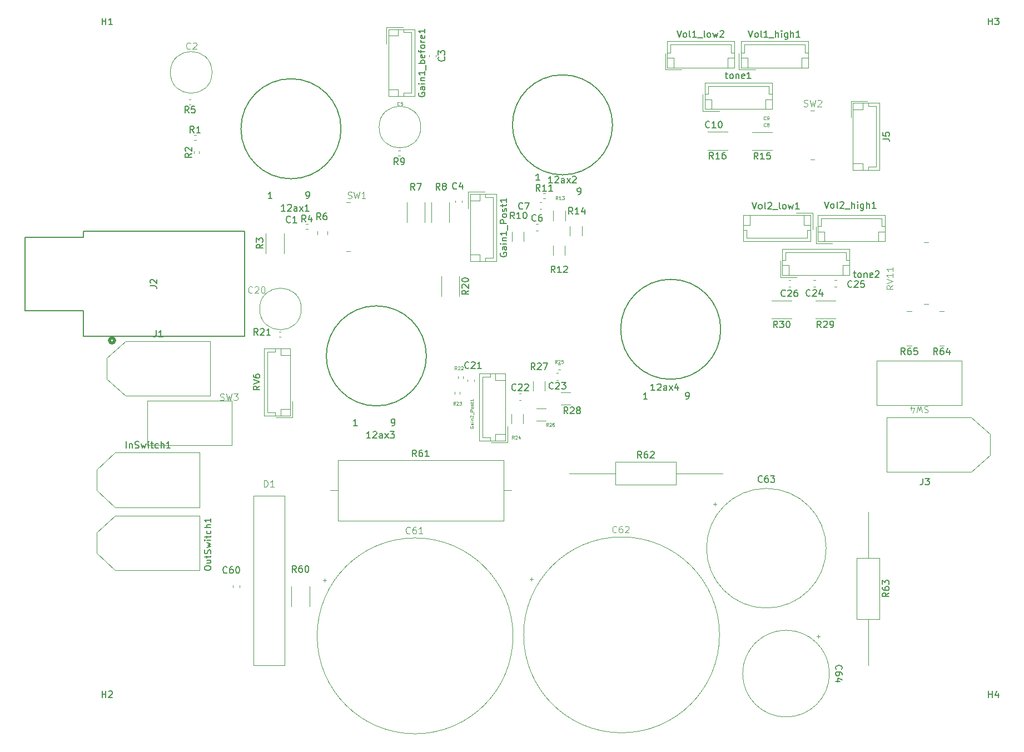
<source format=gbr>
%TF.GenerationSoftware,KiCad,Pcbnew,9.0.0*%
%TF.CreationDate,2025-03-24T09:17:14+01:00*%
%TF.ProjectId,PCB_Ampli,5043425f-416d-4706-9c69-2e6b69636164,rev?*%
%TF.SameCoordinates,Original*%
%TF.FileFunction,Legend,Top*%
%TF.FilePolarity,Positive*%
%FSLAX46Y46*%
G04 Gerber Fmt 4.6, Leading zero omitted, Abs format (unit mm)*
G04 Created by KiCad (PCBNEW 9.0.0) date 2025-03-24 09:17:14*
%MOMM*%
%LPD*%
G01*
G04 APERTURE LIST*
%ADD10C,0.150000*%
%ADD11C,0.100000*%
%ADD12C,0.125000*%
%ADD13C,0.120000*%
%ADD14C,0.127000*%
%ADD15C,0.152400*%
%ADD16C,0.508000*%
G04 APERTURE END LIST*
D10*
X148154819Y-51133333D02*
X148869104Y-51133333D01*
X148869104Y-51133333D02*
X149011961Y-51180952D01*
X149011961Y-51180952D02*
X149107200Y-51276190D01*
X149107200Y-51276190D02*
X149154819Y-51419047D01*
X149154819Y-51419047D02*
X149154819Y-51514285D01*
X148154819Y-50180952D02*
X148154819Y-50657142D01*
X148154819Y-50657142D02*
X148631009Y-50704761D01*
X148631009Y-50704761D02*
X148583390Y-50657142D01*
X148583390Y-50657142D02*
X148535771Y-50561904D01*
X148535771Y-50561904D02*
X148535771Y-50323809D01*
X148535771Y-50323809D02*
X148583390Y-50228571D01*
X148583390Y-50228571D02*
X148631009Y-50180952D01*
X148631009Y-50180952D02*
X148726247Y-50133333D01*
X148726247Y-50133333D02*
X148964342Y-50133333D01*
X148964342Y-50133333D02*
X149059580Y-50180952D01*
X149059580Y-50180952D02*
X149107200Y-50228571D01*
X149107200Y-50228571D02*
X149154819Y-50323809D01*
X149154819Y-50323809D02*
X149154819Y-50561904D01*
X149154819Y-50561904D02*
X149107200Y-50657142D01*
X149107200Y-50657142D02*
X149059580Y-50704761D01*
D11*
X66666667Y-60159800D02*
X66809524Y-60207419D01*
X66809524Y-60207419D02*
X67047619Y-60207419D01*
X67047619Y-60207419D02*
X67142857Y-60159800D01*
X67142857Y-60159800D02*
X67190476Y-60112180D01*
X67190476Y-60112180D02*
X67238095Y-60016942D01*
X67238095Y-60016942D02*
X67238095Y-59921704D01*
X67238095Y-59921704D02*
X67190476Y-59826466D01*
X67190476Y-59826466D02*
X67142857Y-59778847D01*
X67142857Y-59778847D02*
X67047619Y-59731228D01*
X67047619Y-59731228D02*
X66857143Y-59683609D01*
X66857143Y-59683609D02*
X66761905Y-59635990D01*
X66761905Y-59635990D02*
X66714286Y-59588371D01*
X66714286Y-59588371D02*
X66666667Y-59493133D01*
X66666667Y-59493133D02*
X66666667Y-59397895D01*
X66666667Y-59397895D02*
X66714286Y-59302657D01*
X66714286Y-59302657D02*
X66761905Y-59255038D01*
X66761905Y-59255038D02*
X66857143Y-59207419D01*
X66857143Y-59207419D02*
X67095238Y-59207419D01*
X67095238Y-59207419D02*
X67238095Y-59255038D01*
X67571429Y-59207419D02*
X67809524Y-60207419D01*
X67809524Y-60207419D02*
X68000000Y-59493133D01*
X68000000Y-59493133D02*
X68190476Y-60207419D01*
X68190476Y-60207419D02*
X68428572Y-59207419D01*
X69333333Y-60207419D02*
X68761905Y-60207419D01*
X69047619Y-60207419D02*
X69047619Y-59207419D01*
X69047619Y-59207419D02*
X68952381Y-59350276D01*
X68952381Y-59350276D02*
X68857143Y-59445514D01*
X68857143Y-59445514D02*
X68761905Y-59493133D01*
D10*
X139248809Y-60704819D02*
X139582142Y-61704819D01*
X139582142Y-61704819D02*
X139915475Y-60704819D01*
X140391666Y-61704819D02*
X140296428Y-61657200D01*
X140296428Y-61657200D02*
X140248809Y-61609580D01*
X140248809Y-61609580D02*
X140201190Y-61514342D01*
X140201190Y-61514342D02*
X140201190Y-61228628D01*
X140201190Y-61228628D02*
X140248809Y-61133390D01*
X140248809Y-61133390D02*
X140296428Y-61085771D01*
X140296428Y-61085771D02*
X140391666Y-61038152D01*
X140391666Y-61038152D02*
X140534523Y-61038152D01*
X140534523Y-61038152D02*
X140629761Y-61085771D01*
X140629761Y-61085771D02*
X140677380Y-61133390D01*
X140677380Y-61133390D02*
X140724999Y-61228628D01*
X140724999Y-61228628D02*
X140724999Y-61514342D01*
X140724999Y-61514342D02*
X140677380Y-61609580D01*
X140677380Y-61609580D02*
X140629761Y-61657200D01*
X140629761Y-61657200D02*
X140534523Y-61704819D01*
X140534523Y-61704819D02*
X140391666Y-61704819D01*
X141296428Y-61704819D02*
X141201190Y-61657200D01*
X141201190Y-61657200D02*
X141153571Y-61561961D01*
X141153571Y-61561961D02*
X141153571Y-60704819D01*
X141629762Y-60800057D02*
X141677381Y-60752438D01*
X141677381Y-60752438D02*
X141772619Y-60704819D01*
X141772619Y-60704819D02*
X142010714Y-60704819D01*
X142010714Y-60704819D02*
X142105952Y-60752438D01*
X142105952Y-60752438D02*
X142153571Y-60800057D01*
X142153571Y-60800057D02*
X142201190Y-60895295D01*
X142201190Y-60895295D02*
X142201190Y-60990533D01*
X142201190Y-60990533D02*
X142153571Y-61133390D01*
X142153571Y-61133390D02*
X141582143Y-61704819D01*
X141582143Y-61704819D02*
X142201190Y-61704819D01*
X142391667Y-61800057D02*
X143153571Y-61800057D01*
X143391667Y-61704819D02*
X143391667Y-60704819D01*
X143820238Y-61704819D02*
X143820238Y-61181009D01*
X143820238Y-61181009D02*
X143772619Y-61085771D01*
X143772619Y-61085771D02*
X143677381Y-61038152D01*
X143677381Y-61038152D02*
X143534524Y-61038152D01*
X143534524Y-61038152D02*
X143439286Y-61085771D01*
X143439286Y-61085771D02*
X143391667Y-61133390D01*
X144296429Y-61704819D02*
X144296429Y-61038152D01*
X144296429Y-60704819D02*
X144248810Y-60752438D01*
X144248810Y-60752438D02*
X144296429Y-60800057D01*
X144296429Y-60800057D02*
X144344048Y-60752438D01*
X144344048Y-60752438D02*
X144296429Y-60704819D01*
X144296429Y-60704819D02*
X144296429Y-60800057D01*
X145201190Y-61038152D02*
X145201190Y-61847676D01*
X145201190Y-61847676D02*
X145153571Y-61942914D01*
X145153571Y-61942914D02*
X145105952Y-61990533D01*
X145105952Y-61990533D02*
X145010714Y-62038152D01*
X145010714Y-62038152D02*
X144867857Y-62038152D01*
X144867857Y-62038152D02*
X144772619Y-61990533D01*
X145201190Y-61657200D02*
X145105952Y-61704819D01*
X145105952Y-61704819D02*
X144915476Y-61704819D01*
X144915476Y-61704819D02*
X144820238Y-61657200D01*
X144820238Y-61657200D02*
X144772619Y-61609580D01*
X144772619Y-61609580D02*
X144725000Y-61514342D01*
X144725000Y-61514342D02*
X144725000Y-61228628D01*
X144725000Y-61228628D02*
X144772619Y-61133390D01*
X144772619Y-61133390D02*
X144820238Y-61085771D01*
X144820238Y-61085771D02*
X144915476Y-61038152D01*
X144915476Y-61038152D02*
X145105952Y-61038152D01*
X145105952Y-61038152D02*
X145201190Y-61085771D01*
X145677381Y-61704819D02*
X145677381Y-60704819D01*
X146105952Y-61704819D02*
X146105952Y-61181009D01*
X146105952Y-61181009D02*
X146058333Y-61085771D01*
X146058333Y-61085771D02*
X145963095Y-61038152D01*
X145963095Y-61038152D02*
X145820238Y-61038152D01*
X145820238Y-61038152D02*
X145725000Y-61085771D01*
X145725000Y-61085771D02*
X145677381Y-61133390D01*
X147105952Y-61704819D02*
X146534524Y-61704819D01*
X146820238Y-61704819D02*
X146820238Y-60704819D01*
X146820238Y-60704819D02*
X146725000Y-60847676D01*
X146725000Y-60847676D02*
X146629762Y-60942914D01*
X146629762Y-60942914D02*
X146534524Y-60990533D01*
X89902438Y-68507143D02*
X89854819Y-68602381D01*
X89854819Y-68602381D02*
X89854819Y-68745238D01*
X89854819Y-68745238D02*
X89902438Y-68888095D01*
X89902438Y-68888095D02*
X89997676Y-68983333D01*
X89997676Y-68983333D02*
X90092914Y-69030952D01*
X90092914Y-69030952D02*
X90283390Y-69078571D01*
X90283390Y-69078571D02*
X90426247Y-69078571D01*
X90426247Y-69078571D02*
X90616723Y-69030952D01*
X90616723Y-69030952D02*
X90711961Y-68983333D01*
X90711961Y-68983333D02*
X90807200Y-68888095D01*
X90807200Y-68888095D02*
X90854819Y-68745238D01*
X90854819Y-68745238D02*
X90854819Y-68650000D01*
X90854819Y-68650000D02*
X90807200Y-68507143D01*
X90807200Y-68507143D02*
X90759580Y-68459524D01*
X90759580Y-68459524D02*
X90426247Y-68459524D01*
X90426247Y-68459524D02*
X90426247Y-68650000D01*
X90854819Y-67602381D02*
X90331009Y-67602381D01*
X90331009Y-67602381D02*
X90235771Y-67650000D01*
X90235771Y-67650000D02*
X90188152Y-67745238D01*
X90188152Y-67745238D02*
X90188152Y-67935714D01*
X90188152Y-67935714D02*
X90235771Y-68030952D01*
X90807200Y-67602381D02*
X90854819Y-67697619D01*
X90854819Y-67697619D02*
X90854819Y-67935714D01*
X90854819Y-67935714D02*
X90807200Y-68030952D01*
X90807200Y-68030952D02*
X90711961Y-68078571D01*
X90711961Y-68078571D02*
X90616723Y-68078571D01*
X90616723Y-68078571D02*
X90521485Y-68030952D01*
X90521485Y-68030952D02*
X90473866Y-67935714D01*
X90473866Y-67935714D02*
X90473866Y-67697619D01*
X90473866Y-67697619D02*
X90426247Y-67602381D01*
X90854819Y-67126190D02*
X90188152Y-67126190D01*
X89854819Y-67126190D02*
X89902438Y-67173809D01*
X89902438Y-67173809D02*
X89950057Y-67126190D01*
X89950057Y-67126190D02*
X89902438Y-67078571D01*
X89902438Y-67078571D02*
X89854819Y-67126190D01*
X89854819Y-67126190D02*
X89950057Y-67126190D01*
X90188152Y-66650000D02*
X90854819Y-66650000D01*
X90283390Y-66650000D02*
X90235771Y-66602381D01*
X90235771Y-66602381D02*
X90188152Y-66507143D01*
X90188152Y-66507143D02*
X90188152Y-66364286D01*
X90188152Y-66364286D02*
X90235771Y-66269048D01*
X90235771Y-66269048D02*
X90331009Y-66221429D01*
X90331009Y-66221429D02*
X90854819Y-66221429D01*
X90854819Y-65221429D02*
X90854819Y-65792857D01*
X90854819Y-65507143D02*
X89854819Y-65507143D01*
X89854819Y-65507143D02*
X89997676Y-65602381D01*
X89997676Y-65602381D02*
X90092914Y-65697619D01*
X90092914Y-65697619D02*
X90140533Y-65792857D01*
X90950057Y-65030953D02*
X90950057Y-64269048D01*
X90854819Y-64030952D02*
X89854819Y-64030952D01*
X89854819Y-64030952D02*
X89854819Y-63650000D01*
X89854819Y-63650000D02*
X89902438Y-63554762D01*
X89902438Y-63554762D02*
X89950057Y-63507143D01*
X89950057Y-63507143D02*
X90045295Y-63459524D01*
X90045295Y-63459524D02*
X90188152Y-63459524D01*
X90188152Y-63459524D02*
X90283390Y-63507143D01*
X90283390Y-63507143D02*
X90331009Y-63554762D01*
X90331009Y-63554762D02*
X90378628Y-63650000D01*
X90378628Y-63650000D02*
X90378628Y-64030952D01*
X90854819Y-62888095D02*
X90807200Y-62983333D01*
X90807200Y-62983333D02*
X90759580Y-63030952D01*
X90759580Y-63030952D02*
X90664342Y-63078571D01*
X90664342Y-63078571D02*
X90378628Y-63078571D01*
X90378628Y-63078571D02*
X90283390Y-63030952D01*
X90283390Y-63030952D02*
X90235771Y-62983333D01*
X90235771Y-62983333D02*
X90188152Y-62888095D01*
X90188152Y-62888095D02*
X90188152Y-62745238D01*
X90188152Y-62745238D02*
X90235771Y-62650000D01*
X90235771Y-62650000D02*
X90283390Y-62602381D01*
X90283390Y-62602381D02*
X90378628Y-62554762D01*
X90378628Y-62554762D02*
X90664342Y-62554762D01*
X90664342Y-62554762D02*
X90759580Y-62602381D01*
X90759580Y-62602381D02*
X90807200Y-62650000D01*
X90807200Y-62650000D02*
X90854819Y-62745238D01*
X90854819Y-62745238D02*
X90854819Y-62888095D01*
X90807200Y-62173809D02*
X90854819Y-62078571D01*
X90854819Y-62078571D02*
X90854819Y-61888095D01*
X90854819Y-61888095D02*
X90807200Y-61792857D01*
X90807200Y-61792857D02*
X90711961Y-61745238D01*
X90711961Y-61745238D02*
X90664342Y-61745238D01*
X90664342Y-61745238D02*
X90569104Y-61792857D01*
X90569104Y-61792857D02*
X90521485Y-61888095D01*
X90521485Y-61888095D02*
X90521485Y-62030952D01*
X90521485Y-62030952D02*
X90473866Y-62126190D01*
X90473866Y-62126190D02*
X90378628Y-62173809D01*
X90378628Y-62173809D02*
X90331009Y-62173809D01*
X90331009Y-62173809D02*
X90235771Y-62126190D01*
X90235771Y-62126190D02*
X90188152Y-62030952D01*
X90188152Y-62030952D02*
X90188152Y-61888095D01*
X90188152Y-61888095D02*
X90235771Y-61792857D01*
X90188152Y-61459523D02*
X90188152Y-61078571D01*
X89854819Y-61316666D02*
X90711961Y-61316666D01*
X90711961Y-61316666D02*
X90807200Y-61269047D01*
X90807200Y-61269047D02*
X90854819Y-61173809D01*
X90854819Y-61173809D02*
X90854819Y-61078571D01*
X90854819Y-60221428D02*
X90854819Y-60792856D01*
X90854819Y-60507142D02*
X89854819Y-60507142D01*
X89854819Y-60507142D02*
X89997676Y-60602380D01*
X89997676Y-60602380D02*
X90092914Y-60697618D01*
X90092914Y-60697618D02*
X90140533Y-60792856D01*
X113408390Y-89452719D02*
X112836962Y-89452719D01*
X113122676Y-89452719D02*
X113122676Y-88452719D01*
X113122676Y-88452719D02*
X113027438Y-88595576D01*
X113027438Y-88595576D02*
X112932200Y-88690814D01*
X112932200Y-88690814D02*
X112836962Y-88738433D01*
X113789343Y-88547957D02*
X113836962Y-88500338D01*
X113836962Y-88500338D02*
X113932200Y-88452719D01*
X113932200Y-88452719D02*
X114170295Y-88452719D01*
X114170295Y-88452719D02*
X114265533Y-88500338D01*
X114265533Y-88500338D02*
X114313152Y-88547957D01*
X114313152Y-88547957D02*
X114360771Y-88643195D01*
X114360771Y-88643195D02*
X114360771Y-88738433D01*
X114360771Y-88738433D02*
X114313152Y-88881290D01*
X114313152Y-88881290D02*
X113741724Y-89452719D01*
X113741724Y-89452719D02*
X114360771Y-89452719D01*
X115217914Y-89452719D02*
X115217914Y-88928909D01*
X115217914Y-88928909D02*
X115170295Y-88833671D01*
X115170295Y-88833671D02*
X115075057Y-88786052D01*
X115075057Y-88786052D02*
X114884581Y-88786052D01*
X114884581Y-88786052D02*
X114789343Y-88833671D01*
X115217914Y-89405100D02*
X115122676Y-89452719D01*
X115122676Y-89452719D02*
X114884581Y-89452719D01*
X114884581Y-89452719D02*
X114789343Y-89405100D01*
X114789343Y-89405100D02*
X114741724Y-89309861D01*
X114741724Y-89309861D02*
X114741724Y-89214623D01*
X114741724Y-89214623D02*
X114789343Y-89119385D01*
X114789343Y-89119385D02*
X114884581Y-89071766D01*
X114884581Y-89071766D02*
X115122676Y-89071766D01*
X115122676Y-89071766D02*
X115217914Y-89024147D01*
X115598867Y-89452719D02*
X116122676Y-88786052D01*
X115598867Y-88786052D02*
X116122676Y-89452719D01*
X116932200Y-88786052D02*
X116932200Y-89452719D01*
X116694105Y-88405100D02*
X116456010Y-89119385D01*
X116456010Y-89119385D02*
X117075057Y-89119385D01*
X118181724Y-90766019D02*
X118372200Y-90766019D01*
X118372200Y-90766019D02*
X118467438Y-90718400D01*
X118467438Y-90718400D02*
X118515057Y-90670780D01*
X118515057Y-90670780D02*
X118610295Y-90527923D01*
X118610295Y-90527923D02*
X118657914Y-90337447D01*
X118657914Y-90337447D02*
X118657914Y-89956495D01*
X118657914Y-89956495D02*
X118610295Y-89861257D01*
X118610295Y-89861257D02*
X118562676Y-89813638D01*
X118562676Y-89813638D02*
X118467438Y-89766019D01*
X118467438Y-89766019D02*
X118276962Y-89766019D01*
X118276962Y-89766019D02*
X118181724Y-89813638D01*
X118181724Y-89813638D02*
X118134105Y-89861257D01*
X118134105Y-89861257D02*
X118086486Y-89956495D01*
X118086486Y-89956495D02*
X118086486Y-90194590D01*
X118086486Y-90194590D02*
X118134105Y-90289828D01*
X118134105Y-90289828D02*
X118181724Y-90337447D01*
X118181724Y-90337447D02*
X118276962Y-90385066D01*
X118276962Y-90385066D02*
X118467438Y-90385066D01*
X118467438Y-90385066D02*
X118562676Y-90337447D01*
X118562676Y-90337447D02*
X118610295Y-90289828D01*
X118610295Y-90289828D02*
X118657914Y-90194590D01*
X112268714Y-90789619D02*
X111697286Y-90789619D01*
X111983000Y-90789619D02*
X111983000Y-89789619D01*
X111983000Y-89789619D02*
X111887762Y-89932476D01*
X111887762Y-89932476D02*
X111792524Y-90027714D01*
X111792524Y-90027714D02*
X111697286Y-90075333D01*
X95308333Y-63579580D02*
X95260714Y-63627200D01*
X95260714Y-63627200D02*
X95117857Y-63674819D01*
X95117857Y-63674819D02*
X95022619Y-63674819D01*
X95022619Y-63674819D02*
X94879762Y-63627200D01*
X94879762Y-63627200D02*
X94784524Y-63531961D01*
X94784524Y-63531961D02*
X94736905Y-63436723D01*
X94736905Y-63436723D02*
X94689286Y-63246247D01*
X94689286Y-63246247D02*
X94689286Y-63103390D01*
X94689286Y-63103390D02*
X94736905Y-62912914D01*
X94736905Y-62912914D02*
X94784524Y-62817676D01*
X94784524Y-62817676D02*
X94879762Y-62722438D01*
X94879762Y-62722438D02*
X95022619Y-62674819D01*
X95022619Y-62674819D02*
X95117857Y-62674819D01*
X95117857Y-62674819D02*
X95260714Y-62722438D01*
X95260714Y-62722438D02*
X95308333Y-62770057D01*
X96165476Y-62674819D02*
X95975000Y-62674819D01*
X95975000Y-62674819D02*
X95879762Y-62722438D01*
X95879762Y-62722438D02*
X95832143Y-62770057D01*
X95832143Y-62770057D02*
X95736905Y-62912914D01*
X95736905Y-62912914D02*
X95689286Y-63103390D01*
X95689286Y-63103390D02*
X95689286Y-63484342D01*
X95689286Y-63484342D02*
X95736905Y-63579580D01*
X95736905Y-63579580D02*
X95784524Y-63627200D01*
X95784524Y-63627200D02*
X95879762Y-63674819D01*
X95879762Y-63674819D02*
X96070238Y-63674819D01*
X96070238Y-63674819D02*
X96165476Y-63627200D01*
X96165476Y-63627200D02*
X96213095Y-63579580D01*
X96213095Y-63579580D02*
X96260714Y-63484342D01*
X96260714Y-63484342D02*
X96260714Y-63246247D01*
X96260714Y-63246247D02*
X96213095Y-63151009D01*
X96213095Y-63151009D02*
X96165476Y-63103390D01*
X96165476Y-63103390D02*
X96070238Y-63055771D01*
X96070238Y-63055771D02*
X95879762Y-63055771D01*
X95879762Y-63055771D02*
X95784524Y-63103390D01*
X95784524Y-63103390D02*
X95736905Y-63151009D01*
X95736905Y-63151009D02*
X95689286Y-63246247D01*
X143675000Y-71588152D02*
X144055952Y-71588152D01*
X143817857Y-71254819D02*
X143817857Y-72111961D01*
X143817857Y-72111961D02*
X143865476Y-72207200D01*
X143865476Y-72207200D02*
X143960714Y-72254819D01*
X143960714Y-72254819D02*
X144055952Y-72254819D01*
X144532143Y-72254819D02*
X144436905Y-72207200D01*
X144436905Y-72207200D02*
X144389286Y-72159580D01*
X144389286Y-72159580D02*
X144341667Y-72064342D01*
X144341667Y-72064342D02*
X144341667Y-71778628D01*
X144341667Y-71778628D02*
X144389286Y-71683390D01*
X144389286Y-71683390D02*
X144436905Y-71635771D01*
X144436905Y-71635771D02*
X144532143Y-71588152D01*
X144532143Y-71588152D02*
X144675000Y-71588152D01*
X144675000Y-71588152D02*
X144770238Y-71635771D01*
X144770238Y-71635771D02*
X144817857Y-71683390D01*
X144817857Y-71683390D02*
X144865476Y-71778628D01*
X144865476Y-71778628D02*
X144865476Y-72064342D01*
X144865476Y-72064342D02*
X144817857Y-72159580D01*
X144817857Y-72159580D02*
X144770238Y-72207200D01*
X144770238Y-72207200D02*
X144675000Y-72254819D01*
X144675000Y-72254819D02*
X144532143Y-72254819D01*
X145294048Y-71588152D02*
X145294048Y-72254819D01*
X145294048Y-71683390D02*
X145341667Y-71635771D01*
X145341667Y-71635771D02*
X145436905Y-71588152D01*
X145436905Y-71588152D02*
X145579762Y-71588152D01*
X145579762Y-71588152D02*
X145675000Y-71635771D01*
X145675000Y-71635771D02*
X145722619Y-71731009D01*
X145722619Y-71731009D02*
X145722619Y-72254819D01*
X146579762Y-72207200D02*
X146484524Y-72254819D01*
X146484524Y-72254819D02*
X146294048Y-72254819D01*
X146294048Y-72254819D02*
X146198810Y-72207200D01*
X146198810Y-72207200D02*
X146151191Y-72111961D01*
X146151191Y-72111961D02*
X146151191Y-71731009D01*
X146151191Y-71731009D02*
X146198810Y-71635771D01*
X146198810Y-71635771D02*
X146294048Y-71588152D01*
X146294048Y-71588152D02*
X146484524Y-71588152D01*
X146484524Y-71588152D02*
X146579762Y-71635771D01*
X146579762Y-71635771D02*
X146627381Y-71731009D01*
X146627381Y-71731009D02*
X146627381Y-71826247D01*
X146627381Y-71826247D02*
X146151191Y-71921485D01*
X147008334Y-71350057D02*
X147055953Y-71302438D01*
X147055953Y-71302438D02*
X147151191Y-71254819D01*
X147151191Y-71254819D02*
X147389286Y-71254819D01*
X147389286Y-71254819D02*
X147484524Y-71302438D01*
X147484524Y-71302438D02*
X147532143Y-71350057D01*
X147532143Y-71350057D02*
X147579762Y-71445295D01*
X147579762Y-71445295D02*
X147579762Y-71540533D01*
X147579762Y-71540533D02*
X147532143Y-71683390D01*
X147532143Y-71683390D02*
X146960715Y-72254819D01*
X146960715Y-72254819D02*
X147579762Y-72254819D01*
X42433333Y-47191519D02*
X42100000Y-46715328D01*
X41861905Y-47191519D02*
X41861905Y-46191519D01*
X41861905Y-46191519D02*
X42242857Y-46191519D01*
X42242857Y-46191519D02*
X42338095Y-46239138D01*
X42338095Y-46239138D02*
X42385714Y-46286757D01*
X42385714Y-46286757D02*
X42433333Y-46381995D01*
X42433333Y-46381995D02*
X42433333Y-46524852D01*
X42433333Y-46524852D02*
X42385714Y-46620090D01*
X42385714Y-46620090D02*
X42338095Y-46667709D01*
X42338095Y-46667709D02*
X42242857Y-46715328D01*
X42242857Y-46715328D02*
X41861905Y-46715328D01*
X43338095Y-46191519D02*
X42861905Y-46191519D01*
X42861905Y-46191519D02*
X42814286Y-46667709D01*
X42814286Y-46667709D02*
X42861905Y-46620090D01*
X42861905Y-46620090D02*
X42957143Y-46572471D01*
X42957143Y-46572471D02*
X43195238Y-46572471D01*
X43195238Y-46572471D02*
X43290476Y-46620090D01*
X43290476Y-46620090D02*
X43338095Y-46667709D01*
X43338095Y-46667709D02*
X43385714Y-46762947D01*
X43385714Y-46762947D02*
X43385714Y-47001042D01*
X43385714Y-47001042D02*
X43338095Y-47096280D01*
X43338095Y-47096280D02*
X43290476Y-47143900D01*
X43290476Y-47143900D02*
X43195238Y-47191519D01*
X43195238Y-47191519D02*
X42957143Y-47191519D01*
X42957143Y-47191519D02*
X42861905Y-47143900D01*
X42861905Y-47143900D02*
X42814286Y-47096280D01*
X133282142Y-75059580D02*
X133234523Y-75107200D01*
X133234523Y-75107200D02*
X133091666Y-75154819D01*
X133091666Y-75154819D02*
X132996428Y-75154819D01*
X132996428Y-75154819D02*
X132853571Y-75107200D01*
X132853571Y-75107200D02*
X132758333Y-75011961D01*
X132758333Y-75011961D02*
X132710714Y-74916723D01*
X132710714Y-74916723D02*
X132663095Y-74726247D01*
X132663095Y-74726247D02*
X132663095Y-74583390D01*
X132663095Y-74583390D02*
X132710714Y-74392914D01*
X132710714Y-74392914D02*
X132758333Y-74297676D01*
X132758333Y-74297676D02*
X132853571Y-74202438D01*
X132853571Y-74202438D02*
X132996428Y-74154819D01*
X132996428Y-74154819D02*
X133091666Y-74154819D01*
X133091666Y-74154819D02*
X133234523Y-74202438D01*
X133234523Y-74202438D02*
X133282142Y-74250057D01*
X133663095Y-74250057D02*
X133710714Y-74202438D01*
X133710714Y-74202438D02*
X133805952Y-74154819D01*
X133805952Y-74154819D02*
X134044047Y-74154819D01*
X134044047Y-74154819D02*
X134139285Y-74202438D01*
X134139285Y-74202438D02*
X134186904Y-74250057D01*
X134186904Y-74250057D02*
X134234523Y-74345295D01*
X134234523Y-74345295D02*
X134234523Y-74440533D01*
X134234523Y-74440533D02*
X134186904Y-74583390D01*
X134186904Y-74583390D02*
X133615476Y-75154819D01*
X133615476Y-75154819D02*
X134234523Y-75154819D01*
X135091666Y-74154819D02*
X134901190Y-74154819D01*
X134901190Y-74154819D02*
X134805952Y-74202438D01*
X134805952Y-74202438D02*
X134758333Y-74250057D01*
X134758333Y-74250057D02*
X134663095Y-74392914D01*
X134663095Y-74392914D02*
X134615476Y-74583390D01*
X134615476Y-74583390D02*
X134615476Y-74964342D01*
X134615476Y-74964342D02*
X134663095Y-75059580D01*
X134663095Y-75059580D02*
X134710714Y-75107200D01*
X134710714Y-75107200D02*
X134805952Y-75154819D01*
X134805952Y-75154819D02*
X134996428Y-75154819D01*
X134996428Y-75154819D02*
X135091666Y-75107200D01*
X135091666Y-75107200D02*
X135139285Y-75059580D01*
X135139285Y-75059580D02*
X135186904Y-74964342D01*
X135186904Y-74964342D02*
X135186904Y-74726247D01*
X135186904Y-74726247D02*
X135139285Y-74631009D01*
X135139285Y-74631009D02*
X135091666Y-74583390D01*
X135091666Y-74583390D02*
X134996428Y-74535771D01*
X134996428Y-74535771D02*
X134805952Y-74535771D01*
X134805952Y-74535771D02*
X134710714Y-74583390D01*
X134710714Y-74583390D02*
X134663095Y-74631009D01*
X134663095Y-74631009D02*
X134615476Y-74726247D01*
D12*
X97178571Y-94924809D02*
X97011905Y-94686714D01*
X96892857Y-94924809D02*
X96892857Y-94424809D01*
X96892857Y-94424809D02*
X97083333Y-94424809D01*
X97083333Y-94424809D02*
X97130952Y-94448619D01*
X97130952Y-94448619D02*
X97154762Y-94472428D01*
X97154762Y-94472428D02*
X97178571Y-94520047D01*
X97178571Y-94520047D02*
X97178571Y-94591476D01*
X97178571Y-94591476D02*
X97154762Y-94639095D01*
X97154762Y-94639095D02*
X97130952Y-94662904D01*
X97130952Y-94662904D02*
X97083333Y-94686714D01*
X97083333Y-94686714D02*
X96892857Y-94686714D01*
X97369048Y-94472428D02*
X97392857Y-94448619D01*
X97392857Y-94448619D02*
X97440476Y-94424809D01*
X97440476Y-94424809D02*
X97559524Y-94424809D01*
X97559524Y-94424809D02*
X97607143Y-94448619D01*
X97607143Y-94448619D02*
X97630952Y-94472428D01*
X97630952Y-94472428D02*
X97654762Y-94520047D01*
X97654762Y-94520047D02*
X97654762Y-94567666D01*
X97654762Y-94567666D02*
X97630952Y-94639095D01*
X97630952Y-94639095D02*
X97345238Y-94924809D01*
X97345238Y-94924809D02*
X97654762Y-94924809D01*
X98083333Y-94424809D02*
X97988095Y-94424809D01*
X97988095Y-94424809D02*
X97940476Y-94448619D01*
X97940476Y-94448619D02*
X97916666Y-94472428D01*
X97916666Y-94472428D02*
X97869047Y-94543857D01*
X97869047Y-94543857D02*
X97845238Y-94639095D01*
X97845238Y-94639095D02*
X97845238Y-94829571D01*
X97845238Y-94829571D02*
X97869047Y-94877190D01*
X97869047Y-94877190D02*
X97892857Y-94901000D01*
X97892857Y-94901000D02*
X97940476Y-94924809D01*
X97940476Y-94924809D02*
X98035714Y-94924809D01*
X98035714Y-94924809D02*
X98083333Y-94901000D01*
X98083333Y-94901000D02*
X98107142Y-94877190D01*
X98107142Y-94877190D02*
X98130952Y-94829571D01*
X98130952Y-94829571D02*
X98130952Y-94710523D01*
X98130952Y-94710523D02*
X98107142Y-94662904D01*
X98107142Y-94662904D02*
X98083333Y-94639095D01*
X98083333Y-94639095D02*
X98035714Y-94615285D01*
X98035714Y-94615285D02*
X97940476Y-94615285D01*
X97940476Y-94615285D02*
X97892857Y-94639095D01*
X97892857Y-94639095D02*
X97869047Y-94662904D01*
X97869047Y-94662904D02*
X97845238Y-94710523D01*
D10*
X53724819Y-67216666D02*
X53248628Y-67549999D01*
X53724819Y-67788094D02*
X52724819Y-67788094D01*
X52724819Y-67788094D02*
X52724819Y-67407142D01*
X52724819Y-67407142D02*
X52772438Y-67311904D01*
X52772438Y-67311904D02*
X52820057Y-67264285D01*
X52820057Y-67264285D02*
X52915295Y-67216666D01*
X52915295Y-67216666D02*
X53058152Y-67216666D01*
X53058152Y-67216666D02*
X53153390Y-67264285D01*
X53153390Y-67264285D02*
X53201009Y-67311904D01*
X53201009Y-67311904D02*
X53248628Y-67407142D01*
X53248628Y-67407142D02*
X53248628Y-67788094D01*
X52724819Y-66883332D02*
X52724819Y-66264285D01*
X52724819Y-66264285D02*
X53105771Y-66597618D01*
X53105771Y-66597618D02*
X53105771Y-66454761D01*
X53105771Y-66454761D02*
X53153390Y-66359523D01*
X53153390Y-66359523D02*
X53201009Y-66311904D01*
X53201009Y-66311904D02*
X53296247Y-66264285D01*
X53296247Y-66264285D02*
X53534342Y-66264285D01*
X53534342Y-66264285D02*
X53629580Y-66311904D01*
X53629580Y-66311904D02*
X53677200Y-66359523D01*
X53677200Y-66359523D02*
X53724819Y-66454761D01*
X53724819Y-66454761D02*
X53724819Y-66740475D01*
X53724819Y-66740475D02*
X53677200Y-66835713D01*
X53677200Y-66835713D02*
X53629580Y-66883332D01*
X60258333Y-63784819D02*
X59925000Y-63308628D01*
X59686905Y-63784819D02*
X59686905Y-62784819D01*
X59686905Y-62784819D02*
X60067857Y-62784819D01*
X60067857Y-62784819D02*
X60163095Y-62832438D01*
X60163095Y-62832438D02*
X60210714Y-62880057D01*
X60210714Y-62880057D02*
X60258333Y-62975295D01*
X60258333Y-62975295D02*
X60258333Y-63118152D01*
X60258333Y-63118152D02*
X60210714Y-63213390D01*
X60210714Y-63213390D02*
X60163095Y-63261009D01*
X60163095Y-63261009D02*
X60067857Y-63308628D01*
X60067857Y-63308628D02*
X59686905Y-63308628D01*
X61115476Y-63118152D02*
X61115476Y-63784819D01*
X60877381Y-62737200D02*
X60639286Y-63451485D01*
X60639286Y-63451485D02*
X61258333Y-63451485D01*
X137082142Y-75009580D02*
X137034523Y-75057200D01*
X137034523Y-75057200D02*
X136891666Y-75104819D01*
X136891666Y-75104819D02*
X136796428Y-75104819D01*
X136796428Y-75104819D02*
X136653571Y-75057200D01*
X136653571Y-75057200D02*
X136558333Y-74961961D01*
X136558333Y-74961961D02*
X136510714Y-74866723D01*
X136510714Y-74866723D02*
X136463095Y-74676247D01*
X136463095Y-74676247D02*
X136463095Y-74533390D01*
X136463095Y-74533390D02*
X136510714Y-74342914D01*
X136510714Y-74342914D02*
X136558333Y-74247676D01*
X136558333Y-74247676D02*
X136653571Y-74152438D01*
X136653571Y-74152438D02*
X136796428Y-74104819D01*
X136796428Y-74104819D02*
X136891666Y-74104819D01*
X136891666Y-74104819D02*
X137034523Y-74152438D01*
X137034523Y-74152438D02*
X137082142Y-74200057D01*
X137463095Y-74200057D02*
X137510714Y-74152438D01*
X137510714Y-74152438D02*
X137605952Y-74104819D01*
X137605952Y-74104819D02*
X137844047Y-74104819D01*
X137844047Y-74104819D02*
X137939285Y-74152438D01*
X137939285Y-74152438D02*
X137986904Y-74200057D01*
X137986904Y-74200057D02*
X138034523Y-74295295D01*
X138034523Y-74295295D02*
X138034523Y-74390533D01*
X138034523Y-74390533D02*
X137986904Y-74533390D01*
X137986904Y-74533390D02*
X137415476Y-75104819D01*
X137415476Y-75104819D02*
X138034523Y-75104819D01*
X138891666Y-74438152D02*
X138891666Y-75104819D01*
X138653571Y-74057200D02*
X138415476Y-74771485D01*
X138415476Y-74771485D02*
X139034523Y-74771485D01*
X57908333Y-63809580D02*
X57860714Y-63857200D01*
X57860714Y-63857200D02*
X57717857Y-63904819D01*
X57717857Y-63904819D02*
X57622619Y-63904819D01*
X57622619Y-63904819D02*
X57479762Y-63857200D01*
X57479762Y-63857200D02*
X57384524Y-63761961D01*
X57384524Y-63761961D02*
X57336905Y-63666723D01*
X57336905Y-63666723D02*
X57289286Y-63476247D01*
X57289286Y-63476247D02*
X57289286Y-63333390D01*
X57289286Y-63333390D02*
X57336905Y-63142914D01*
X57336905Y-63142914D02*
X57384524Y-63047676D01*
X57384524Y-63047676D02*
X57479762Y-62952438D01*
X57479762Y-62952438D02*
X57622619Y-62904819D01*
X57622619Y-62904819D02*
X57717857Y-62904819D01*
X57717857Y-62904819D02*
X57860714Y-62952438D01*
X57860714Y-62952438D02*
X57908333Y-63000057D01*
X58860714Y-63904819D02*
X58289286Y-63904819D01*
X58575000Y-63904819D02*
X58575000Y-62904819D01*
X58575000Y-62904819D02*
X58479762Y-63047676D01*
X58479762Y-63047676D02*
X58384524Y-63142914D01*
X58384524Y-63142914D02*
X58289286Y-63190533D01*
X74323333Y-55071519D02*
X73990000Y-54595328D01*
X73751905Y-55071519D02*
X73751905Y-54071519D01*
X73751905Y-54071519D02*
X74132857Y-54071519D01*
X74132857Y-54071519D02*
X74228095Y-54119138D01*
X74228095Y-54119138D02*
X74275714Y-54166757D01*
X74275714Y-54166757D02*
X74323333Y-54261995D01*
X74323333Y-54261995D02*
X74323333Y-54404852D01*
X74323333Y-54404852D02*
X74275714Y-54500090D01*
X74275714Y-54500090D02*
X74228095Y-54547709D01*
X74228095Y-54547709D02*
X74132857Y-54595328D01*
X74132857Y-54595328D02*
X73751905Y-54595328D01*
X74799524Y-55071519D02*
X74990000Y-55071519D01*
X74990000Y-55071519D02*
X75085238Y-55023900D01*
X75085238Y-55023900D02*
X75132857Y-54976280D01*
X75132857Y-54976280D02*
X75228095Y-54833423D01*
X75228095Y-54833423D02*
X75275714Y-54642947D01*
X75275714Y-54642947D02*
X75275714Y-54261995D01*
X75275714Y-54261995D02*
X75228095Y-54166757D01*
X75228095Y-54166757D02*
X75180476Y-54119138D01*
X75180476Y-54119138D02*
X75085238Y-54071519D01*
X75085238Y-54071519D02*
X74894762Y-54071519D01*
X74894762Y-54071519D02*
X74799524Y-54119138D01*
X74799524Y-54119138D02*
X74751905Y-54166757D01*
X74751905Y-54166757D02*
X74704286Y-54261995D01*
X74704286Y-54261995D02*
X74704286Y-54500090D01*
X74704286Y-54500090D02*
X74751905Y-54595328D01*
X74751905Y-54595328D02*
X74799524Y-54642947D01*
X74799524Y-54642947D02*
X74894762Y-54690566D01*
X74894762Y-54690566D02*
X75085238Y-54690566D01*
X75085238Y-54690566D02*
X75180476Y-54642947D01*
X75180476Y-54642947D02*
X75228095Y-54595328D01*
X75228095Y-54595328D02*
X75275714Y-54500090D01*
X52957142Y-81028119D02*
X52623809Y-80551928D01*
X52385714Y-81028119D02*
X52385714Y-80028119D01*
X52385714Y-80028119D02*
X52766666Y-80028119D01*
X52766666Y-80028119D02*
X52861904Y-80075738D01*
X52861904Y-80075738D02*
X52909523Y-80123357D01*
X52909523Y-80123357D02*
X52957142Y-80218595D01*
X52957142Y-80218595D02*
X52957142Y-80361452D01*
X52957142Y-80361452D02*
X52909523Y-80456690D01*
X52909523Y-80456690D02*
X52861904Y-80504309D01*
X52861904Y-80504309D02*
X52766666Y-80551928D01*
X52766666Y-80551928D02*
X52385714Y-80551928D01*
X53338095Y-80123357D02*
X53385714Y-80075738D01*
X53385714Y-80075738D02*
X53480952Y-80028119D01*
X53480952Y-80028119D02*
X53719047Y-80028119D01*
X53719047Y-80028119D02*
X53814285Y-80075738D01*
X53814285Y-80075738D02*
X53861904Y-80123357D01*
X53861904Y-80123357D02*
X53909523Y-80218595D01*
X53909523Y-80218595D02*
X53909523Y-80313833D01*
X53909523Y-80313833D02*
X53861904Y-80456690D01*
X53861904Y-80456690D02*
X53290476Y-81028119D01*
X53290476Y-81028119D02*
X53909523Y-81028119D01*
X54861904Y-81028119D02*
X54290476Y-81028119D01*
X54576190Y-81028119D02*
X54576190Y-80028119D01*
X54576190Y-80028119D02*
X54480952Y-80170976D01*
X54480952Y-80170976D02*
X54385714Y-80266214D01*
X54385714Y-80266214D02*
X54290476Y-80313833D01*
X92257142Y-89379580D02*
X92209523Y-89427200D01*
X92209523Y-89427200D02*
X92066666Y-89474819D01*
X92066666Y-89474819D02*
X91971428Y-89474819D01*
X91971428Y-89474819D02*
X91828571Y-89427200D01*
X91828571Y-89427200D02*
X91733333Y-89331961D01*
X91733333Y-89331961D02*
X91685714Y-89236723D01*
X91685714Y-89236723D02*
X91638095Y-89046247D01*
X91638095Y-89046247D02*
X91638095Y-88903390D01*
X91638095Y-88903390D02*
X91685714Y-88712914D01*
X91685714Y-88712914D02*
X91733333Y-88617676D01*
X91733333Y-88617676D02*
X91828571Y-88522438D01*
X91828571Y-88522438D02*
X91971428Y-88474819D01*
X91971428Y-88474819D02*
X92066666Y-88474819D01*
X92066666Y-88474819D02*
X92209523Y-88522438D01*
X92209523Y-88522438D02*
X92257142Y-88570057D01*
X92638095Y-88570057D02*
X92685714Y-88522438D01*
X92685714Y-88522438D02*
X92780952Y-88474819D01*
X92780952Y-88474819D02*
X93019047Y-88474819D01*
X93019047Y-88474819D02*
X93114285Y-88522438D01*
X93114285Y-88522438D02*
X93161904Y-88570057D01*
X93161904Y-88570057D02*
X93209523Y-88665295D01*
X93209523Y-88665295D02*
X93209523Y-88760533D01*
X93209523Y-88760533D02*
X93161904Y-88903390D01*
X93161904Y-88903390D02*
X92590476Y-89474819D01*
X92590476Y-89474819D02*
X93209523Y-89474819D01*
X93590476Y-88570057D02*
X93638095Y-88522438D01*
X93638095Y-88522438D02*
X93733333Y-88474819D01*
X93733333Y-88474819D02*
X93971428Y-88474819D01*
X93971428Y-88474819D02*
X94066666Y-88522438D01*
X94066666Y-88522438D02*
X94114285Y-88570057D01*
X94114285Y-88570057D02*
X94161904Y-88665295D01*
X94161904Y-88665295D02*
X94161904Y-88760533D01*
X94161904Y-88760533D02*
X94114285Y-88903390D01*
X94114285Y-88903390D02*
X93542857Y-89474819D01*
X93542857Y-89474819D02*
X94161904Y-89474819D01*
X149074819Y-120292857D02*
X148598628Y-120626190D01*
X149074819Y-120864285D02*
X148074819Y-120864285D01*
X148074819Y-120864285D02*
X148074819Y-120483333D01*
X148074819Y-120483333D02*
X148122438Y-120388095D01*
X148122438Y-120388095D02*
X148170057Y-120340476D01*
X148170057Y-120340476D02*
X148265295Y-120292857D01*
X148265295Y-120292857D02*
X148408152Y-120292857D01*
X148408152Y-120292857D02*
X148503390Y-120340476D01*
X148503390Y-120340476D02*
X148551009Y-120388095D01*
X148551009Y-120388095D02*
X148598628Y-120483333D01*
X148598628Y-120483333D02*
X148598628Y-120864285D01*
X148074819Y-119435714D02*
X148074819Y-119626190D01*
X148074819Y-119626190D02*
X148122438Y-119721428D01*
X148122438Y-119721428D02*
X148170057Y-119769047D01*
X148170057Y-119769047D02*
X148312914Y-119864285D01*
X148312914Y-119864285D02*
X148503390Y-119911904D01*
X148503390Y-119911904D02*
X148884342Y-119911904D01*
X148884342Y-119911904D02*
X148979580Y-119864285D01*
X148979580Y-119864285D02*
X149027200Y-119816666D01*
X149027200Y-119816666D02*
X149074819Y-119721428D01*
X149074819Y-119721428D02*
X149074819Y-119530952D01*
X149074819Y-119530952D02*
X149027200Y-119435714D01*
X149027200Y-119435714D02*
X148979580Y-119388095D01*
X148979580Y-119388095D02*
X148884342Y-119340476D01*
X148884342Y-119340476D02*
X148646247Y-119340476D01*
X148646247Y-119340476D02*
X148551009Y-119388095D01*
X148551009Y-119388095D02*
X148503390Y-119435714D01*
X148503390Y-119435714D02*
X148455771Y-119530952D01*
X148455771Y-119530952D02*
X148455771Y-119721428D01*
X148455771Y-119721428D02*
X148503390Y-119816666D01*
X148503390Y-119816666D02*
X148551009Y-119864285D01*
X148551009Y-119864285D02*
X148646247Y-119911904D01*
X148074819Y-119007142D02*
X148074819Y-118388095D01*
X148074819Y-118388095D02*
X148455771Y-118721428D01*
X148455771Y-118721428D02*
X148455771Y-118578571D01*
X148455771Y-118578571D02*
X148503390Y-118483333D01*
X148503390Y-118483333D02*
X148551009Y-118435714D01*
X148551009Y-118435714D02*
X148646247Y-118388095D01*
X148646247Y-118388095D02*
X148884342Y-118388095D01*
X148884342Y-118388095D02*
X148979580Y-118435714D01*
X148979580Y-118435714D02*
X149027200Y-118483333D01*
X149027200Y-118483333D02*
X149074819Y-118578571D01*
X149074819Y-118578571D02*
X149074819Y-118864285D01*
X149074819Y-118864285D02*
X149027200Y-118959523D01*
X149027200Y-118959523D02*
X148979580Y-119007142D01*
X116780952Y-34654819D02*
X117114285Y-35654819D01*
X117114285Y-35654819D02*
X117447618Y-34654819D01*
X117923809Y-35654819D02*
X117828571Y-35607200D01*
X117828571Y-35607200D02*
X117780952Y-35559580D01*
X117780952Y-35559580D02*
X117733333Y-35464342D01*
X117733333Y-35464342D02*
X117733333Y-35178628D01*
X117733333Y-35178628D02*
X117780952Y-35083390D01*
X117780952Y-35083390D02*
X117828571Y-35035771D01*
X117828571Y-35035771D02*
X117923809Y-34988152D01*
X117923809Y-34988152D02*
X118066666Y-34988152D01*
X118066666Y-34988152D02*
X118161904Y-35035771D01*
X118161904Y-35035771D02*
X118209523Y-35083390D01*
X118209523Y-35083390D02*
X118257142Y-35178628D01*
X118257142Y-35178628D02*
X118257142Y-35464342D01*
X118257142Y-35464342D02*
X118209523Y-35559580D01*
X118209523Y-35559580D02*
X118161904Y-35607200D01*
X118161904Y-35607200D02*
X118066666Y-35654819D01*
X118066666Y-35654819D02*
X117923809Y-35654819D01*
X118828571Y-35654819D02*
X118733333Y-35607200D01*
X118733333Y-35607200D02*
X118685714Y-35511961D01*
X118685714Y-35511961D02*
X118685714Y-34654819D01*
X119733333Y-35654819D02*
X119161905Y-35654819D01*
X119447619Y-35654819D02*
X119447619Y-34654819D01*
X119447619Y-34654819D02*
X119352381Y-34797676D01*
X119352381Y-34797676D02*
X119257143Y-34892914D01*
X119257143Y-34892914D02*
X119161905Y-34940533D01*
X119923810Y-35750057D02*
X120685714Y-35750057D01*
X121066667Y-35654819D02*
X120971429Y-35607200D01*
X120971429Y-35607200D02*
X120923810Y-35511961D01*
X120923810Y-35511961D02*
X120923810Y-34654819D01*
X121590477Y-35654819D02*
X121495239Y-35607200D01*
X121495239Y-35607200D02*
X121447620Y-35559580D01*
X121447620Y-35559580D02*
X121400001Y-35464342D01*
X121400001Y-35464342D02*
X121400001Y-35178628D01*
X121400001Y-35178628D02*
X121447620Y-35083390D01*
X121447620Y-35083390D02*
X121495239Y-35035771D01*
X121495239Y-35035771D02*
X121590477Y-34988152D01*
X121590477Y-34988152D02*
X121733334Y-34988152D01*
X121733334Y-34988152D02*
X121828572Y-35035771D01*
X121828572Y-35035771D02*
X121876191Y-35083390D01*
X121876191Y-35083390D02*
X121923810Y-35178628D01*
X121923810Y-35178628D02*
X121923810Y-35464342D01*
X121923810Y-35464342D02*
X121876191Y-35559580D01*
X121876191Y-35559580D02*
X121828572Y-35607200D01*
X121828572Y-35607200D02*
X121733334Y-35654819D01*
X121733334Y-35654819D02*
X121590477Y-35654819D01*
X122257144Y-34988152D02*
X122447620Y-35654819D01*
X122447620Y-35654819D02*
X122638096Y-35178628D01*
X122638096Y-35178628D02*
X122828572Y-35654819D01*
X122828572Y-35654819D02*
X123019048Y-34988152D01*
X123352382Y-34750057D02*
X123400001Y-34702438D01*
X123400001Y-34702438D02*
X123495239Y-34654819D01*
X123495239Y-34654819D02*
X123733334Y-34654819D01*
X123733334Y-34654819D02*
X123828572Y-34702438D01*
X123828572Y-34702438D02*
X123876191Y-34750057D01*
X123876191Y-34750057D02*
X123923810Y-34845295D01*
X123923810Y-34845295D02*
X123923810Y-34940533D01*
X123923810Y-34940533D02*
X123876191Y-35083390D01*
X123876191Y-35083390D02*
X123304763Y-35654819D01*
X123304763Y-35654819D02*
X123923810Y-35654819D01*
X62533333Y-63454819D02*
X62200000Y-62978628D01*
X61961905Y-63454819D02*
X61961905Y-62454819D01*
X61961905Y-62454819D02*
X62342857Y-62454819D01*
X62342857Y-62454819D02*
X62438095Y-62502438D01*
X62438095Y-62502438D02*
X62485714Y-62550057D01*
X62485714Y-62550057D02*
X62533333Y-62645295D01*
X62533333Y-62645295D02*
X62533333Y-62788152D01*
X62533333Y-62788152D02*
X62485714Y-62883390D01*
X62485714Y-62883390D02*
X62438095Y-62931009D01*
X62438095Y-62931009D02*
X62342857Y-62978628D01*
X62342857Y-62978628D02*
X61961905Y-62978628D01*
X63390476Y-62454819D02*
X63200000Y-62454819D01*
X63200000Y-62454819D02*
X63104762Y-62502438D01*
X63104762Y-62502438D02*
X63057143Y-62550057D01*
X63057143Y-62550057D02*
X62961905Y-62692914D01*
X62961905Y-62692914D02*
X62914286Y-62883390D01*
X62914286Y-62883390D02*
X62914286Y-63264342D01*
X62914286Y-63264342D02*
X62961905Y-63359580D01*
X62961905Y-63359580D02*
X63009524Y-63407200D01*
X63009524Y-63407200D02*
X63104762Y-63454819D01*
X63104762Y-63454819D02*
X63295238Y-63454819D01*
X63295238Y-63454819D02*
X63390476Y-63407200D01*
X63390476Y-63407200D02*
X63438095Y-63359580D01*
X63438095Y-63359580D02*
X63485714Y-63264342D01*
X63485714Y-63264342D02*
X63485714Y-63026247D01*
X63485714Y-63026247D02*
X63438095Y-62931009D01*
X63438095Y-62931009D02*
X63390476Y-62883390D01*
X63390476Y-62883390D02*
X63295238Y-62835771D01*
X63295238Y-62835771D02*
X63104762Y-62835771D01*
X63104762Y-62835771D02*
X63009524Y-62883390D01*
X63009524Y-62883390D02*
X62961905Y-62931009D01*
X62961905Y-62931009D02*
X62914286Y-63026247D01*
X100157142Y-93004819D02*
X99823809Y-92528628D01*
X99585714Y-93004819D02*
X99585714Y-92004819D01*
X99585714Y-92004819D02*
X99966666Y-92004819D01*
X99966666Y-92004819D02*
X100061904Y-92052438D01*
X100061904Y-92052438D02*
X100109523Y-92100057D01*
X100109523Y-92100057D02*
X100157142Y-92195295D01*
X100157142Y-92195295D02*
X100157142Y-92338152D01*
X100157142Y-92338152D02*
X100109523Y-92433390D01*
X100109523Y-92433390D02*
X100061904Y-92481009D01*
X100061904Y-92481009D02*
X99966666Y-92528628D01*
X99966666Y-92528628D02*
X99585714Y-92528628D01*
X100538095Y-92100057D02*
X100585714Y-92052438D01*
X100585714Y-92052438D02*
X100680952Y-92004819D01*
X100680952Y-92004819D02*
X100919047Y-92004819D01*
X100919047Y-92004819D02*
X101014285Y-92052438D01*
X101014285Y-92052438D02*
X101061904Y-92100057D01*
X101061904Y-92100057D02*
X101109523Y-92195295D01*
X101109523Y-92195295D02*
X101109523Y-92290533D01*
X101109523Y-92290533D02*
X101061904Y-92433390D01*
X101061904Y-92433390D02*
X100490476Y-93004819D01*
X100490476Y-93004819D02*
X101109523Y-93004819D01*
X101680952Y-92433390D02*
X101585714Y-92385771D01*
X101585714Y-92385771D02*
X101538095Y-92338152D01*
X101538095Y-92338152D02*
X101490476Y-92242914D01*
X101490476Y-92242914D02*
X101490476Y-92195295D01*
X101490476Y-92195295D02*
X101538095Y-92100057D01*
X101538095Y-92100057D02*
X101585714Y-92052438D01*
X101585714Y-92052438D02*
X101680952Y-92004819D01*
X101680952Y-92004819D02*
X101871428Y-92004819D01*
X101871428Y-92004819D02*
X101966666Y-92052438D01*
X101966666Y-92052438D02*
X102014285Y-92100057D01*
X102014285Y-92100057D02*
X102061904Y-92195295D01*
X102061904Y-92195295D02*
X102061904Y-92242914D01*
X102061904Y-92242914D02*
X102014285Y-92338152D01*
X102014285Y-92338152D02*
X101966666Y-92385771D01*
X101966666Y-92385771D02*
X101871428Y-92433390D01*
X101871428Y-92433390D02*
X101680952Y-92433390D01*
X101680952Y-92433390D02*
X101585714Y-92481009D01*
X101585714Y-92481009D02*
X101538095Y-92528628D01*
X101538095Y-92528628D02*
X101490476Y-92623866D01*
X101490476Y-92623866D02*
X101490476Y-92814342D01*
X101490476Y-92814342D02*
X101538095Y-92909580D01*
X101538095Y-92909580D02*
X101585714Y-92957200D01*
X101585714Y-92957200D02*
X101680952Y-93004819D01*
X101680952Y-93004819D02*
X101871428Y-93004819D01*
X101871428Y-93004819D02*
X101966666Y-92957200D01*
X101966666Y-92957200D02*
X102014285Y-92909580D01*
X102014285Y-92909580D02*
X102061904Y-92814342D01*
X102061904Y-92814342D02*
X102061904Y-92623866D01*
X102061904Y-92623866D02*
X102014285Y-92528628D01*
X102014285Y-92528628D02*
X101966666Y-92481009D01*
X101966666Y-92481009D02*
X101871428Y-92433390D01*
D11*
X107577142Y-111032180D02*
X107529523Y-111079800D01*
X107529523Y-111079800D02*
X107386666Y-111127419D01*
X107386666Y-111127419D02*
X107291428Y-111127419D01*
X107291428Y-111127419D02*
X107148571Y-111079800D01*
X107148571Y-111079800D02*
X107053333Y-110984561D01*
X107053333Y-110984561D02*
X107005714Y-110889323D01*
X107005714Y-110889323D02*
X106958095Y-110698847D01*
X106958095Y-110698847D02*
X106958095Y-110555990D01*
X106958095Y-110555990D02*
X107005714Y-110365514D01*
X107005714Y-110365514D02*
X107053333Y-110270276D01*
X107053333Y-110270276D02*
X107148571Y-110175038D01*
X107148571Y-110175038D02*
X107291428Y-110127419D01*
X107291428Y-110127419D02*
X107386666Y-110127419D01*
X107386666Y-110127419D02*
X107529523Y-110175038D01*
X107529523Y-110175038D02*
X107577142Y-110222657D01*
X108434285Y-110127419D02*
X108243809Y-110127419D01*
X108243809Y-110127419D02*
X108148571Y-110175038D01*
X108148571Y-110175038D02*
X108100952Y-110222657D01*
X108100952Y-110222657D02*
X108005714Y-110365514D01*
X108005714Y-110365514D02*
X107958095Y-110555990D01*
X107958095Y-110555990D02*
X107958095Y-110936942D01*
X107958095Y-110936942D02*
X108005714Y-111032180D01*
X108005714Y-111032180D02*
X108053333Y-111079800D01*
X108053333Y-111079800D02*
X108148571Y-111127419D01*
X108148571Y-111127419D02*
X108339047Y-111127419D01*
X108339047Y-111127419D02*
X108434285Y-111079800D01*
X108434285Y-111079800D02*
X108481904Y-111032180D01*
X108481904Y-111032180D02*
X108529523Y-110936942D01*
X108529523Y-110936942D02*
X108529523Y-110698847D01*
X108529523Y-110698847D02*
X108481904Y-110603609D01*
X108481904Y-110603609D02*
X108434285Y-110555990D01*
X108434285Y-110555990D02*
X108339047Y-110508371D01*
X108339047Y-110508371D02*
X108148571Y-110508371D01*
X108148571Y-110508371D02*
X108053333Y-110555990D01*
X108053333Y-110555990D02*
X108005714Y-110603609D01*
X108005714Y-110603609D02*
X107958095Y-110698847D01*
X108910476Y-110222657D02*
X108958095Y-110175038D01*
X108958095Y-110175038D02*
X109053333Y-110127419D01*
X109053333Y-110127419D02*
X109291428Y-110127419D01*
X109291428Y-110127419D02*
X109386666Y-110175038D01*
X109386666Y-110175038D02*
X109434285Y-110222657D01*
X109434285Y-110222657D02*
X109481904Y-110317895D01*
X109481904Y-110317895D02*
X109481904Y-110413133D01*
X109481904Y-110413133D02*
X109434285Y-110555990D01*
X109434285Y-110555990D02*
X108862857Y-111127419D01*
X108862857Y-111127419D02*
X109481904Y-111127419D01*
D10*
X100907142Y-62608119D02*
X100573809Y-62131928D01*
X100335714Y-62608119D02*
X100335714Y-61608119D01*
X100335714Y-61608119D02*
X100716666Y-61608119D01*
X100716666Y-61608119D02*
X100811904Y-61655738D01*
X100811904Y-61655738D02*
X100859523Y-61703357D01*
X100859523Y-61703357D02*
X100907142Y-61798595D01*
X100907142Y-61798595D02*
X100907142Y-61941452D01*
X100907142Y-61941452D02*
X100859523Y-62036690D01*
X100859523Y-62036690D02*
X100811904Y-62084309D01*
X100811904Y-62084309D02*
X100716666Y-62131928D01*
X100716666Y-62131928D02*
X100335714Y-62131928D01*
X101859523Y-62608119D02*
X101288095Y-62608119D01*
X101573809Y-62608119D02*
X101573809Y-61608119D01*
X101573809Y-61608119D02*
X101478571Y-61750976D01*
X101478571Y-61750976D02*
X101383333Y-61846214D01*
X101383333Y-61846214D02*
X101288095Y-61893833D01*
X102716666Y-61941452D02*
X102716666Y-62608119D01*
X102478571Y-61560500D02*
X102240476Y-62274785D01*
X102240476Y-62274785D02*
X102859523Y-62274785D01*
D11*
X149697419Y-73461428D02*
X149221228Y-73794761D01*
X149697419Y-74032856D02*
X148697419Y-74032856D01*
X148697419Y-74032856D02*
X148697419Y-73651904D01*
X148697419Y-73651904D02*
X148745038Y-73556666D01*
X148745038Y-73556666D02*
X148792657Y-73509047D01*
X148792657Y-73509047D02*
X148887895Y-73461428D01*
X148887895Y-73461428D02*
X149030752Y-73461428D01*
X149030752Y-73461428D02*
X149125990Y-73509047D01*
X149125990Y-73509047D02*
X149173609Y-73556666D01*
X149173609Y-73556666D02*
X149221228Y-73651904D01*
X149221228Y-73651904D02*
X149221228Y-74032856D01*
X148697419Y-73175713D02*
X149697419Y-72842380D01*
X149697419Y-72842380D02*
X148697419Y-72509047D01*
X149697419Y-71651904D02*
X149697419Y-72223332D01*
X149697419Y-71937618D02*
X148697419Y-71937618D01*
X148697419Y-71937618D02*
X148840276Y-72032856D01*
X148840276Y-72032856D02*
X148935514Y-72128094D01*
X148935514Y-72128094D02*
X148983133Y-72223332D01*
X149697419Y-70699523D02*
X149697419Y-71270951D01*
X149697419Y-70985237D02*
X148697419Y-70985237D01*
X148697419Y-70985237D02*
X148840276Y-71080475D01*
X148840276Y-71080475D02*
X148935514Y-71175713D01*
X148935514Y-71175713D02*
X148983133Y-71270951D01*
D12*
X83028571Y-91674809D02*
X82861905Y-91436714D01*
X82742857Y-91674809D02*
X82742857Y-91174809D01*
X82742857Y-91174809D02*
X82933333Y-91174809D01*
X82933333Y-91174809D02*
X82980952Y-91198619D01*
X82980952Y-91198619D02*
X83004762Y-91222428D01*
X83004762Y-91222428D02*
X83028571Y-91270047D01*
X83028571Y-91270047D02*
X83028571Y-91341476D01*
X83028571Y-91341476D02*
X83004762Y-91389095D01*
X83004762Y-91389095D02*
X82980952Y-91412904D01*
X82980952Y-91412904D02*
X82933333Y-91436714D01*
X82933333Y-91436714D02*
X82742857Y-91436714D01*
X83219048Y-91222428D02*
X83242857Y-91198619D01*
X83242857Y-91198619D02*
X83290476Y-91174809D01*
X83290476Y-91174809D02*
X83409524Y-91174809D01*
X83409524Y-91174809D02*
X83457143Y-91198619D01*
X83457143Y-91198619D02*
X83480952Y-91222428D01*
X83480952Y-91222428D02*
X83504762Y-91270047D01*
X83504762Y-91270047D02*
X83504762Y-91317666D01*
X83504762Y-91317666D02*
X83480952Y-91389095D01*
X83480952Y-91389095D02*
X83195238Y-91674809D01*
X83195238Y-91674809D02*
X83504762Y-91674809D01*
X83671428Y-91174809D02*
X83980952Y-91174809D01*
X83980952Y-91174809D02*
X83814285Y-91365285D01*
X83814285Y-91365285D02*
X83885714Y-91365285D01*
X83885714Y-91365285D02*
X83933333Y-91389095D01*
X83933333Y-91389095D02*
X83957142Y-91412904D01*
X83957142Y-91412904D02*
X83980952Y-91460523D01*
X83980952Y-91460523D02*
X83980952Y-91579571D01*
X83980952Y-91579571D02*
X83957142Y-91627190D01*
X83957142Y-91627190D02*
X83933333Y-91651000D01*
X83933333Y-91651000D02*
X83885714Y-91674809D01*
X83885714Y-91674809D02*
X83742857Y-91674809D01*
X83742857Y-91674809D02*
X83695238Y-91651000D01*
X83695238Y-91651000D02*
X83671428Y-91627190D01*
D10*
X32916667Y-98254819D02*
X32916667Y-97254819D01*
X33392857Y-97588152D02*
X33392857Y-98254819D01*
X33392857Y-97683390D02*
X33440476Y-97635771D01*
X33440476Y-97635771D02*
X33535714Y-97588152D01*
X33535714Y-97588152D02*
X33678571Y-97588152D01*
X33678571Y-97588152D02*
X33773809Y-97635771D01*
X33773809Y-97635771D02*
X33821428Y-97731009D01*
X33821428Y-97731009D02*
X33821428Y-98254819D01*
X34250000Y-98207200D02*
X34392857Y-98254819D01*
X34392857Y-98254819D02*
X34630952Y-98254819D01*
X34630952Y-98254819D02*
X34726190Y-98207200D01*
X34726190Y-98207200D02*
X34773809Y-98159580D01*
X34773809Y-98159580D02*
X34821428Y-98064342D01*
X34821428Y-98064342D02*
X34821428Y-97969104D01*
X34821428Y-97969104D02*
X34773809Y-97873866D01*
X34773809Y-97873866D02*
X34726190Y-97826247D01*
X34726190Y-97826247D02*
X34630952Y-97778628D01*
X34630952Y-97778628D02*
X34440476Y-97731009D01*
X34440476Y-97731009D02*
X34345238Y-97683390D01*
X34345238Y-97683390D02*
X34297619Y-97635771D01*
X34297619Y-97635771D02*
X34250000Y-97540533D01*
X34250000Y-97540533D02*
X34250000Y-97445295D01*
X34250000Y-97445295D02*
X34297619Y-97350057D01*
X34297619Y-97350057D02*
X34345238Y-97302438D01*
X34345238Y-97302438D02*
X34440476Y-97254819D01*
X34440476Y-97254819D02*
X34678571Y-97254819D01*
X34678571Y-97254819D02*
X34821428Y-97302438D01*
X35154762Y-97588152D02*
X35345238Y-98254819D01*
X35345238Y-98254819D02*
X35535714Y-97778628D01*
X35535714Y-97778628D02*
X35726190Y-98254819D01*
X35726190Y-98254819D02*
X35916666Y-97588152D01*
X36297619Y-98254819D02*
X36297619Y-97588152D01*
X36297619Y-97254819D02*
X36250000Y-97302438D01*
X36250000Y-97302438D02*
X36297619Y-97350057D01*
X36297619Y-97350057D02*
X36345238Y-97302438D01*
X36345238Y-97302438D02*
X36297619Y-97254819D01*
X36297619Y-97254819D02*
X36297619Y-97350057D01*
X36630952Y-97588152D02*
X37011904Y-97588152D01*
X36773809Y-97254819D02*
X36773809Y-98111961D01*
X36773809Y-98111961D02*
X36821428Y-98207200D01*
X36821428Y-98207200D02*
X36916666Y-98254819D01*
X36916666Y-98254819D02*
X37011904Y-98254819D01*
X37773809Y-98207200D02*
X37678571Y-98254819D01*
X37678571Y-98254819D02*
X37488095Y-98254819D01*
X37488095Y-98254819D02*
X37392857Y-98207200D01*
X37392857Y-98207200D02*
X37345238Y-98159580D01*
X37345238Y-98159580D02*
X37297619Y-98064342D01*
X37297619Y-98064342D02*
X37297619Y-97778628D01*
X37297619Y-97778628D02*
X37345238Y-97683390D01*
X37345238Y-97683390D02*
X37392857Y-97635771D01*
X37392857Y-97635771D02*
X37488095Y-97588152D01*
X37488095Y-97588152D02*
X37678571Y-97588152D01*
X37678571Y-97588152D02*
X37773809Y-97635771D01*
X38202381Y-98254819D02*
X38202381Y-97254819D01*
X38630952Y-98254819D02*
X38630952Y-97731009D01*
X38630952Y-97731009D02*
X38583333Y-97635771D01*
X38583333Y-97635771D02*
X38488095Y-97588152D01*
X38488095Y-97588152D02*
X38345238Y-97588152D01*
X38345238Y-97588152D02*
X38250000Y-97635771D01*
X38250000Y-97635771D02*
X38202381Y-97683390D01*
X39630952Y-98254819D02*
X39059524Y-98254819D01*
X39345238Y-98254819D02*
X39345238Y-97254819D01*
X39345238Y-97254819D02*
X39250000Y-97397676D01*
X39250000Y-97397676D02*
X39154762Y-97492914D01*
X39154762Y-97492914D02*
X39059524Y-97540533D01*
D11*
X74506666Y-45978490D02*
X74482857Y-46002300D01*
X74482857Y-46002300D02*
X74411428Y-46026109D01*
X74411428Y-46026109D02*
X74363809Y-46026109D01*
X74363809Y-46026109D02*
X74292381Y-46002300D01*
X74292381Y-46002300D02*
X74244762Y-45954680D01*
X74244762Y-45954680D02*
X74220952Y-45907061D01*
X74220952Y-45907061D02*
X74197143Y-45811823D01*
X74197143Y-45811823D02*
X74197143Y-45740395D01*
X74197143Y-45740395D02*
X74220952Y-45645157D01*
X74220952Y-45645157D02*
X74244762Y-45597538D01*
X74244762Y-45597538D02*
X74292381Y-45549919D01*
X74292381Y-45549919D02*
X74363809Y-45526109D01*
X74363809Y-45526109D02*
X74411428Y-45526109D01*
X74411428Y-45526109D02*
X74482857Y-45549919D01*
X74482857Y-45549919D02*
X74506666Y-45573728D01*
X74959047Y-45526109D02*
X74720952Y-45526109D01*
X74720952Y-45526109D02*
X74697143Y-45764204D01*
X74697143Y-45764204D02*
X74720952Y-45740395D01*
X74720952Y-45740395D02*
X74768571Y-45716585D01*
X74768571Y-45716585D02*
X74887619Y-45716585D01*
X74887619Y-45716585D02*
X74935238Y-45740395D01*
X74935238Y-45740395D02*
X74959047Y-45764204D01*
X74959047Y-45764204D02*
X74982857Y-45811823D01*
X74982857Y-45811823D02*
X74982857Y-45930871D01*
X74982857Y-45930871D02*
X74959047Y-45978490D01*
X74959047Y-45978490D02*
X74935238Y-46002300D01*
X74935238Y-46002300D02*
X74887619Y-46026109D01*
X74887619Y-46026109D02*
X74768571Y-46026109D01*
X74768571Y-46026109D02*
X74720952Y-46002300D01*
X74720952Y-46002300D02*
X74697143Y-45978490D01*
D10*
X80683333Y-58904819D02*
X80350000Y-58428628D01*
X80111905Y-58904819D02*
X80111905Y-57904819D01*
X80111905Y-57904819D02*
X80492857Y-57904819D01*
X80492857Y-57904819D02*
X80588095Y-57952438D01*
X80588095Y-57952438D02*
X80635714Y-58000057D01*
X80635714Y-58000057D02*
X80683333Y-58095295D01*
X80683333Y-58095295D02*
X80683333Y-58238152D01*
X80683333Y-58238152D02*
X80635714Y-58333390D01*
X80635714Y-58333390D02*
X80588095Y-58381009D01*
X80588095Y-58381009D02*
X80492857Y-58428628D01*
X80492857Y-58428628D02*
X80111905Y-58428628D01*
X81254762Y-58333390D02*
X81159524Y-58285771D01*
X81159524Y-58285771D02*
X81111905Y-58238152D01*
X81111905Y-58238152D02*
X81064286Y-58142914D01*
X81064286Y-58142914D02*
X81064286Y-58095295D01*
X81064286Y-58095295D02*
X81111905Y-58000057D01*
X81111905Y-58000057D02*
X81159524Y-57952438D01*
X81159524Y-57952438D02*
X81254762Y-57904819D01*
X81254762Y-57904819D02*
X81445238Y-57904819D01*
X81445238Y-57904819D02*
X81540476Y-57952438D01*
X81540476Y-57952438D02*
X81588095Y-58000057D01*
X81588095Y-58000057D02*
X81635714Y-58095295D01*
X81635714Y-58095295D02*
X81635714Y-58142914D01*
X81635714Y-58142914D02*
X81588095Y-58238152D01*
X81588095Y-58238152D02*
X81540476Y-58285771D01*
X81540476Y-58285771D02*
X81445238Y-58333390D01*
X81445238Y-58333390D02*
X81254762Y-58333390D01*
X81254762Y-58333390D02*
X81159524Y-58381009D01*
X81159524Y-58381009D02*
X81111905Y-58428628D01*
X81111905Y-58428628D02*
X81064286Y-58523866D01*
X81064286Y-58523866D02*
X81064286Y-58714342D01*
X81064286Y-58714342D02*
X81111905Y-58809580D01*
X81111905Y-58809580D02*
X81159524Y-58857200D01*
X81159524Y-58857200D02*
X81254762Y-58904819D01*
X81254762Y-58904819D02*
X81445238Y-58904819D01*
X81445238Y-58904819D02*
X81540476Y-58857200D01*
X81540476Y-58857200D02*
X81588095Y-58809580D01*
X81588095Y-58809580D02*
X81635714Y-58714342D01*
X81635714Y-58714342D02*
X81635714Y-58523866D01*
X81635714Y-58523866D02*
X81588095Y-58428628D01*
X81588095Y-58428628D02*
X81540476Y-58381009D01*
X81540476Y-58381009D02*
X81445238Y-58333390D01*
X29238095Y-136254819D02*
X29238095Y-135254819D01*
X29238095Y-135731009D02*
X29809523Y-135731009D01*
X29809523Y-136254819D02*
X29809523Y-135254819D01*
X30238095Y-135350057D02*
X30285714Y-135302438D01*
X30285714Y-135302438D02*
X30380952Y-135254819D01*
X30380952Y-135254819D02*
X30619047Y-135254819D01*
X30619047Y-135254819D02*
X30714285Y-135302438D01*
X30714285Y-135302438D02*
X30761904Y-135350057D01*
X30761904Y-135350057D02*
X30809523Y-135445295D01*
X30809523Y-135445295D02*
X30809523Y-135540533D01*
X30809523Y-135540533D02*
X30761904Y-135683390D01*
X30761904Y-135683390D02*
X30190476Y-136254819D01*
X30190476Y-136254819D02*
X30809523Y-136254819D01*
X164238095Y-33754819D02*
X164238095Y-32754819D01*
X164238095Y-33231009D02*
X164809523Y-33231009D01*
X164809523Y-33754819D02*
X164809523Y-32754819D01*
X165190476Y-32754819D02*
X165809523Y-32754819D01*
X165809523Y-32754819D02*
X165476190Y-33135771D01*
X165476190Y-33135771D02*
X165619047Y-33135771D01*
X165619047Y-33135771D02*
X165714285Y-33183390D01*
X165714285Y-33183390D02*
X165761904Y-33231009D01*
X165761904Y-33231009D02*
X165809523Y-33326247D01*
X165809523Y-33326247D02*
X165809523Y-33564342D01*
X165809523Y-33564342D02*
X165761904Y-33659580D01*
X165761904Y-33659580D02*
X165714285Y-33707200D01*
X165714285Y-33707200D02*
X165619047Y-33754819D01*
X165619047Y-33754819D02*
X165333333Y-33754819D01*
X165333333Y-33754819D02*
X165238095Y-33707200D01*
X165238095Y-33707200D02*
X165190476Y-33659580D01*
D11*
X47216667Y-90909800D02*
X47359524Y-90957419D01*
X47359524Y-90957419D02*
X47597619Y-90957419D01*
X47597619Y-90957419D02*
X47692857Y-90909800D01*
X47692857Y-90909800D02*
X47740476Y-90862180D01*
X47740476Y-90862180D02*
X47788095Y-90766942D01*
X47788095Y-90766942D02*
X47788095Y-90671704D01*
X47788095Y-90671704D02*
X47740476Y-90576466D01*
X47740476Y-90576466D02*
X47692857Y-90528847D01*
X47692857Y-90528847D02*
X47597619Y-90481228D01*
X47597619Y-90481228D02*
X47407143Y-90433609D01*
X47407143Y-90433609D02*
X47311905Y-90385990D01*
X47311905Y-90385990D02*
X47264286Y-90338371D01*
X47264286Y-90338371D02*
X47216667Y-90243133D01*
X47216667Y-90243133D02*
X47216667Y-90147895D01*
X47216667Y-90147895D02*
X47264286Y-90052657D01*
X47264286Y-90052657D02*
X47311905Y-90005038D01*
X47311905Y-90005038D02*
X47407143Y-89957419D01*
X47407143Y-89957419D02*
X47645238Y-89957419D01*
X47645238Y-89957419D02*
X47788095Y-90005038D01*
X48121429Y-89957419D02*
X48359524Y-90957419D01*
X48359524Y-90957419D02*
X48550000Y-90243133D01*
X48550000Y-90243133D02*
X48740476Y-90957419D01*
X48740476Y-90957419D02*
X48978572Y-89957419D01*
X49264286Y-89957419D02*
X49883333Y-89957419D01*
X49883333Y-89957419D02*
X49550000Y-90338371D01*
X49550000Y-90338371D02*
X49692857Y-90338371D01*
X49692857Y-90338371D02*
X49788095Y-90385990D01*
X49788095Y-90385990D02*
X49835714Y-90433609D01*
X49835714Y-90433609D02*
X49883333Y-90528847D01*
X49883333Y-90528847D02*
X49883333Y-90766942D01*
X49883333Y-90766942D02*
X49835714Y-90862180D01*
X49835714Y-90862180D02*
X49788095Y-90909800D01*
X49788095Y-90909800D02*
X49692857Y-90957419D01*
X49692857Y-90957419D02*
X49407143Y-90957419D01*
X49407143Y-90957419D02*
X49311905Y-90909800D01*
X49311905Y-90909800D02*
X49264286Y-90862180D01*
X42683333Y-37378880D02*
X42635714Y-37426500D01*
X42635714Y-37426500D02*
X42492857Y-37474119D01*
X42492857Y-37474119D02*
X42397619Y-37474119D01*
X42397619Y-37474119D02*
X42254762Y-37426500D01*
X42254762Y-37426500D02*
X42159524Y-37331261D01*
X42159524Y-37331261D02*
X42111905Y-37236023D01*
X42111905Y-37236023D02*
X42064286Y-37045547D01*
X42064286Y-37045547D02*
X42064286Y-36902690D01*
X42064286Y-36902690D02*
X42111905Y-36712214D01*
X42111905Y-36712214D02*
X42159524Y-36616976D01*
X42159524Y-36616976D02*
X42254762Y-36521738D01*
X42254762Y-36521738D02*
X42397619Y-36474119D01*
X42397619Y-36474119D02*
X42492857Y-36474119D01*
X42492857Y-36474119D02*
X42635714Y-36521738D01*
X42635714Y-36521738D02*
X42683333Y-36569357D01*
X43064286Y-36569357D02*
X43111905Y-36521738D01*
X43111905Y-36521738D02*
X43207143Y-36474119D01*
X43207143Y-36474119D02*
X43445238Y-36474119D01*
X43445238Y-36474119D02*
X43540476Y-36521738D01*
X43540476Y-36521738D02*
X43588095Y-36569357D01*
X43588095Y-36569357D02*
X43635714Y-36664595D01*
X43635714Y-36664595D02*
X43635714Y-36759833D01*
X43635714Y-36759833D02*
X43588095Y-36902690D01*
X43588095Y-36902690D02*
X43016667Y-37474119D01*
X43016667Y-37474119D02*
X43635714Y-37474119D01*
D10*
X138732142Y-79884819D02*
X138398809Y-79408628D01*
X138160714Y-79884819D02*
X138160714Y-78884819D01*
X138160714Y-78884819D02*
X138541666Y-78884819D01*
X138541666Y-78884819D02*
X138636904Y-78932438D01*
X138636904Y-78932438D02*
X138684523Y-78980057D01*
X138684523Y-78980057D02*
X138732142Y-79075295D01*
X138732142Y-79075295D02*
X138732142Y-79218152D01*
X138732142Y-79218152D02*
X138684523Y-79313390D01*
X138684523Y-79313390D02*
X138636904Y-79361009D01*
X138636904Y-79361009D02*
X138541666Y-79408628D01*
X138541666Y-79408628D02*
X138160714Y-79408628D01*
X139113095Y-78980057D02*
X139160714Y-78932438D01*
X139160714Y-78932438D02*
X139255952Y-78884819D01*
X139255952Y-78884819D02*
X139494047Y-78884819D01*
X139494047Y-78884819D02*
X139589285Y-78932438D01*
X139589285Y-78932438D02*
X139636904Y-78980057D01*
X139636904Y-78980057D02*
X139684523Y-79075295D01*
X139684523Y-79075295D02*
X139684523Y-79170533D01*
X139684523Y-79170533D02*
X139636904Y-79313390D01*
X139636904Y-79313390D02*
X139065476Y-79884819D01*
X139065476Y-79884819D02*
X139684523Y-79884819D01*
X140160714Y-79884819D02*
X140351190Y-79884819D01*
X140351190Y-79884819D02*
X140446428Y-79837200D01*
X140446428Y-79837200D02*
X140494047Y-79789580D01*
X140494047Y-79789580D02*
X140589285Y-79646723D01*
X140589285Y-79646723D02*
X140636904Y-79456247D01*
X140636904Y-79456247D02*
X140636904Y-79075295D01*
X140636904Y-79075295D02*
X140589285Y-78980057D01*
X140589285Y-78980057D02*
X140541666Y-78932438D01*
X140541666Y-78932438D02*
X140446428Y-78884819D01*
X140446428Y-78884819D02*
X140255952Y-78884819D01*
X140255952Y-78884819D02*
X140160714Y-78932438D01*
X140160714Y-78932438D02*
X140113095Y-78980057D01*
X140113095Y-78980057D02*
X140065476Y-79075295D01*
X140065476Y-79075295D02*
X140065476Y-79313390D01*
X140065476Y-79313390D02*
X140113095Y-79408628D01*
X140113095Y-79408628D02*
X140160714Y-79456247D01*
X140160714Y-79456247D02*
X140255952Y-79503866D01*
X140255952Y-79503866D02*
X140446428Y-79503866D01*
X140446428Y-79503866D02*
X140541666Y-79456247D01*
X140541666Y-79456247D02*
X140589285Y-79408628D01*
X140589285Y-79408628D02*
X140636904Y-79313390D01*
X141040419Y-131957142D02*
X140992800Y-131909523D01*
X140992800Y-131909523D02*
X140945180Y-131766666D01*
X140945180Y-131766666D02*
X140945180Y-131671428D01*
X140945180Y-131671428D02*
X140992800Y-131528571D01*
X140992800Y-131528571D02*
X141088038Y-131433333D01*
X141088038Y-131433333D02*
X141183276Y-131385714D01*
X141183276Y-131385714D02*
X141373752Y-131338095D01*
X141373752Y-131338095D02*
X141516609Y-131338095D01*
X141516609Y-131338095D02*
X141707085Y-131385714D01*
X141707085Y-131385714D02*
X141802323Y-131433333D01*
X141802323Y-131433333D02*
X141897561Y-131528571D01*
X141897561Y-131528571D02*
X141945180Y-131671428D01*
X141945180Y-131671428D02*
X141945180Y-131766666D01*
X141945180Y-131766666D02*
X141897561Y-131909523D01*
X141897561Y-131909523D02*
X141849942Y-131957142D01*
X141945180Y-132814285D02*
X141945180Y-132623809D01*
X141945180Y-132623809D02*
X141897561Y-132528571D01*
X141897561Y-132528571D02*
X141849942Y-132480952D01*
X141849942Y-132480952D02*
X141707085Y-132385714D01*
X141707085Y-132385714D02*
X141516609Y-132338095D01*
X141516609Y-132338095D02*
X141135657Y-132338095D01*
X141135657Y-132338095D02*
X141040419Y-132385714D01*
X141040419Y-132385714D02*
X140992800Y-132433333D01*
X140992800Y-132433333D02*
X140945180Y-132528571D01*
X140945180Y-132528571D02*
X140945180Y-132719047D01*
X140945180Y-132719047D02*
X140992800Y-132814285D01*
X140992800Y-132814285D02*
X141040419Y-132861904D01*
X141040419Y-132861904D02*
X141135657Y-132909523D01*
X141135657Y-132909523D02*
X141373752Y-132909523D01*
X141373752Y-132909523D02*
X141468990Y-132861904D01*
X141468990Y-132861904D02*
X141516609Y-132814285D01*
X141516609Y-132814285D02*
X141564228Y-132719047D01*
X141564228Y-132719047D02*
X141564228Y-132528571D01*
X141564228Y-132528571D02*
X141516609Y-132433333D01*
X141516609Y-132433333D02*
X141468990Y-132385714D01*
X141468990Y-132385714D02*
X141373752Y-132338095D01*
X141611847Y-133766666D02*
X140945180Y-133766666D01*
X141992800Y-133528571D02*
X141278514Y-133290476D01*
X141278514Y-133290476D02*
X141278514Y-133909523D01*
X53254819Y-88795238D02*
X52778628Y-89128571D01*
X53254819Y-89366666D02*
X52254819Y-89366666D01*
X52254819Y-89366666D02*
X52254819Y-88985714D01*
X52254819Y-88985714D02*
X52302438Y-88890476D01*
X52302438Y-88890476D02*
X52350057Y-88842857D01*
X52350057Y-88842857D02*
X52445295Y-88795238D01*
X52445295Y-88795238D02*
X52588152Y-88795238D01*
X52588152Y-88795238D02*
X52683390Y-88842857D01*
X52683390Y-88842857D02*
X52731009Y-88890476D01*
X52731009Y-88890476D02*
X52778628Y-88985714D01*
X52778628Y-88985714D02*
X52778628Y-89366666D01*
X52254819Y-88509523D02*
X53254819Y-88176190D01*
X53254819Y-88176190D02*
X52254819Y-87842857D01*
X52254819Y-87080952D02*
X52254819Y-87271428D01*
X52254819Y-87271428D02*
X52302438Y-87366666D01*
X52302438Y-87366666D02*
X52350057Y-87414285D01*
X52350057Y-87414285D02*
X52492914Y-87509523D01*
X52492914Y-87509523D02*
X52683390Y-87557142D01*
X52683390Y-87557142D02*
X53064342Y-87557142D01*
X53064342Y-87557142D02*
X53159580Y-87509523D01*
X53159580Y-87509523D02*
X53207200Y-87461904D01*
X53207200Y-87461904D02*
X53254819Y-87366666D01*
X53254819Y-87366666D02*
X53254819Y-87176190D01*
X53254819Y-87176190D02*
X53207200Y-87080952D01*
X53207200Y-87080952D02*
X53159580Y-87033333D01*
X53159580Y-87033333D02*
X53064342Y-86985714D01*
X53064342Y-86985714D02*
X52826247Y-86985714D01*
X52826247Y-86985714D02*
X52731009Y-87033333D01*
X52731009Y-87033333D02*
X52683390Y-87080952D01*
X52683390Y-87080952D02*
X52635771Y-87176190D01*
X52635771Y-87176190D02*
X52635771Y-87366666D01*
X52635771Y-87366666D02*
X52683390Y-87461904D01*
X52683390Y-87461904D02*
X52731009Y-87509523D01*
X52731009Y-87509523D02*
X52826247Y-87557142D01*
X151522142Y-84004819D02*
X151188809Y-83528628D01*
X150950714Y-84004819D02*
X150950714Y-83004819D01*
X150950714Y-83004819D02*
X151331666Y-83004819D01*
X151331666Y-83004819D02*
X151426904Y-83052438D01*
X151426904Y-83052438D02*
X151474523Y-83100057D01*
X151474523Y-83100057D02*
X151522142Y-83195295D01*
X151522142Y-83195295D02*
X151522142Y-83338152D01*
X151522142Y-83338152D02*
X151474523Y-83433390D01*
X151474523Y-83433390D02*
X151426904Y-83481009D01*
X151426904Y-83481009D02*
X151331666Y-83528628D01*
X151331666Y-83528628D02*
X150950714Y-83528628D01*
X152379285Y-83004819D02*
X152188809Y-83004819D01*
X152188809Y-83004819D02*
X152093571Y-83052438D01*
X152093571Y-83052438D02*
X152045952Y-83100057D01*
X152045952Y-83100057D02*
X151950714Y-83242914D01*
X151950714Y-83242914D02*
X151903095Y-83433390D01*
X151903095Y-83433390D02*
X151903095Y-83814342D01*
X151903095Y-83814342D02*
X151950714Y-83909580D01*
X151950714Y-83909580D02*
X151998333Y-83957200D01*
X151998333Y-83957200D02*
X152093571Y-84004819D01*
X152093571Y-84004819D02*
X152284047Y-84004819D01*
X152284047Y-84004819D02*
X152379285Y-83957200D01*
X152379285Y-83957200D02*
X152426904Y-83909580D01*
X152426904Y-83909580D02*
X152474523Y-83814342D01*
X152474523Y-83814342D02*
X152474523Y-83576247D01*
X152474523Y-83576247D02*
X152426904Y-83481009D01*
X152426904Y-83481009D02*
X152379285Y-83433390D01*
X152379285Y-83433390D02*
X152284047Y-83385771D01*
X152284047Y-83385771D02*
X152093571Y-83385771D01*
X152093571Y-83385771D02*
X151998333Y-83433390D01*
X151998333Y-83433390D02*
X151950714Y-83481009D01*
X151950714Y-83481009D02*
X151903095Y-83576247D01*
X153379285Y-83004819D02*
X152903095Y-83004819D01*
X152903095Y-83004819D02*
X152855476Y-83481009D01*
X152855476Y-83481009D02*
X152903095Y-83433390D01*
X152903095Y-83433390D02*
X152998333Y-83385771D01*
X152998333Y-83385771D02*
X153236428Y-83385771D01*
X153236428Y-83385771D02*
X153331666Y-83433390D01*
X153331666Y-83433390D02*
X153379285Y-83481009D01*
X153379285Y-83481009D02*
X153426904Y-83576247D01*
X153426904Y-83576247D02*
X153426904Y-83814342D01*
X153426904Y-83814342D02*
X153379285Y-83909580D01*
X153379285Y-83909580D02*
X153331666Y-83957200D01*
X153331666Y-83957200D02*
X153236428Y-84004819D01*
X153236428Y-84004819D02*
X152998333Y-84004819D01*
X152998333Y-84004819D02*
X152903095Y-83957200D01*
X152903095Y-83957200D02*
X152855476Y-83909580D01*
X43233333Y-50194819D02*
X42900000Y-49718628D01*
X42661905Y-50194819D02*
X42661905Y-49194819D01*
X42661905Y-49194819D02*
X43042857Y-49194819D01*
X43042857Y-49194819D02*
X43138095Y-49242438D01*
X43138095Y-49242438D02*
X43185714Y-49290057D01*
X43185714Y-49290057D02*
X43233333Y-49385295D01*
X43233333Y-49385295D02*
X43233333Y-49528152D01*
X43233333Y-49528152D02*
X43185714Y-49623390D01*
X43185714Y-49623390D02*
X43138095Y-49671009D01*
X43138095Y-49671009D02*
X43042857Y-49718628D01*
X43042857Y-49718628D02*
X42661905Y-49718628D01*
X44185714Y-50194819D02*
X43614286Y-50194819D01*
X43900000Y-50194819D02*
X43900000Y-49194819D01*
X43900000Y-49194819D02*
X43804762Y-49337676D01*
X43804762Y-49337676D02*
X43709524Y-49432914D01*
X43709524Y-49432914D02*
X43614286Y-49480533D01*
X92007142Y-63304819D02*
X91673809Y-62828628D01*
X91435714Y-63304819D02*
X91435714Y-62304819D01*
X91435714Y-62304819D02*
X91816666Y-62304819D01*
X91816666Y-62304819D02*
X91911904Y-62352438D01*
X91911904Y-62352438D02*
X91959523Y-62400057D01*
X91959523Y-62400057D02*
X92007142Y-62495295D01*
X92007142Y-62495295D02*
X92007142Y-62638152D01*
X92007142Y-62638152D02*
X91959523Y-62733390D01*
X91959523Y-62733390D02*
X91911904Y-62781009D01*
X91911904Y-62781009D02*
X91816666Y-62828628D01*
X91816666Y-62828628D02*
X91435714Y-62828628D01*
X92959523Y-63304819D02*
X92388095Y-63304819D01*
X92673809Y-63304819D02*
X92673809Y-62304819D01*
X92673809Y-62304819D02*
X92578571Y-62447676D01*
X92578571Y-62447676D02*
X92483333Y-62542914D01*
X92483333Y-62542914D02*
X92388095Y-62590533D01*
X93578571Y-62304819D02*
X93673809Y-62304819D01*
X93673809Y-62304819D02*
X93769047Y-62352438D01*
X93769047Y-62352438D02*
X93816666Y-62400057D01*
X93816666Y-62400057D02*
X93864285Y-62495295D01*
X93864285Y-62495295D02*
X93911904Y-62685771D01*
X93911904Y-62685771D02*
X93911904Y-62923866D01*
X93911904Y-62923866D02*
X93864285Y-63114342D01*
X93864285Y-63114342D02*
X93816666Y-63209580D01*
X93816666Y-63209580D02*
X93769047Y-63257200D01*
X93769047Y-63257200D02*
X93673809Y-63304819D01*
X93673809Y-63304819D02*
X93578571Y-63304819D01*
X93578571Y-63304819D02*
X93483333Y-63257200D01*
X93483333Y-63257200D02*
X93435714Y-63209580D01*
X93435714Y-63209580D02*
X93388095Y-63114342D01*
X93388095Y-63114342D02*
X93340476Y-62923866D01*
X93340476Y-62923866D02*
X93340476Y-62685771D01*
X93340476Y-62685771D02*
X93388095Y-62495295D01*
X93388095Y-62495295D02*
X93435714Y-62400057D01*
X93435714Y-62400057D02*
X93483333Y-62352438D01*
X93483333Y-62352438D02*
X93578571Y-62304819D01*
X143432142Y-73659580D02*
X143384523Y-73707200D01*
X143384523Y-73707200D02*
X143241666Y-73754819D01*
X143241666Y-73754819D02*
X143146428Y-73754819D01*
X143146428Y-73754819D02*
X143003571Y-73707200D01*
X143003571Y-73707200D02*
X142908333Y-73611961D01*
X142908333Y-73611961D02*
X142860714Y-73516723D01*
X142860714Y-73516723D02*
X142813095Y-73326247D01*
X142813095Y-73326247D02*
X142813095Y-73183390D01*
X142813095Y-73183390D02*
X142860714Y-72992914D01*
X142860714Y-72992914D02*
X142908333Y-72897676D01*
X142908333Y-72897676D02*
X143003571Y-72802438D01*
X143003571Y-72802438D02*
X143146428Y-72754819D01*
X143146428Y-72754819D02*
X143241666Y-72754819D01*
X143241666Y-72754819D02*
X143384523Y-72802438D01*
X143384523Y-72802438D02*
X143432142Y-72850057D01*
X143813095Y-72850057D02*
X143860714Y-72802438D01*
X143860714Y-72802438D02*
X143955952Y-72754819D01*
X143955952Y-72754819D02*
X144194047Y-72754819D01*
X144194047Y-72754819D02*
X144289285Y-72802438D01*
X144289285Y-72802438D02*
X144336904Y-72850057D01*
X144336904Y-72850057D02*
X144384523Y-72945295D01*
X144384523Y-72945295D02*
X144384523Y-73040533D01*
X144384523Y-73040533D02*
X144336904Y-73183390D01*
X144336904Y-73183390D02*
X143765476Y-73754819D01*
X143765476Y-73754819D02*
X144384523Y-73754819D01*
X145289285Y-72754819D02*
X144813095Y-72754819D01*
X144813095Y-72754819D02*
X144765476Y-73231009D01*
X144765476Y-73231009D02*
X144813095Y-73183390D01*
X144813095Y-73183390D02*
X144908333Y-73135771D01*
X144908333Y-73135771D02*
X145146428Y-73135771D01*
X145146428Y-73135771D02*
X145241666Y-73183390D01*
X145241666Y-73183390D02*
X145289285Y-73231009D01*
X145289285Y-73231009D02*
X145336904Y-73326247D01*
X145336904Y-73326247D02*
X145336904Y-73564342D01*
X145336904Y-73564342D02*
X145289285Y-73659580D01*
X145289285Y-73659580D02*
X145241666Y-73707200D01*
X145241666Y-73707200D02*
X145146428Y-73754819D01*
X145146428Y-73754819D02*
X144908333Y-73754819D01*
X144908333Y-73754819D02*
X144813095Y-73707200D01*
X144813095Y-73707200D02*
X144765476Y-73659580D01*
X57111190Y-62123119D02*
X56539762Y-62123119D01*
X56825476Y-62123119D02*
X56825476Y-61123119D01*
X56825476Y-61123119D02*
X56730238Y-61265976D01*
X56730238Y-61265976D02*
X56635000Y-61361214D01*
X56635000Y-61361214D02*
X56539762Y-61408833D01*
X57492143Y-61218357D02*
X57539762Y-61170738D01*
X57539762Y-61170738D02*
X57635000Y-61123119D01*
X57635000Y-61123119D02*
X57873095Y-61123119D01*
X57873095Y-61123119D02*
X57968333Y-61170738D01*
X57968333Y-61170738D02*
X58015952Y-61218357D01*
X58015952Y-61218357D02*
X58063571Y-61313595D01*
X58063571Y-61313595D02*
X58063571Y-61408833D01*
X58063571Y-61408833D02*
X58015952Y-61551690D01*
X58015952Y-61551690D02*
X57444524Y-62123119D01*
X57444524Y-62123119D02*
X58063571Y-62123119D01*
X58920714Y-62123119D02*
X58920714Y-61599309D01*
X58920714Y-61599309D02*
X58873095Y-61504071D01*
X58873095Y-61504071D02*
X58777857Y-61456452D01*
X58777857Y-61456452D02*
X58587381Y-61456452D01*
X58587381Y-61456452D02*
X58492143Y-61504071D01*
X58920714Y-62075500D02*
X58825476Y-62123119D01*
X58825476Y-62123119D02*
X58587381Y-62123119D01*
X58587381Y-62123119D02*
X58492143Y-62075500D01*
X58492143Y-62075500D02*
X58444524Y-61980261D01*
X58444524Y-61980261D02*
X58444524Y-61885023D01*
X58444524Y-61885023D02*
X58492143Y-61789785D01*
X58492143Y-61789785D02*
X58587381Y-61742166D01*
X58587381Y-61742166D02*
X58825476Y-61742166D01*
X58825476Y-61742166D02*
X58920714Y-61694547D01*
X59301667Y-62123119D02*
X59825476Y-61456452D01*
X59301667Y-61456452D02*
X59825476Y-62123119D01*
X60730238Y-62123119D02*
X60158810Y-62123119D01*
X60444524Y-62123119D02*
X60444524Y-61123119D01*
X60444524Y-61123119D02*
X60349286Y-61265976D01*
X60349286Y-61265976D02*
X60254048Y-61361214D01*
X60254048Y-61361214D02*
X60158810Y-61408833D01*
X60349524Y-60218119D02*
X60540000Y-60218119D01*
X60540000Y-60218119D02*
X60635238Y-60170500D01*
X60635238Y-60170500D02*
X60682857Y-60122880D01*
X60682857Y-60122880D02*
X60778095Y-59980023D01*
X60778095Y-59980023D02*
X60825714Y-59789547D01*
X60825714Y-59789547D02*
X60825714Y-59408595D01*
X60825714Y-59408595D02*
X60778095Y-59313357D01*
X60778095Y-59313357D02*
X60730476Y-59265738D01*
X60730476Y-59265738D02*
X60635238Y-59218119D01*
X60635238Y-59218119D02*
X60444762Y-59218119D01*
X60444762Y-59218119D02*
X60349524Y-59265738D01*
X60349524Y-59265738D02*
X60301905Y-59313357D01*
X60301905Y-59313357D02*
X60254286Y-59408595D01*
X60254286Y-59408595D02*
X60254286Y-59646690D01*
X60254286Y-59646690D02*
X60301905Y-59741928D01*
X60301905Y-59741928D02*
X60349524Y-59789547D01*
X60349524Y-59789547D02*
X60444762Y-59837166D01*
X60444762Y-59837166D02*
X60635238Y-59837166D01*
X60635238Y-59837166D02*
X60730476Y-59789547D01*
X60730476Y-59789547D02*
X60778095Y-59741928D01*
X60778095Y-59741928D02*
X60825714Y-59646690D01*
X55110714Y-60218119D02*
X54539286Y-60218119D01*
X54825000Y-60218119D02*
X54825000Y-59218119D01*
X54825000Y-59218119D02*
X54729762Y-59360976D01*
X54729762Y-59360976D02*
X54634524Y-59456214D01*
X54634524Y-59456214D02*
X54539286Y-59503833D01*
D12*
X98518571Y-85324809D02*
X98351905Y-85086714D01*
X98232857Y-85324809D02*
X98232857Y-84824809D01*
X98232857Y-84824809D02*
X98423333Y-84824809D01*
X98423333Y-84824809D02*
X98470952Y-84848619D01*
X98470952Y-84848619D02*
X98494762Y-84872428D01*
X98494762Y-84872428D02*
X98518571Y-84920047D01*
X98518571Y-84920047D02*
X98518571Y-84991476D01*
X98518571Y-84991476D02*
X98494762Y-85039095D01*
X98494762Y-85039095D02*
X98470952Y-85062904D01*
X98470952Y-85062904D02*
X98423333Y-85086714D01*
X98423333Y-85086714D02*
X98232857Y-85086714D01*
X98709048Y-84872428D02*
X98732857Y-84848619D01*
X98732857Y-84848619D02*
X98780476Y-84824809D01*
X98780476Y-84824809D02*
X98899524Y-84824809D01*
X98899524Y-84824809D02*
X98947143Y-84848619D01*
X98947143Y-84848619D02*
X98970952Y-84872428D01*
X98970952Y-84872428D02*
X98994762Y-84920047D01*
X98994762Y-84920047D02*
X98994762Y-84967666D01*
X98994762Y-84967666D02*
X98970952Y-85039095D01*
X98970952Y-85039095D02*
X98685238Y-85324809D01*
X98685238Y-85324809D02*
X98994762Y-85324809D01*
X99447142Y-84824809D02*
X99209047Y-84824809D01*
X99209047Y-84824809D02*
X99185238Y-85062904D01*
X99185238Y-85062904D02*
X99209047Y-85039095D01*
X99209047Y-85039095D02*
X99256666Y-85015285D01*
X99256666Y-85015285D02*
X99375714Y-85015285D01*
X99375714Y-85015285D02*
X99423333Y-85039095D01*
X99423333Y-85039095D02*
X99447142Y-85062904D01*
X99447142Y-85062904D02*
X99470952Y-85110523D01*
X99470952Y-85110523D02*
X99470952Y-85229571D01*
X99470952Y-85229571D02*
X99447142Y-85277190D01*
X99447142Y-85277190D02*
X99423333Y-85301000D01*
X99423333Y-85301000D02*
X99375714Y-85324809D01*
X99375714Y-85324809D02*
X99256666Y-85324809D01*
X99256666Y-85324809D02*
X99209047Y-85301000D01*
X99209047Y-85301000D02*
X99185238Y-85277190D01*
D10*
X124150000Y-41288152D02*
X124530952Y-41288152D01*
X124292857Y-40954819D02*
X124292857Y-41811961D01*
X124292857Y-41811961D02*
X124340476Y-41907200D01*
X124340476Y-41907200D02*
X124435714Y-41954819D01*
X124435714Y-41954819D02*
X124530952Y-41954819D01*
X125007143Y-41954819D02*
X124911905Y-41907200D01*
X124911905Y-41907200D02*
X124864286Y-41859580D01*
X124864286Y-41859580D02*
X124816667Y-41764342D01*
X124816667Y-41764342D02*
X124816667Y-41478628D01*
X124816667Y-41478628D02*
X124864286Y-41383390D01*
X124864286Y-41383390D02*
X124911905Y-41335771D01*
X124911905Y-41335771D02*
X125007143Y-41288152D01*
X125007143Y-41288152D02*
X125150000Y-41288152D01*
X125150000Y-41288152D02*
X125245238Y-41335771D01*
X125245238Y-41335771D02*
X125292857Y-41383390D01*
X125292857Y-41383390D02*
X125340476Y-41478628D01*
X125340476Y-41478628D02*
X125340476Y-41764342D01*
X125340476Y-41764342D02*
X125292857Y-41859580D01*
X125292857Y-41859580D02*
X125245238Y-41907200D01*
X125245238Y-41907200D02*
X125150000Y-41954819D01*
X125150000Y-41954819D02*
X125007143Y-41954819D01*
X125769048Y-41288152D02*
X125769048Y-41954819D01*
X125769048Y-41383390D02*
X125816667Y-41335771D01*
X125816667Y-41335771D02*
X125911905Y-41288152D01*
X125911905Y-41288152D02*
X126054762Y-41288152D01*
X126054762Y-41288152D02*
X126150000Y-41335771D01*
X126150000Y-41335771D02*
X126197619Y-41431009D01*
X126197619Y-41431009D02*
X126197619Y-41954819D01*
X127054762Y-41907200D02*
X126959524Y-41954819D01*
X126959524Y-41954819D02*
X126769048Y-41954819D01*
X126769048Y-41954819D02*
X126673810Y-41907200D01*
X126673810Y-41907200D02*
X126626191Y-41811961D01*
X126626191Y-41811961D02*
X126626191Y-41431009D01*
X126626191Y-41431009D02*
X126673810Y-41335771D01*
X126673810Y-41335771D02*
X126769048Y-41288152D01*
X126769048Y-41288152D02*
X126959524Y-41288152D01*
X126959524Y-41288152D02*
X127054762Y-41335771D01*
X127054762Y-41335771D02*
X127102381Y-41431009D01*
X127102381Y-41431009D02*
X127102381Y-41526247D01*
X127102381Y-41526247D02*
X126626191Y-41621485D01*
X128054762Y-41954819D02*
X127483334Y-41954819D01*
X127769048Y-41954819D02*
X127769048Y-40954819D01*
X127769048Y-40954819D02*
X127673810Y-41097676D01*
X127673810Y-41097676D02*
X127578572Y-41192914D01*
X127578572Y-41192914D02*
X127483334Y-41240533D01*
X44804819Y-116614285D02*
X44804819Y-116423809D01*
X44804819Y-116423809D02*
X44852438Y-116328571D01*
X44852438Y-116328571D02*
X44947676Y-116233333D01*
X44947676Y-116233333D02*
X45138152Y-116185714D01*
X45138152Y-116185714D02*
X45471485Y-116185714D01*
X45471485Y-116185714D02*
X45661961Y-116233333D01*
X45661961Y-116233333D02*
X45757200Y-116328571D01*
X45757200Y-116328571D02*
X45804819Y-116423809D01*
X45804819Y-116423809D02*
X45804819Y-116614285D01*
X45804819Y-116614285D02*
X45757200Y-116709523D01*
X45757200Y-116709523D02*
X45661961Y-116804761D01*
X45661961Y-116804761D02*
X45471485Y-116852380D01*
X45471485Y-116852380D02*
X45138152Y-116852380D01*
X45138152Y-116852380D02*
X44947676Y-116804761D01*
X44947676Y-116804761D02*
X44852438Y-116709523D01*
X44852438Y-116709523D02*
X44804819Y-116614285D01*
X45138152Y-115328571D02*
X45804819Y-115328571D01*
X45138152Y-115757142D02*
X45661961Y-115757142D01*
X45661961Y-115757142D02*
X45757200Y-115709523D01*
X45757200Y-115709523D02*
X45804819Y-115614285D01*
X45804819Y-115614285D02*
X45804819Y-115471428D01*
X45804819Y-115471428D02*
X45757200Y-115376190D01*
X45757200Y-115376190D02*
X45709580Y-115328571D01*
X45138152Y-114995237D02*
X45138152Y-114614285D01*
X44804819Y-114852380D02*
X45661961Y-114852380D01*
X45661961Y-114852380D02*
X45757200Y-114804761D01*
X45757200Y-114804761D02*
X45804819Y-114709523D01*
X45804819Y-114709523D02*
X45804819Y-114614285D01*
X45757200Y-114328570D02*
X45804819Y-114185713D01*
X45804819Y-114185713D02*
X45804819Y-113947618D01*
X45804819Y-113947618D02*
X45757200Y-113852380D01*
X45757200Y-113852380D02*
X45709580Y-113804761D01*
X45709580Y-113804761D02*
X45614342Y-113757142D01*
X45614342Y-113757142D02*
X45519104Y-113757142D01*
X45519104Y-113757142D02*
X45423866Y-113804761D01*
X45423866Y-113804761D02*
X45376247Y-113852380D01*
X45376247Y-113852380D02*
X45328628Y-113947618D01*
X45328628Y-113947618D02*
X45281009Y-114138094D01*
X45281009Y-114138094D02*
X45233390Y-114233332D01*
X45233390Y-114233332D02*
X45185771Y-114280951D01*
X45185771Y-114280951D02*
X45090533Y-114328570D01*
X45090533Y-114328570D02*
X44995295Y-114328570D01*
X44995295Y-114328570D02*
X44900057Y-114280951D01*
X44900057Y-114280951D02*
X44852438Y-114233332D01*
X44852438Y-114233332D02*
X44804819Y-114138094D01*
X44804819Y-114138094D02*
X44804819Y-113899999D01*
X44804819Y-113899999D02*
X44852438Y-113757142D01*
X45138152Y-113423808D02*
X45804819Y-113233332D01*
X45804819Y-113233332D02*
X45328628Y-113042856D01*
X45328628Y-113042856D02*
X45804819Y-112852380D01*
X45804819Y-112852380D02*
X45138152Y-112661904D01*
X45804819Y-112280951D02*
X45138152Y-112280951D01*
X44804819Y-112280951D02*
X44852438Y-112328570D01*
X44852438Y-112328570D02*
X44900057Y-112280951D01*
X44900057Y-112280951D02*
X44852438Y-112233332D01*
X44852438Y-112233332D02*
X44804819Y-112280951D01*
X44804819Y-112280951D02*
X44900057Y-112280951D01*
X45138152Y-111947618D02*
X45138152Y-111566666D01*
X44804819Y-111804761D02*
X45661961Y-111804761D01*
X45661961Y-111804761D02*
X45757200Y-111757142D01*
X45757200Y-111757142D02*
X45804819Y-111661904D01*
X45804819Y-111661904D02*
X45804819Y-111566666D01*
X45757200Y-110804761D02*
X45804819Y-110899999D01*
X45804819Y-110899999D02*
X45804819Y-111090475D01*
X45804819Y-111090475D02*
X45757200Y-111185713D01*
X45757200Y-111185713D02*
X45709580Y-111233332D01*
X45709580Y-111233332D02*
X45614342Y-111280951D01*
X45614342Y-111280951D02*
X45328628Y-111280951D01*
X45328628Y-111280951D02*
X45233390Y-111233332D01*
X45233390Y-111233332D02*
X45185771Y-111185713D01*
X45185771Y-111185713D02*
X45138152Y-111090475D01*
X45138152Y-111090475D02*
X45138152Y-110899999D01*
X45138152Y-110899999D02*
X45185771Y-110804761D01*
X45804819Y-110376189D02*
X44804819Y-110376189D01*
X45804819Y-109947618D02*
X45281009Y-109947618D01*
X45281009Y-109947618D02*
X45185771Y-109995237D01*
X45185771Y-109995237D02*
X45138152Y-110090475D01*
X45138152Y-110090475D02*
X45138152Y-110233332D01*
X45138152Y-110233332D02*
X45185771Y-110328570D01*
X45185771Y-110328570D02*
X45233390Y-110376189D01*
X45804819Y-108947618D02*
X45804819Y-109519046D01*
X45804819Y-109233332D02*
X44804819Y-109233332D01*
X44804819Y-109233332D02*
X44947676Y-109328570D01*
X44947676Y-109328570D02*
X45042914Y-109423808D01*
X45042914Y-109423808D02*
X45090533Y-109519046D01*
X97826190Y-57854819D02*
X97254762Y-57854819D01*
X97540476Y-57854819D02*
X97540476Y-56854819D01*
X97540476Y-56854819D02*
X97445238Y-56997676D01*
X97445238Y-56997676D02*
X97350000Y-57092914D01*
X97350000Y-57092914D02*
X97254762Y-57140533D01*
X98207143Y-56950057D02*
X98254762Y-56902438D01*
X98254762Y-56902438D02*
X98350000Y-56854819D01*
X98350000Y-56854819D02*
X98588095Y-56854819D01*
X98588095Y-56854819D02*
X98683333Y-56902438D01*
X98683333Y-56902438D02*
X98730952Y-56950057D01*
X98730952Y-56950057D02*
X98778571Y-57045295D01*
X98778571Y-57045295D02*
X98778571Y-57140533D01*
X98778571Y-57140533D02*
X98730952Y-57283390D01*
X98730952Y-57283390D02*
X98159524Y-57854819D01*
X98159524Y-57854819D02*
X98778571Y-57854819D01*
X99635714Y-57854819D02*
X99635714Y-57331009D01*
X99635714Y-57331009D02*
X99588095Y-57235771D01*
X99588095Y-57235771D02*
X99492857Y-57188152D01*
X99492857Y-57188152D02*
X99302381Y-57188152D01*
X99302381Y-57188152D02*
X99207143Y-57235771D01*
X99635714Y-57807200D02*
X99540476Y-57854819D01*
X99540476Y-57854819D02*
X99302381Y-57854819D01*
X99302381Y-57854819D02*
X99207143Y-57807200D01*
X99207143Y-57807200D02*
X99159524Y-57711961D01*
X99159524Y-57711961D02*
X99159524Y-57616723D01*
X99159524Y-57616723D02*
X99207143Y-57521485D01*
X99207143Y-57521485D02*
X99302381Y-57473866D01*
X99302381Y-57473866D02*
X99540476Y-57473866D01*
X99540476Y-57473866D02*
X99635714Y-57426247D01*
X100016667Y-57854819D02*
X100540476Y-57188152D01*
X100016667Y-57188152D02*
X100540476Y-57854819D01*
X100873810Y-56950057D02*
X100921429Y-56902438D01*
X100921429Y-56902438D02*
X101016667Y-56854819D01*
X101016667Y-56854819D02*
X101254762Y-56854819D01*
X101254762Y-56854819D02*
X101350000Y-56902438D01*
X101350000Y-56902438D02*
X101397619Y-56950057D01*
X101397619Y-56950057D02*
X101445238Y-57045295D01*
X101445238Y-57045295D02*
X101445238Y-57140533D01*
X101445238Y-57140533D02*
X101397619Y-57283390D01*
X101397619Y-57283390D02*
X100826191Y-57854819D01*
X100826191Y-57854819D02*
X101445238Y-57854819D01*
X95885714Y-57454819D02*
X95314286Y-57454819D01*
X95600000Y-57454819D02*
X95600000Y-56454819D01*
X95600000Y-56454819D02*
X95504762Y-56597676D01*
X95504762Y-56597676D02*
X95409524Y-56692914D01*
X95409524Y-56692914D02*
X95314286Y-56740533D01*
X101699524Y-59618119D02*
X101890000Y-59618119D01*
X101890000Y-59618119D02*
X101985238Y-59570500D01*
X101985238Y-59570500D02*
X102032857Y-59522880D01*
X102032857Y-59522880D02*
X102128095Y-59380023D01*
X102128095Y-59380023D02*
X102175714Y-59189547D01*
X102175714Y-59189547D02*
X102175714Y-58808595D01*
X102175714Y-58808595D02*
X102128095Y-58713357D01*
X102128095Y-58713357D02*
X102080476Y-58665738D01*
X102080476Y-58665738D02*
X101985238Y-58618119D01*
X101985238Y-58618119D02*
X101794762Y-58618119D01*
X101794762Y-58618119D02*
X101699524Y-58665738D01*
X101699524Y-58665738D02*
X101651905Y-58713357D01*
X101651905Y-58713357D02*
X101604286Y-58808595D01*
X101604286Y-58808595D02*
X101604286Y-59046690D01*
X101604286Y-59046690D02*
X101651905Y-59141928D01*
X101651905Y-59141928D02*
X101699524Y-59189547D01*
X101699524Y-59189547D02*
X101794762Y-59237166D01*
X101794762Y-59237166D02*
X101985238Y-59237166D01*
X101985238Y-59237166D02*
X102080476Y-59189547D01*
X102080476Y-59189547D02*
X102128095Y-59141928D01*
X102128095Y-59141928D02*
X102175714Y-59046690D01*
X93308333Y-61759580D02*
X93260714Y-61807200D01*
X93260714Y-61807200D02*
X93117857Y-61854819D01*
X93117857Y-61854819D02*
X93022619Y-61854819D01*
X93022619Y-61854819D02*
X92879762Y-61807200D01*
X92879762Y-61807200D02*
X92784524Y-61711961D01*
X92784524Y-61711961D02*
X92736905Y-61616723D01*
X92736905Y-61616723D02*
X92689286Y-61426247D01*
X92689286Y-61426247D02*
X92689286Y-61283390D01*
X92689286Y-61283390D02*
X92736905Y-61092914D01*
X92736905Y-61092914D02*
X92784524Y-60997676D01*
X92784524Y-60997676D02*
X92879762Y-60902438D01*
X92879762Y-60902438D02*
X93022619Y-60854819D01*
X93022619Y-60854819D02*
X93117857Y-60854819D01*
X93117857Y-60854819D02*
X93260714Y-60902438D01*
X93260714Y-60902438D02*
X93308333Y-60950057D01*
X93641667Y-60854819D02*
X94308333Y-60854819D01*
X94308333Y-60854819D02*
X93879762Y-61854819D01*
D12*
X130316666Y-49227190D02*
X130292857Y-49251000D01*
X130292857Y-49251000D02*
X130221428Y-49274809D01*
X130221428Y-49274809D02*
X130173809Y-49274809D01*
X130173809Y-49274809D02*
X130102381Y-49251000D01*
X130102381Y-49251000D02*
X130054762Y-49203380D01*
X130054762Y-49203380D02*
X130030952Y-49155761D01*
X130030952Y-49155761D02*
X130007143Y-49060523D01*
X130007143Y-49060523D02*
X130007143Y-48989095D01*
X130007143Y-48989095D02*
X130030952Y-48893857D01*
X130030952Y-48893857D02*
X130054762Y-48846238D01*
X130054762Y-48846238D02*
X130102381Y-48798619D01*
X130102381Y-48798619D02*
X130173809Y-48774809D01*
X130173809Y-48774809D02*
X130221428Y-48774809D01*
X130221428Y-48774809D02*
X130292857Y-48798619D01*
X130292857Y-48798619D02*
X130316666Y-48822428D01*
X130602381Y-48989095D02*
X130554762Y-48965285D01*
X130554762Y-48965285D02*
X130530952Y-48941476D01*
X130530952Y-48941476D02*
X130507143Y-48893857D01*
X130507143Y-48893857D02*
X130507143Y-48870047D01*
X130507143Y-48870047D02*
X130530952Y-48822428D01*
X130530952Y-48822428D02*
X130554762Y-48798619D01*
X130554762Y-48798619D02*
X130602381Y-48774809D01*
X130602381Y-48774809D02*
X130697619Y-48774809D01*
X130697619Y-48774809D02*
X130745238Y-48798619D01*
X130745238Y-48798619D02*
X130769047Y-48822428D01*
X130769047Y-48822428D02*
X130792857Y-48870047D01*
X130792857Y-48870047D02*
X130792857Y-48893857D01*
X130792857Y-48893857D02*
X130769047Y-48941476D01*
X130769047Y-48941476D02*
X130745238Y-48965285D01*
X130745238Y-48965285D02*
X130697619Y-48989095D01*
X130697619Y-48989095D02*
X130602381Y-48989095D01*
X130602381Y-48989095D02*
X130554762Y-49012904D01*
X130554762Y-49012904D02*
X130530952Y-49036714D01*
X130530952Y-49036714D02*
X130507143Y-49084333D01*
X130507143Y-49084333D02*
X130507143Y-49179571D01*
X130507143Y-49179571D02*
X130530952Y-49227190D01*
X130530952Y-49227190D02*
X130554762Y-49251000D01*
X130554762Y-49251000D02*
X130602381Y-49274809D01*
X130602381Y-49274809D02*
X130697619Y-49274809D01*
X130697619Y-49274809D02*
X130745238Y-49251000D01*
X130745238Y-49251000D02*
X130769047Y-49227190D01*
X130769047Y-49227190D02*
X130792857Y-49179571D01*
X130792857Y-49179571D02*
X130792857Y-49084333D01*
X130792857Y-49084333D02*
X130769047Y-49036714D01*
X130769047Y-49036714D02*
X130745238Y-49012904D01*
X130745238Y-49012904D02*
X130697619Y-48989095D01*
D11*
X53901905Y-104137419D02*
X53901905Y-103137419D01*
X53901905Y-103137419D02*
X54140000Y-103137419D01*
X54140000Y-103137419D02*
X54282857Y-103185038D01*
X54282857Y-103185038D02*
X54378095Y-103280276D01*
X54378095Y-103280276D02*
X54425714Y-103375514D01*
X54425714Y-103375514D02*
X54473333Y-103565990D01*
X54473333Y-103565990D02*
X54473333Y-103708847D01*
X54473333Y-103708847D02*
X54425714Y-103899323D01*
X54425714Y-103899323D02*
X54378095Y-103994561D01*
X54378095Y-103994561D02*
X54282857Y-104089800D01*
X54282857Y-104089800D02*
X54140000Y-104137419D01*
X54140000Y-104137419D02*
X53901905Y-104137419D01*
X55425714Y-104137419D02*
X54854286Y-104137419D01*
X55140000Y-104137419D02*
X55140000Y-103137419D01*
X55140000Y-103137419D02*
X55044762Y-103280276D01*
X55044762Y-103280276D02*
X54949524Y-103375514D01*
X54949524Y-103375514D02*
X54854286Y-103423133D01*
D10*
X132069642Y-79884819D02*
X131736309Y-79408628D01*
X131498214Y-79884819D02*
X131498214Y-78884819D01*
X131498214Y-78884819D02*
X131879166Y-78884819D01*
X131879166Y-78884819D02*
X131974404Y-78932438D01*
X131974404Y-78932438D02*
X132022023Y-78980057D01*
X132022023Y-78980057D02*
X132069642Y-79075295D01*
X132069642Y-79075295D02*
X132069642Y-79218152D01*
X132069642Y-79218152D02*
X132022023Y-79313390D01*
X132022023Y-79313390D02*
X131974404Y-79361009D01*
X131974404Y-79361009D02*
X131879166Y-79408628D01*
X131879166Y-79408628D02*
X131498214Y-79408628D01*
X132402976Y-78884819D02*
X133022023Y-78884819D01*
X133022023Y-78884819D02*
X132688690Y-79265771D01*
X132688690Y-79265771D02*
X132831547Y-79265771D01*
X132831547Y-79265771D02*
X132926785Y-79313390D01*
X132926785Y-79313390D02*
X132974404Y-79361009D01*
X132974404Y-79361009D02*
X133022023Y-79456247D01*
X133022023Y-79456247D02*
X133022023Y-79694342D01*
X133022023Y-79694342D02*
X132974404Y-79789580D01*
X132974404Y-79789580D02*
X132926785Y-79837200D01*
X132926785Y-79837200D02*
X132831547Y-79884819D01*
X132831547Y-79884819D02*
X132545833Y-79884819D01*
X132545833Y-79884819D02*
X132450595Y-79837200D01*
X132450595Y-79837200D02*
X132402976Y-79789580D01*
X133641071Y-78884819D02*
X133736309Y-78884819D01*
X133736309Y-78884819D02*
X133831547Y-78932438D01*
X133831547Y-78932438D02*
X133879166Y-78980057D01*
X133879166Y-78980057D02*
X133926785Y-79075295D01*
X133926785Y-79075295D02*
X133974404Y-79265771D01*
X133974404Y-79265771D02*
X133974404Y-79503866D01*
X133974404Y-79503866D02*
X133926785Y-79694342D01*
X133926785Y-79694342D02*
X133879166Y-79789580D01*
X133879166Y-79789580D02*
X133831547Y-79837200D01*
X133831547Y-79837200D02*
X133736309Y-79884819D01*
X133736309Y-79884819D02*
X133641071Y-79884819D01*
X133641071Y-79884819D02*
X133545833Y-79837200D01*
X133545833Y-79837200D02*
X133498214Y-79789580D01*
X133498214Y-79789580D02*
X133450595Y-79694342D01*
X133450595Y-79694342D02*
X133402976Y-79503866D01*
X133402976Y-79503866D02*
X133402976Y-79265771D01*
X133402976Y-79265771D02*
X133450595Y-79075295D01*
X133450595Y-79075295D02*
X133498214Y-78980057D01*
X133498214Y-78980057D02*
X133545833Y-78932438D01*
X133545833Y-78932438D02*
X133641071Y-78884819D01*
X156472142Y-84004819D02*
X156138809Y-83528628D01*
X155900714Y-84004819D02*
X155900714Y-83004819D01*
X155900714Y-83004819D02*
X156281666Y-83004819D01*
X156281666Y-83004819D02*
X156376904Y-83052438D01*
X156376904Y-83052438D02*
X156424523Y-83100057D01*
X156424523Y-83100057D02*
X156472142Y-83195295D01*
X156472142Y-83195295D02*
X156472142Y-83338152D01*
X156472142Y-83338152D02*
X156424523Y-83433390D01*
X156424523Y-83433390D02*
X156376904Y-83481009D01*
X156376904Y-83481009D02*
X156281666Y-83528628D01*
X156281666Y-83528628D02*
X155900714Y-83528628D01*
X157329285Y-83004819D02*
X157138809Y-83004819D01*
X157138809Y-83004819D02*
X157043571Y-83052438D01*
X157043571Y-83052438D02*
X156995952Y-83100057D01*
X156995952Y-83100057D02*
X156900714Y-83242914D01*
X156900714Y-83242914D02*
X156853095Y-83433390D01*
X156853095Y-83433390D02*
X156853095Y-83814342D01*
X156853095Y-83814342D02*
X156900714Y-83909580D01*
X156900714Y-83909580D02*
X156948333Y-83957200D01*
X156948333Y-83957200D02*
X157043571Y-84004819D01*
X157043571Y-84004819D02*
X157234047Y-84004819D01*
X157234047Y-84004819D02*
X157329285Y-83957200D01*
X157329285Y-83957200D02*
X157376904Y-83909580D01*
X157376904Y-83909580D02*
X157424523Y-83814342D01*
X157424523Y-83814342D02*
X157424523Y-83576247D01*
X157424523Y-83576247D02*
X157376904Y-83481009D01*
X157376904Y-83481009D02*
X157329285Y-83433390D01*
X157329285Y-83433390D02*
X157234047Y-83385771D01*
X157234047Y-83385771D02*
X157043571Y-83385771D01*
X157043571Y-83385771D02*
X156948333Y-83433390D01*
X156948333Y-83433390D02*
X156900714Y-83481009D01*
X156900714Y-83481009D02*
X156853095Y-83576247D01*
X158281666Y-83338152D02*
X158281666Y-84004819D01*
X158043571Y-82957200D02*
X157805476Y-83671485D01*
X157805476Y-83671485D02*
X158424523Y-83671485D01*
X164238095Y-136254819D02*
X164238095Y-135254819D01*
X164238095Y-135731009D02*
X164809523Y-135731009D01*
X164809523Y-136254819D02*
X164809523Y-135254819D01*
X165714285Y-135588152D02*
X165714285Y-136254819D01*
X165476190Y-135207200D02*
X165238095Y-135921485D01*
X165238095Y-135921485D02*
X165857142Y-135921485D01*
X70111190Y-96719819D02*
X69539762Y-96719819D01*
X69825476Y-96719819D02*
X69825476Y-95719819D01*
X69825476Y-95719819D02*
X69730238Y-95862676D01*
X69730238Y-95862676D02*
X69635000Y-95957914D01*
X69635000Y-95957914D02*
X69539762Y-96005533D01*
X70492143Y-95815057D02*
X70539762Y-95767438D01*
X70539762Y-95767438D02*
X70635000Y-95719819D01*
X70635000Y-95719819D02*
X70873095Y-95719819D01*
X70873095Y-95719819D02*
X70968333Y-95767438D01*
X70968333Y-95767438D02*
X71015952Y-95815057D01*
X71015952Y-95815057D02*
X71063571Y-95910295D01*
X71063571Y-95910295D02*
X71063571Y-96005533D01*
X71063571Y-96005533D02*
X71015952Y-96148390D01*
X71015952Y-96148390D02*
X70444524Y-96719819D01*
X70444524Y-96719819D02*
X71063571Y-96719819D01*
X71920714Y-96719819D02*
X71920714Y-96196009D01*
X71920714Y-96196009D02*
X71873095Y-96100771D01*
X71873095Y-96100771D02*
X71777857Y-96053152D01*
X71777857Y-96053152D02*
X71587381Y-96053152D01*
X71587381Y-96053152D02*
X71492143Y-96100771D01*
X71920714Y-96672200D02*
X71825476Y-96719819D01*
X71825476Y-96719819D02*
X71587381Y-96719819D01*
X71587381Y-96719819D02*
X71492143Y-96672200D01*
X71492143Y-96672200D02*
X71444524Y-96576961D01*
X71444524Y-96576961D02*
X71444524Y-96481723D01*
X71444524Y-96481723D02*
X71492143Y-96386485D01*
X71492143Y-96386485D02*
X71587381Y-96338866D01*
X71587381Y-96338866D02*
X71825476Y-96338866D01*
X71825476Y-96338866D02*
X71920714Y-96291247D01*
X72301667Y-96719819D02*
X72825476Y-96053152D01*
X72301667Y-96053152D02*
X72825476Y-96719819D01*
X73111191Y-95719819D02*
X73730238Y-95719819D01*
X73730238Y-95719819D02*
X73396905Y-96100771D01*
X73396905Y-96100771D02*
X73539762Y-96100771D01*
X73539762Y-96100771D02*
X73635000Y-96148390D01*
X73635000Y-96148390D02*
X73682619Y-96196009D01*
X73682619Y-96196009D02*
X73730238Y-96291247D01*
X73730238Y-96291247D02*
X73730238Y-96529342D01*
X73730238Y-96529342D02*
X73682619Y-96624580D01*
X73682619Y-96624580D02*
X73635000Y-96672200D01*
X73635000Y-96672200D02*
X73539762Y-96719819D01*
X73539762Y-96719819D02*
X73254048Y-96719819D01*
X73254048Y-96719819D02*
X73158810Y-96672200D01*
X73158810Y-96672200D02*
X73111191Y-96624580D01*
X73349524Y-94814819D02*
X73540000Y-94814819D01*
X73540000Y-94814819D02*
X73635238Y-94767200D01*
X73635238Y-94767200D02*
X73682857Y-94719580D01*
X73682857Y-94719580D02*
X73778095Y-94576723D01*
X73778095Y-94576723D02*
X73825714Y-94386247D01*
X73825714Y-94386247D02*
X73825714Y-94005295D01*
X73825714Y-94005295D02*
X73778095Y-93910057D01*
X73778095Y-93910057D02*
X73730476Y-93862438D01*
X73730476Y-93862438D02*
X73635238Y-93814819D01*
X73635238Y-93814819D02*
X73444762Y-93814819D01*
X73444762Y-93814819D02*
X73349524Y-93862438D01*
X73349524Y-93862438D02*
X73301905Y-93910057D01*
X73301905Y-93910057D02*
X73254286Y-94005295D01*
X73254286Y-94005295D02*
X73254286Y-94243390D01*
X73254286Y-94243390D02*
X73301905Y-94338628D01*
X73301905Y-94338628D02*
X73349524Y-94386247D01*
X73349524Y-94386247D02*
X73444762Y-94433866D01*
X73444762Y-94433866D02*
X73635238Y-94433866D01*
X73635238Y-94433866D02*
X73730476Y-94386247D01*
X73730476Y-94386247D02*
X73778095Y-94338628D01*
X73778095Y-94338628D02*
X73825714Y-94243390D01*
X68110714Y-94814819D02*
X67539286Y-94814819D01*
X67825000Y-94814819D02*
X67825000Y-93814819D01*
X67825000Y-93814819D02*
X67729762Y-93957676D01*
X67729762Y-93957676D02*
X67634524Y-94052914D01*
X67634524Y-94052914D02*
X67539286Y-94100533D01*
D12*
X85298619Y-94928570D02*
X85274809Y-94976189D01*
X85274809Y-94976189D02*
X85274809Y-95047618D01*
X85274809Y-95047618D02*
X85298619Y-95119046D01*
X85298619Y-95119046D02*
X85346238Y-95166665D01*
X85346238Y-95166665D02*
X85393857Y-95190475D01*
X85393857Y-95190475D02*
X85489095Y-95214284D01*
X85489095Y-95214284D02*
X85560523Y-95214284D01*
X85560523Y-95214284D02*
X85655761Y-95190475D01*
X85655761Y-95190475D02*
X85703380Y-95166665D01*
X85703380Y-95166665D02*
X85751000Y-95119046D01*
X85751000Y-95119046D02*
X85774809Y-95047618D01*
X85774809Y-95047618D02*
X85774809Y-94999999D01*
X85774809Y-94999999D02*
X85751000Y-94928570D01*
X85751000Y-94928570D02*
X85727190Y-94904761D01*
X85727190Y-94904761D02*
X85560523Y-94904761D01*
X85560523Y-94904761D02*
X85560523Y-94999999D01*
X85774809Y-94476189D02*
X85512904Y-94476189D01*
X85512904Y-94476189D02*
X85465285Y-94499999D01*
X85465285Y-94499999D02*
X85441476Y-94547618D01*
X85441476Y-94547618D02*
X85441476Y-94642856D01*
X85441476Y-94642856D02*
X85465285Y-94690475D01*
X85751000Y-94476189D02*
X85774809Y-94523808D01*
X85774809Y-94523808D02*
X85774809Y-94642856D01*
X85774809Y-94642856D02*
X85751000Y-94690475D01*
X85751000Y-94690475D02*
X85703380Y-94714284D01*
X85703380Y-94714284D02*
X85655761Y-94714284D01*
X85655761Y-94714284D02*
X85608142Y-94690475D01*
X85608142Y-94690475D02*
X85584333Y-94642856D01*
X85584333Y-94642856D02*
X85584333Y-94523808D01*
X85584333Y-94523808D02*
X85560523Y-94476189D01*
X85774809Y-94238094D02*
X85441476Y-94238094D01*
X85274809Y-94238094D02*
X85298619Y-94261903D01*
X85298619Y-94261903D02*
X85322428Y-94238094D01*
X85322428Y-94238094D02*
X85298619Y-94214284D01*
X85298619Y-94214284D02*
X85274809Y-94238094D01*
X85274809Y-94238094D02*
X85322428Y-94238094D01*
X85441476Y-93999999D02*
X85774809Y-93999999D01*
X85489095Y-93999999D02*
X85465285Y-93976189D01*
X85465285Y-93976189D02*
X85441476Y-93928570D01*
X85441476Y-93928570D02*
X85441476Y-93857142D01*
X85441476Y-93857142D02*
X85465285Y-93809523D01*
X85465285Y-93809523D02*
X85512904Y-93785713D01*
X85512904Y-93785713D02*
X85774809Y-93785713D01*
X85322428Y-93571427D02*
X85298619Y-93547618D01*
X85298619Y-93547618D02*
X85274809Y-93499999D01*
X85274809Y-93499999D02*
X85274809Y-93380951D01*
X85274809Y-93380951D02*
X85298619Y-93333332D01*
X85298619Y-93333332D02*
X85322428Y-93309523D01*
X85322428Y-93309523D02*
X85370047Y-93285713D01*
X85370047Y-93285713D02*
X85417666Y-93285713D01*
X85417666Y-93285713D02*
X85489095Y-93309523D01*
X85489095Y-93309523D02*
X85774809Y-93595237D01*
X85774809Y-93595237D02*
X85774809Y-93285713D01*
X85822428Y-93190476D02*
X85822428Y-92809523D01*
X85774809Y-92690476D02*
X85274809Y-92690476D01*
X85274809Y-92690476D02*
X85274809Y-92500000D01*
X85274809Y-92500000D02*
X85298619Y-92452381D01*
X85298619Y-92452381D02*
X85322428Y-92428571D01*
X85322428Y-92428571D02*
X85370047Y-92404762D01*
X85370047Y-92404762D02*
X85441476Y-92404762D01*
X85441476Y-92404762D02*
X85489095Y-92428571D01*
X85489095Y-92428571D02*
X85512904Y-92452381D01*
X85512904Y-92452381D02*
X85536714Y-92500000D01*
X85536714Y-92500000D02*
X85536714Y-92690476D01*
X85774809Y-92119047D02*
X85751000Y-92166666D01*
X85751000Y-92166666D02*
X85727190Y-92190476D01*
X85727190Y-92190476D02*
X85679571Y-92214285D01*
X85679571Y-92214285D02*
X85536714Y-92214285D01*
X85536714Y-92214285D02*
X85489095Y-92190476D01*
X85489095Y-92190476D02*
X85465285Y-92166666D01*
X85465285Y-92166666D02*
X85441476Y-92119047D01*
X85441476Y-92119047D02*
X85441476Y-92047619D01*
X85441476Y-92047619D02*
X85465285Y-92000000D01*
X85465285Y-92000000D02*
X85489095Y-91976190D01*
X85489095Y-91976190D02*
X85536714Y-91952381D01*
X85536714Y-91952381D02*
X85679571Y-91952381D01*
X85679571Y-91952381D02*
X85727190Y-91976190D01*
X85727190Y-91976190D02*
X85751000Y-92000000D01*
X85751000Y-92000000D02*
X85774809Y-92047619D01*
X85774809Y-92047619D02*
X85774809Y-92119047D01*
X85751000Y-91761904D02*
X85774809Y-91714285D01*
X85774809Y-91714285D02*
X85774809Y-91619047D01*
X85774809Y-91619047D02*
X85751000Y-91571428D01*
X85751000Y-91571428D02*
X85703380Y-91547619D01*
X85703380Y-91547619D02*
X85679571Y-91547619D01*
X85679571Y-91547619D02*
X85631952Y-91571428D01*
X85631952Y-91571428D02*
X85608142Y-91619047D01*
X85608142Y-91619047D02*
X85608142Y-91690476D01*
X85608142Y-91690476D02*
X85584333Y-91738095D01*
X85584333Y-91738095D02*
X85536714Y-91761904D01*
X85536714Y-91761904D02*
X85512904Y-91761904D01*
X85512904Y-91761904D02*
X85465285Y-91738095D01*
X85465285Y-91738095D02*
X85441476Y-91690476D01*
X85441476Y-91690476D02*
X85441476Y-91619047D01*
X85441476Y-91619047D02*
X85465285Y-91571428D01*
X85441476Y-91404761D02*
X85441476Y-91214285D01*
X85274809Y-91333333D02*
X85703380Y-91333333D01*
X85703380Y-91333333D02*
X85751000Y-91309523D01*
X85751000Y-91309523D02*
X85774809Y-91261904D01*
X85774809Y-91261904D02*
X85774809Y-91214285D01*
X85774809Y-90785714D02*
X85774809Y-91071428D01*
X85774809Y-90928571D02*
X85274809Y-90928571D01*
X85274809Y-90928571D02*
X85346238Y-90976190D01*
X85346238Y-90976190D02*
X85393857Y-91023809D01*
X85393857Y-91023809D02*
X85417666Y-91071428D01*
D10*
X76833333Y-58908119D02*
X76500000Y-58431928D01*
X76261905Y-58908119D02*
X76261905Y-57908119D01*
X76261905Y-57908119D02*
X76642857Y-57908119D01*
X76642857Y-57908119D02*
X76738095Y-57955738D01*
X76738095Y-57955738D02*
X76785714Y-58003357D01*
X76785714Y-58003357D02*
X76833333Y-58098595D01*
X76833333Y-58098595D02*
X76833333Y-58241452D01*
X76833333Y-58241452D02*
X76785714Y-58336690D01*
X76785714Y-58336690D02*
X76738095Y-58384309D01*
X76738095Y-58384309D02*
X76642857Y-58431928D01*
X76642857Y-58431928D02*
X76261905Y-58431928D01*
X77166667Y-57908119D02*
X77833333Y-57908119D01*
X77833333Y-57908119D02*
X77404762Y-58908119D01*
X48257142Y-117209580D02*
X48209523Y-117257200D01*
X48209523Y-117257200D02*
X48066666Y-117304819D01*
X48066666Y-117304819D02*
X47971428Y-117304819D01*
X47971428Y-117304819D02*
X47828571Y-117257200D01*
X47828571Y-117257200D02*
X47733333Y-117161961D01*
X47733333Y-117161961D02*
X47685714Y-117066723D01*
X47685714Y-117066723D02*
X47638095Y-116876247D01*
X47638095Y-116876247D02*
X47638095Y-116733390D01*
X47638095Y-116733390D02*
X47685714Y-116542914D01*
X47685714Y-116542914D02*
X47733333Y-116447676D01*
X47733333Y-116447676D02*
X47828571Y-116352438D01*
X47828571Y-116352438D02*
X47971428Y-116304819D01*
X47971428Y-116304819D02*
X48066666Y-116304819D01*
X48066666Y-116304819D02*
X48209523Y-116352438D01*
X48209523Y-116352438D02*
X48257142Y-116400057D01*
X49114285Y-116304819D02*
X48923809Y-116304819D01*
X48923809Y-116304819D02*
X48828571Y-116352438D01*
X48828571Y-116352438D02*
X48780952Y-116400057D01*
X48780952Y-116400057D02*
X48685714Y-116542914D01*
X48685714Y-116542914D02*
X48638095Y-116733390D01*
X48638095Y-116733390D02*
X48638095Y-117114342D01*
X48638095Y-117114342D02*
X48685714Y-117209580D01*
X48685714Y-117209580D02*
X48733333Y-117257200D01*
X48733333Y-117257200D02*
X48828571Y-117304819D01*
X48828571Y-117304819D02*
X49019047Y-117304819D01*
X49019047Y-117304819D02*
X49114285Y-117257200D01*
X49114285Y-117257200D02*
X49161904Y-117209580D01*
X49161904Y-117209580D02*
X49209523Y-117114342D01*
X49209523Y-117114342D02*
X49209523Y-116876247D01*
X49209523Y-116876247D02*
X49161904Y-116781009D01*
X49161904Y-116781009D02*
X49114285Y-116733390D01*
X49114285Y-116733390D02*
X49019047Y-116685771D01*
X49019047Y-116685771D02*
X48828571Y-116685771D01*
X48828571Y-116685771D02*
X48733333Y-116733390D01*
X48733333Y-116733390D02*
X48685714Y-116781009D01*
X48685714Y-116781009D02*
X48638095Y-116876247D01*
X49828571Y-116304819D02*
X49923809Y-116304819D01*
X49923809Y-116304819D02*
X50019047Y-116352438D01*
X50019047Y-116352438D02*
X50066666Y-116400057D01*
X50066666Y-116400057D02*
X50114285Y-116495295D01*
X50114285Y-116495295D02*
X50161904Y-116685771D01*
X50161904Y-116685771D02*
X50161904Y-116923866D01*
X50161904Y-116923866D02*
X50114285Y-117114342D01*
X50114285Y-117114342D02*
X50066666Y-117209580D01*
X50066666Y-117209580D02*
X50019047Y-117257200D01*
X50019047Y-117257200D02*
X49923809Y-117304819D01*
X49923809Y-117304819D02*
X49828571Y-117304819D01*
X49828571Y-117304819D02*
X49733333Y-117257200D01*
X49733333Y-117257200D02*
X49685714Y-117209580D01*
X49685714Y-117209580D02*
X49638095Y-117114342D01*
X49638095Y-117114342D02*
X49590476Y-116923866D01*
X49590476Y-116923866D02*
X49590476Y-116685771D01*
X49590476Y-116685771D02*
X49638095Y-116495295D01*
X49638095Y-116495295D02*
X49685714Y-116400057D01*
X49685714Y-116400057D02*
X49733333Y-116352438D01*
X49733333Y-116352438D02*
X49828571Y-116304819D01*
X129119642Y-54234819D02*
X128786309Y-53758628D01*
X128548214Y-54234819D02*
X128548214Y-53234819D01*
X128548214Y-53234819D02*
X128929166Y-53234819D01*
X128929166Y-53234819D02*
X129024404Y-53282438D01*
X129024404Y-53282438D02*
X129072023Y-53330057D01*
X129072023Y-53330057D02*
X129119642Y-53425295D01*
X129119642Y-53425295D02*
X129119642Y-53568152D01*
X129119642Y-53568152D02*
X129072023Y-53663390D01*
X129072023Y-53663390D02*
X129024404Y-53711009D01*
X129024404Y-53711009D02*
X128929166Y-53758628D01*
X128929166Y-53758628D02*
X128548214Y-53758628D01*
X130072023Y-54234819D02*
X129500595Y-54234819D01*
X129786309Y-54234819D02*
X129786309Y-53234819D01*
X129786309Y-53234819D02*
X129691071Y-53377676D01*
X129691071Y-53377676D02*
X129595833Y-53472914D01*
X129595833Y-53472914D02*
X129500595Y-53520533D01*
X130976785Y-53234819D02*
X130500595Y-53234819D01*
X130500595Y-53234819D02*
X130452976Y-53711009D01*
X130452976Y-53711009D02*
X130500595Y-53663390D01*
X130500595Y-53663390D02*
X130595833Y-53615771D01*
X130595833Y-53615771D02*
X130833928Y-53615771D01*
X130833928Y-53615771D02*
X130929166Y-53663390D01*
X130929166Y-53663390D02*
X130976785Y-53711009D01*
X130976785Y-53711009D02*
X131024404Y-53806247D01*
X131024404Y-53806247D02*
X131024404Y-54044342D01*
X131024404Y-54044342D02*
X130976785Y-54139580D01*
X130976785Y-54139580D02*
X130929166Y-54187200D01*
X130929166Y-54187200D02*
X130833928Y-54234819D01*
X130833928Y-54234819D02*
X130595833Y-54234819D01*
X130595833Y-54234819D02*
X130500595Y-54187200D01*
X130500595Y-54187200D02*
X130452976Y-54139580D01*
X85034819Y-74242857D02*
X84558628Y-74576190D01*
X85034819Y-74814285D02*
X84034819Y-74814285D01*
X84034819Y-74814285D02*
X84034819Y-74433333D01*
X84034819Y-74433333D02*
X84082438Y-74338095D01*
X84082438Y-74338095D02*
X84130057Y-74290476D01*
X84130057Y-74290476D02*
X84225295Y-74242857D01*
X84225295Y-74242857D02*
X84368152Y-74242857D01*
X84368152Y-74242857D02*
X84463390Y-74290476D01*
X84463390Y-74290476D02*
X84511009Y-74338095D01*
X84511009Y-74338095D02*
X84558628Y-74433333D01*
X84558628Y-74433333D02*
X84558628Y-74814285D01*
X84130057Y-73861904D02*
X84082438Y-73814285D01*
X84082438Y-73814285D02*
X84034819Y-73719047D01*
X84034819Y-73719047D02*
X84034819Y-73480952D01*
X84034819Y-73480952D02*
X84082438Y-73385714D01*
X84082438Y-73385714D02*
X84130057Y-73338095D01*
X84130057Y-73338095D02*
X84225295Y-73290476D01*
X84225295Y-73290476D02*
X84320533Y-73290476D01*
X84320533Y-73290476D02*
X84463390Y-73338095D01*
X84463390Y-73338095D02*
X85034819Y-73909523D01*
X85034819Y-73909523D02*
X85034819Y-73290476D01*
X84034819Y-72671428D02*
X84034819Y-72576190D01*
X84034819Y-72576190D02*
X84082438Y-72480952D01*
X84082438Y-72480952D02*
X84130057Y-72433333D01*
X84130057Y-72433333D02*
X84225295Y-72385714D01*
X84225295Y-72385714D02*
X84415771Y-72338095D01*
X84415771Y-72338095D02*
X84653866Y-72338095D01*
X84653866Y-72338095D02*
X84844342Y-72385714D01*
X84844342Y-72385714D02*
X84939580Y-72433333D01*
X84939580Y-72433333D02*
X84987200Y-72480952D01*
X84987200Y-72480952D02*
X85034819Y-72576190D01*
X85034819Y-72576190D02*
X85034819Y-72671428D01*
X85034819Y-72671428D02*
X84987200Y-72766666D01*
X84987200Y-72766666D02*
X84939580Y-72814285D01*
X84939580Y-72814285D02*
X84844342Y-72861904D01*
X84844342Y-72861904D02*
X84653866Y-72909523D01*
X84653866Y-72909523D02*
X84415771Y-72909523D01*
X84415771Y-72909523D02*
X84225295Y-72861904D01*
X84225295Y-72861904D02*
X84130057Y-72814285D01*
X84130057Y-72814285D02*
X84082438Y-72766666D01*
X84082438Y-72766666D02*
X84034819Y-72671428D01*
X98207142Y-71508119D02*
X97873809Y-71031928D01*
X97635714Y-71508119D02*
X97635714Y-70508119D01*
X97635714Y-70508119D02*
X98016666Y-70508119D01*
X98016666Y-70508119D02*
X98111904Y-70555738D01*
X98111904Y-70555738D02*
X98159523Y-70603357D01*
X98159523Y-70603357D02*
X98207142Y-70698595D01*
X98207142Y-70698595D02*
X98207142Y-70841452D01*
X98207142Y-70841452D02*
X98159523Y-70936690D01*
X98159523Y-70936690D02*
X98111904Y-70984309D01*
X98111904Y-70984309D02*
X98016666Y-71031928D01*
X98016666Y-71031928D02*
X97635714Y-71031928D01*
X99159523Y-71508119D02*
X98588095Y-71508119D01*
X98873809Y-71508119D02*
X98873809Y-70508119D01*
X98873809Y-70508119D02*
X98778571Y-70650976D01*
X98778571Y-70650976D02*
X98683333Y-70746214D01*
X98683333Y-70746214D02*
X98588095Y-70793833D01*
X99540476Y-70603357D02*
X99588095Y-70555738D01*
X99588095Y-70555738D02*
X99683333Y-70508119D01*
X99683333Y-70508119D02*
X99921428Y-70508119D01*
X99921428Y-70508119D02*
X100016666Y-70555738D01*
X100016666Y-70555738D02*
X100064285Y-70603357D01*
X100064285Y-70603357D02*
X100111904Y-70698595D01*
X100111904Y-70698595D02*
X100111904Y-70793833D01*
X100111904Y-70793833D02*
X100064285Y-70936690D01*
X100064285Y-70936690D02*
X99492857Y-71508119D01*
X99492857Y-71508119D02*
X100111904Y-71508119D01*
D12*
X130316666Y-48177190D02*
X130292857Y-48201000D01*
X130292857Y-48201000D02*
X130221428Y-48224809D01*
X130221428Y-48224809D02*
X130173809Y-48224809D01*
X130173809Y-48224809D02*
X130102381Y-48201000D01*
X130102381Y-48201000D02*
X130054762Y-48153380D01*
X130054762Y-48153380D02*
X130030952Y-48105761D01*
X130030952Y-48105761D02*
X130007143Y-48010523D01*
X130007143Y-48010523D02*
X130007143Y-47939095D01*
X130007143Y-47939095D02*
X130030952Y-47843857D01*
X130030952Y-47843857D02*
X130054762Y-47796238D01*
X130054762Y-47796238D02*
X130102381Y-47748619D01*
X130102381Y-47748619D02*
X130173809Y-47724809D01*
X130173809Y-47724809D02*
X130221428Y-47724809D01*
X130221428Y-47724809D02*
X130292857Y-47748619D01*
X130292857Y-47748619D02*
X130316666Y-47772428D01*
X130554762Y-48224809D02*
X130650000Y-48224809D01*
X130650000Y-48224809D02*
X130697619Y-48201000D01*
X130697619Y-48201000D02*
X130721428Y-48177190D01*
X130721428Y-48177190D02*
X130769047Y-48105761D01*
X130769047Y-48105761D02*
X130792857Y-48010523D01*
X130792857Y-48010523D02*
X130792857Y-47820047D01*
X130792857Y-47820047D02*
X130769047Y-47772428D01*
X130769047Y-47772428D02*
X130745238Y-47748619D01*
X130745238Y-47748619D02*
X130697619Y-47724809D01*
X130697619Y-47724809D02*
X130602381Y-47724809D01*
X130602381Y-47724809D02*
X130554762Y-47748619D01*
X130554762Y-47748619D02*
X130530952Y-47772428D01*
X130530952Y-47772428D02*
X130507143Y-47820047D01*
X130507143Y-47820047D02*
X130507143Y-47939095D01*
X130507143Y-47939095D02*
X130530952Y-47986714D01*
X130530952Y-47986714D02*
X130554762Y-48010523D01*
X130554762Y-48010523D02*
X130602381Y-48034333D01*
X130602381Y-48034333D02*
X130697619Y-48034333D01*
X130697619Y-48034333D02*
X130745238Y-48010523D01*
X130745238Y-48010523D02*
X130769047Y-47986714D01*
X130769047Y-47986714D02*
X130792857Y-47939095D01*
D10*
X83233333Y-58709580D02*
X83185714Y-58757200D01*
X83185714Y-58757200D02*
X83042857Y-58804819D01*
X83042857Y-58804819D02*
X82947619Y-58804819D01*
X82947619Y-58804819D02*
X82804762Y-58757200D01*
X82804762Y-58757200D02*
X82709524Y-58661961D01*
X82709524Y-58661961D02*
X82661905Y-58566723D01*
X82661905Y-58566723D02*
X82614286Y-58376247D01*
X82614286Y-58376247D02*
X82614286Y-58233390D01*
X82614286Y-58233390D02*
X82661905Y-58042914D01*
X82661905Y-58042914D02*
X82709524Y-57947676D01*
X82709524Y-57947676D02*
X82804762Y-57852438D01*
X82804762Y-57852438D02*
X82947619Y-57804819D01*
X82947619Y-57804819D02*
X83042857Y-57804819D01*
X83042857Y-57804819D02*
X83185714Y-57852438D01*
X83185714Y-57852438D02*
X83233333Y-57900057D01*
X84090476Y-58138152D02*
X84090476Y-58804819D01*
X83852381Y-57757200D02*
X83614286Y-58471485D01*
X83614286Y-58471485D02*
X84233333Y-58471485D01*
D11*
X136116667Y-46159800D02*
X136259524Y-46207419D01*
X136259524Y-46207419D02*
X136497619Y-46207419D01*
X136497619Y-46207419D02*
X136592857Y-46159800D01*
X136592857Y-46159800D02*
X136640476Y-46112180D01*
X136640476Y-46112180D02*
X136688095Y-46016942D01*
X136688095Y-46016942D02*
X136688095Y-45921704D01*
X136688095Y-45921704D02*
X136640476Y-45826466D01*
X136640476Y-45826466D02*
X136592857Y-45778847D01*
X136592857Y-45778847D02*
X136497619Y-45731228D01*
X136497619Y-45731228D02*
X136307143Y-45683609D01*
X136307143Y-45683609D02*
X136211905Y-45635990D01*
X136211905Y-45635990D02*
X136164286Y-45588371D01*
X136164286Y-45588371D02*
X136116667Y-45493133D01*
X136116667Y-45493133D02*
X136116667Y-45397895D01*
X136116667Y-45397895D02*
X136164286Y-45302657D01*
X136164286Y-45302657D02*
X136211905Y-45255038D01*
X136211905Y-45255038D02*
X136307143Y-45207419D01*
X136307143Y-45207419D02*
X136545238Y-45207419D01*
X136545238Y-45207419D02*
X136688095Y-45255038D01*
X137021429Y-45207419D02*
X137259524Y-46207419D01*
X137259524Y-46207419D02*
X137450000Y-45493133D01*
X137450000Y-45493133D02*
X137640476Y-46207419D01*
X137640476Y-46207419D02*
X137878572Y-45207419D01*
X138211905Y-45302657D02*
X138259524Y-45255038D01*
X138259524Y-45255038D02*
X138354762Y-45207419D01*
X138354762Y-45207419D02*
X138592857Y-45207419D01*
X138592857Y-45207419D02*
X138688095Y-45255038D01*
X138688095Y-45255038D02*
X138735714Y-45302657D01*
X138735714Y-45302657D02*
X138783333Y-45397895D01*
X138783333Y-45397895D02*
X138783333Y-45493133D01*
X138783333Y-45493133D02*
X138735714Y-45635990D01*
X138735714Y-45635990D02*
X138164286Y-46207419D01*
X138164286Y-46207419D02*
X138783333Y-46207419D01*
D12*
X91978571Y-96874809D02*
X91811905Y-96636714D01*
X91692857Y-96874809D02*
X91692857Y-96374809D01*
X91692857Y-96374809D02*
X91883333Y-96374809D01*
X91883333Y-96374809D02*
X91930952Y-96398619D01*
X91930952Y-96398619D02*
X91954762Y-96422428D01*
X91954762Y-96422428D02*
X91978571Y-96470047D01*
X91978571Y-96470047D02*
X91978571Y-96541476D01*
X91978571Y-96541476D02*
X91954762Y-96589095D01*
X91954762Y-96589095D02*
X91930952Y-96612904D01*
X91930952Y-96612904D02*
X91883333Y-96636714D01*
X91883333Y-96636714D02*
X91692857Y-96636714D01*
X92169048Y-96422428D02*
X92192857Y-96398619D01*
X92192857Y-96398619D02*
X92240476Y-96374809D01*
X92240476Y-96374809D02*
X92359524Y-96374809D01*
X92359524Y-96374809D02*
X92407143Y-96398619D01*
X92407143Y-96398619D02*
X92430952Y-96422428D01*
X92430952Y-96422428D02*
X92454762Y-96470047D01*
X92454762Y-96470047D02*
X92454762Y-96517666D01*
X92454762Y-96517666D02*
X92430952Y-96589095D01*
X92430952Y-96589095D02*
X92145238Y-96874809D01*
X92145238Y-96874809D02*
X92454762Y-96874809D01*
X92883333Y-96541476D02*
X92883333Y-96874809D01*
X92764285Y-96351000D02*
X92645238Y-96708142D01*
X92645238Y-96708142D02*
X92954761Y-96708142D01*
D10*
X128255952Y-60804819D02*
X128589285Y-61804819D01*
X128589285Y-61804819D02*
X128922618Y-60804819D01*
X129398809Y-61804819D02*
X129303571Y-61757200D01*
X129303571Y-61757200D02*
X129255952Y-61709580D01*
X129255952Y-61709580D02*
X129208333Y-61614342D01*
X129208333Y-61614342D02*
X129208333Y-61328628D01*
X129208333Y-61328628D02*
X129255952Y-61233390D01*
X129255952Y-61233390D02*
X129303571Y-61185771D01*
X129303571Y-61185771D02*
X129398809Y-61138152D01*
X129398809Y-61138152D02*
X129541666Y-61138152D01*
X129541666Y-61138152D02*
X129636904Y-61185771D01*
X129636904Y-61185771D02*
X129684523Y-61233390D01*
X129684523Y-61233390D02*
X129732142Y-61328628D01*
X129732142Y-61328628D02*
X129732142Y-61614342D01*
X129732142Y-61614342D02*
X129684523Y-61709580D01*
X129684523Y-61709580D02*
X129636904Y-61757200D01*
X129636904Y-61757200D02*
X129541666Y-61804819D01*
X129541666Y-61804819D02*
X129398809Y-61804819D01*
X130303571Y-61804819D02*
X130208333Y-61757200D01*
X130208333Y-61757200D02*
X130160714Y-61661961D01*
X130160714Y-61661961D02*
X130160714Y-60804819D01*
X130636905Y-60900057D02*
X130684524Y-60852438D01*
X130684524Y-60852438D02*
X130779762Y-60804819D01*
X130779762Y-60804819D02*
X131017857Y-60804819D01*
X131017857Y-60804819D02*
X131113095Y-60852438D01*
X131113095Y-60852438D02*
X131160714Y-60900057D01*
X131160714Y-60900057D02*
X131208333Y-60995295D01*
X131208333Y-60995295D02*
X131208333Y-61090533D01*
X131208333Y-61090533D02*
X131160714Y-61233390D01*
X131160714Y-61233390D02*
X130589286Y-61804819D01*
X130589286Y-61804819D02*
X131208333Y-61804819D01*
X131398810Y-61900057D02*
X132160714Y-61900057D01*
X132541667Y-61804819D02*
X132446429Y-61757200D01*
X132446429Y-61757200D02*
X132398810Y-61661961D01*
X132398810Y-61661961D02*
X132398810Y-60804819D01*
X133065477Y-61804819D02*
X132970239Y-61757200D01*
X132970239Y-61757200D02*
X132922620Y-61709580D01*
X132922620Y-61709580D02*
X132875001Y-61614342D01*
X132875001Y-61614342D02*
X132875001Y-61328628D01*
X132875001Y-61328628D02*
X132922620Y-61233390D01*
X132922620Y-61233390D02*
X132970239Y-61185771D01*
X132970239Y-61185771D02*
X133065477Y-61138152D01*
X133065477Y-61138152D02*
X133208334Y-61138152D01*
X133208334Y-61138152D02*
X133303572Y-61185771D01*
X133303572Y-61185771D02*
X133351191Y-61233390D01*
X133351191Y-61233390D02*
X133398810Y-61328628D01*
X133398810Y-61328628D02*
X133398810Y-61614342D01*
X133398810Y-61614342D02*
X133351191Y-61709580D01*
X133351191Y-61709580D02*
X133303572Y-61757200D01*
X133303572Y-61757200D02*
X133208334Y-61804819D01*
X133208334Y-61804819D02*
X133065477Y-61804819D01*
X133732144Y-61138152D02*
X133922620Y-61804819D01*
X133922620Y-61804819D02*
X134113096Y-61328628D01*
X134113096Y-61328628D02*
X134303572Y-61804819D01*
X134303572Y-61804819D02*
X134494048Y-61138152D01*
X135398810Y-61804819D02*
X134827382Y-61804819D01*
X135113096Y-61804819D02*
X135113096Y-60804819D01*
X135113096Y-60804819D02*
X135017858Y-60947676D01*
X135017858Y-60947676D02*
X134922620Y-61042914D01*
X134922620Y-61042914D02*
X134827382Y-61090533D01*
X42884819Y-53376666D02*
X42408628Y-53709999D01*
X42884819Y-53948094D02*
X41884819Y-53948094D01*
X41884819Y-53948094D02*
X41884819Y-53567142D01*
X41884819Y-53567142D02*
X41932438Y-53471904D01*
X41932438Y-53471904D02*
X41980057Y-53424285D01*
X41980057Y-53424285D02*
X42075295Y-53376666D01*
X42075295Y-53376666D02*
X42218152Y-53376666D01*
X42218152Y-53376666D02*
X42313390Y-53424285D01*
X42313390Y-53424285D02*
X42361009Y-53471904D01*
X42361009Y-53471904D02*
X42408628Y-53567142D01*
X42408628Y-53567142D02*
X42408628Y-53948094D01*
X41980057Y-52995713D02*
X41932438Y-52948094D01*
X41932438Y-52948094D02*
X41884819Y-52852856D01*
X41884819Y-52852856D02*
X41884819Y-52614761D01*
X41884819Y-52614761D02*
X41932438Y-52519523D01*
X41932438Y-52519523D02*
X41980057Y-52471904D01*
X41980057Y-52471904D02*
X42075295Y-52424285D01*
X42075295Y-52424285D02*
X42170533Y-52424285D01*
X42170533Y-52424285D02*
X42313390Y-52471904D01*
X42313390Y-52471904D02*
X42884819Y-53043332D01*
X42884819Y-53043332D02*
X42884819Y-52424285D01*
X154206666Y-102854819D02*
X154206666Y-103569104D01*
X154206666Y-103569104D02*
X154159047Y-103711961D01*
X154159047Y-103711961D02*
X154063809Y-103807200D01*
X154063809Y-103807200D02*
X153920952Y-103854819D01*
X153920952Y-103854819D02*
X153825714Y-103854819D01*
X154587619Y-102854819D02*
X155206666Y-102854819D01*
X155206666Y-102854819D02*
X154873333Y-103235771D01*
X154873333Y-103235771D02*
X155016190Y-103235771D01*
X155016190Y-103235771D02*
X155111428Y-103283390D01*
X155111428Y-103283390D02*
X155159047Y-103331009D01*
X155159047Y-103331009D02*
X155206666Y-103426247D01*
X155206666Y-103426247D02*
X155206666Y-103664342D01*
X155206666Y-103664342D02*
X155159047Y-103759580D01*
X155159047Y-103759580D02*
X155111428Y-103807200D01*
X155111428Y-103807200D02*
X155016190Y-103854819D01*
X155016190Y-103854819D02*
X154730476Y-103854819D01*
X154730476Y-103854819D02*
X154635238Y-103807200D01*
X154635238Y-103807200D02*
X154587619Y-103759580D01*
X37466666Y-80304819D02*
X37466666Y-81019104D01*
X37466666Y-81019104D02*
X37419047Y-81161961D01*
X37419047Y-81161961D02*
X37323809Y-81257200D01*
X37323809Y-81257200D02*
X37180952Y-81304819D01*
X37180952Y-81304819D02*
X37085714Y-81304819D01*
X38466666Y-81304819D02*
X37895238Y-81304819D01*
X38180952Y-81304819D02*
X38180952Y-80304819D01*
X38180952Y-80304819D02*
X38085714Y-80447676D01*
X38085714Y-80447676D02*
X37990476Y-80542914D01*
X37990476Y-80542914D02*
X37895238Y-80590533D01*
X77452438Y-44121429D02*
X77404819Y-44216667D01*
X77404819Y-44216667D02*
X77404819Y-44359524D01*
X77404819Y-44359524D02*
X77452438Y-44502381D01*
X77452438Y-44502381D02*
X77547676Y-44597619D01*
X77547676Y-44597619D02*
X77642914Y-44645238D01*
X77642914Y-44645238D02*
X77833390Y-44692857D01*
X77833390Y-44692857D02*
X77976247Y-44692857D01*
X77976247Y-44692857D02*
X78166723Y-44645238D01*
X78166723Y-44645238D02*
X78261961Y-44597619D01*
X78261961Y-44597619D02*
X78357200Y-44502381D01*
X78357200Y-44502381D02*
X78404819Y-44359524D01*
X78404819Y-44359524D02*
X78404819Y-44264286D01*
X78404819Y-44264286D02*
X78357200Y-44121429D01*
X78357200Y-44121429D02*
X78309580Y-44073810D01*
X78309580Y-44073810D02*
X77976247Y-44073810D01*
X77976247Y-44073810D02*
X77976247Y-44264286D01*
X78404819Y-43216667D02*
X77881009Y-43216667D01*
X77881009Y-43216667D02*
X77785771Y-43264286D01*
X77785771Y-43264286D02*
X77738152Y-43359524D01*
X77738152Y-43359524D02*
X77738152Y-43550000D01*
X77738152Y-43550000D02*
X77785771Y-43645238D01*
X78357200Y-43216667D02*
X78404819Y-43311905D01*
X78404819Y-43311905D02*
X78404819Y-43550000D01*
X78404819Y-43550000D02*
X78357200Y-43645238D01*
X78357200Y-43645238D02*
X78261961Y-43692857D01*
X78261961Y-43692857D02*
X78166723Y-43692857D01*
X78166723Y-43692857D02*
X78071485Y-43645238D01*
X78071485Y-43645238D02*
X78023866Y-43550000D01*
X78023866Y-43550000D02*
X78023866Y-43311905D01*
X78023866Y-43311905D02*
X77976247Y-43216667D01*
X78404819Y-42740476D02*
X77738152Y-42740476D01*
X77404819Y-42740476D02*
X77452438Y-42788095D01*
X77452438Y-42788095D02*
X77500057Y-42740476D01*
X77500057Y-42740476D02*
X77452438Y-42692857D01*
X77452438Y-42692857D02*
X77404819Y-42740476D01*
X77404819Y-42740476D02*
X77500057Y-42740476D01*
X77738152Y-42264286D02*
X78404819Y-42264286D01*
X77833390Y-42264286D02*
X77785771Y-42216667D01*
X77785771Y-42216667D02*
X77738152Y-42121429D01*
X77738152Y-42121429D02*
X77738152Y-41978572D01*
X77738152Y-41978572D02*
X77785771Y-41883334D01*
X77785771Y-41883334D02*
X77881009Y-41835715D01*
X77881009Y-41835715D02*
X78404819Y-41835715D01*
X78404819Y-40835715D02*
X78404819Y-41407143D01*
X78404819Y-41121429D02*
X77404819Y-41121429D01*
X77404819Y-41121429D02*
X77547676Y-41216667D01*
X77547676Y-41216667D02*
X77642914Y-41311905D01*
X77642914Y-41311905D02*
X77690533Y-41407143D01*
X78500057Y-40645239D02*
X78500057Y-39883334D01*
X78404819Y-39645238D02*
X77404819Y-39645238D01*
X77785771Y-39645238D02*
X77738152Y-39550000D01*
X77738152Y-39550000D02*
X77738152Y-39359524D01*
X77738152Y-39359524D02*
X77785771Y-39264286D01*
X77785771Y-39264286D02*
X77833390Y-39216667D01*
X77833390Y-39216667D02*
X77928628Y-39169048D01*
X77928628Y-39169048D02*
X78214342Y-39169048D01*
X78214342Y-39169048D02*
X78309580Y-39216667D01*
X78309580Y-39216667D02*
X78357200Y-39264286D01*
X78357200Y-39264286D02*
X78404819Y-39359524D01*
X78404819Y-39359524D02*
X78404819Y-39550000D01*
X78404819Y-39550000D02*
X78357200Y-39645238D01*
X78357200Y-38359524D02*
X78404819Y-38454762D01*
X78404819Y-38454762D02*
X78404819Y-38645238D01*
X78404819Y-38645238D02*
X78357200Y-38740476D01*
X78357200Y-38740476D02*
X78261961Y-38788095D01*
X78261961Y-38788095D02*
X77881009Y-38788095D01*
X77881009Y-38788095D02*
X77785771Y-38740476D01*
X77785771Y-38740476D02*
X77738152Y-38645238D01*
X77738152Y-38645238D02*
X77738152Y-38454762D01*
X77738152Y-38454762D02*
X77785771Y-38359524D01*
X77785771Y-38359524D02*
X77881009Y-38311905D01*
X77881009Y-38311905D02*
X77976247Y-38311905D01*
X77976247Y-38311905D02*
X78071485Y-38788095D01*
X77738152Y-38026190D02*
X77738152Y-37645238D01*
X78404819Y-37883333D02*
X77547676Y-37883333D01*
X77547676Y-37883333D02*
X77452438Y-37835714D01*
X77452438Y-37835714D02*
X77404819Y-37740476D01*
X77404819Y-37740476D02*
X77404819Y-37645238D01*
X78404819Y-37169047D02*
X78357200Y-37264285D01*
X78357200Y-37264285D02*
X78309580Y-37311904D01*
X78309580Y-37311904D02*
X78214342Y-37359523D01*
X78214342Y-37359523D02*
X77928628Y-37359523D01*
X77928628Y-37359523D02*
X77833390Y-37311904D01*
X77833390Y-37311904D02*
X77785771Y-37264285D01*
X77785771Y-37264285D02*
X77738152Y-37169047D01*
X77738152Y-37169047D02*
X77738152Y-37026190D01*
X77738152Y-37026190D02*
X77785771Y-36930952D01*
X77785771Y-36930952D02*
X77833390Y-36883333D01*
X77833390Y-36883333D02*
X77928628Y-36835714D01*
X77928628Y-36835714D02*
X78214342Y-36835714D01*
X78214342Y-36835714D02*
X78309580Y-36883333D01*
X78309580Y-36883333D02*
X78357200Y-36930952D01*
X78357200Y-36930952D02*
X78404819Y-37026190D01*
X78404819Y-37026190D02*
X78404819Y-37169047D01*
X78404819Y-36407142D02*
X77738152Y-36407142D01*
X77928628Y-36407142D02*
X77833390Y-36359523D01*
X77833390Y-36359523D02*
X77785771Y-36311904D01*
X77785771Y-36311904D02*
X77738152Y-36216666D01*
X77738152Y-36216666D02*
X77738152Y-36121428D01*
X78357200Y-35407142D02*
X78404819Y-35502380D01*
X78404819Y-35502380D02*
X78404819Y-35692856D01*
X78404819Y-35692856D02*
X78357200Y-35788094D01*
X78357200Y-35788094D02*
X78261961Y-35835713D01*
X78261961Y-35835713D02*
X77881009Y-35835713D01*
X77881009Y-35835713D02*
X77785771Y-35788094D01*
X77785771Y-35788094D02*
X77738152Y-35692856D01*
X77738152Y-35692856D02*
X77738152Y-35502380D01*
X77738152Y-35502380D02*
X77785771Y-35407142D01*
X77785771Y-35407142D02*
X77881009Y-35359523D01*
X77881009Y-35359523D02*
X77976247Y-35359523D01*
X77976247Y-35359523D02*
X78071485Y-35835713D01*
X78404819Y-34407142D02*
X78404819Y-34978570D01*
X78404819Y-34692856D02*
X77404819Y-34692856D01*
X77404819Y-34692856D02*
X77547676Y-34788094D01*
X77547676Y-34788094D02*
X77642914Y-34883332D01*
X77642914Y-34883332D02*
X77690533Y-34978570D01*
X121757142Y-49359580D02*
X121709523Y-49407200D01*
X121709523Y-49407200D02*
X121566666Y-49454819D01*
X121566666Y-49454819D02*
X121471428Y-49454819D01*
X121471428Y-49454819D02*
X121328571Y-49407200D01*
X121328571Y-49407200D02*
X121233333Y-49311961D01*
X121233333Y-49311961D02*
X121185714Y-49216723D01*
X121185714Y-49216723D02*
X121138095Y-49026247D01*
X121138095Y-49026247D02*
X121138095Y-48883390D01*
X121138095Y-48883390D02*
X121185714Y-48692914D01*
X121185714Y-48692914D02*
X121233333Y-48597676D01*
X121233333Y-48597676D02*
X121328571Y-48502438D01*
X121328571Y-48502438D02*
X121471428Y-48454819D01*
X121471428Y-48454819D02*
X121566666Y-48454819D01*
X121566666Y-48454819D02*
X121709523Y-48502438D01*
X121709523Y-48502438D02*
X121757142Y-48550057D01*
X122709523Y-49454819D02*
X122138095Y-49454819D01*
X122423809Y-49454819D02*
X122423809Y-48454819D01*
X122423809Y-48454819D02*
X122328571Y-48597676D01*
X122328571Y-48597676D02*
X122233333Y-48692914D01*
X122233333Y-48692914D02*
X122138095Y-48740533D01*
X123328571Y-48454819D02*
X123423809Y-48454819D01*
X123423809Y-48454819D02*
X123519047Y-48502438D01*
X123519047Y-48502438D02*
X123566666Y-48550057D01*
X123566666Y-48550057D02*
X123614285Y-48645295D01*
X123614285Y-48645295D02*
X123661904Y-48835771D01*
X123661904Y-48835771D02*
X123661904Y-49073866D01*
X123661904Y-49073866D02*
X123614285Y-49264342D01*
X123614285Y-49264342D02*
X123566666Y-49359580D01*
X123566666Y-49359580D02*
X123519047Y-49407200D01*
X123519047Y-49407200D02*
X123423809Y-49454819D01*
X123423809Y-49454819D02*
X123328571Y-49454819D01*
X123328571Y-49454819D02*
X123233333Y-49407200D01*
X123233333Y-49407200D02*
X123185714Y-49359580D01*
X123185714Y-49359580D02*
X123138095Y-49264342D01*
X123138095Y-49264342D02*
X123090476Y-49073866D01*
X123090476Y-49073866D02*
X123090476Y-48835771D01*
X123090476Y-48835771D02*
X123138095Y-48645295D01*
X123138095Y-48645295D02*
X123185714Y-48550057D01*
X123185714Y-48550057D02*
X123233333Y-48502438D01*
X123233333Y-48502438D02*
X123328571Y-48454819D01*
X97932142Y-89139580D02*
X97884523Y-89187200D01*
X97884523Y-89187200D02*
X97741666Y-89234819D01*
X97741666Y-89234819D02*
X97646428Y-89234819D01*
X97646428Y-89234819D02*
X97503571Y-89187200D01*
X97503571Y-89187200D02*
X97408333Y-89091961D01*
X97408333Y-89091961D02*
X97360714Y-88996723D01*
X97360714Y-88996723D02*
X97313095Y-88806247D01*
X97313095Y-88806247D02*
X97313095Y-88663390D01*
X97313095Y-88663390D02*
X97360714Y-88472914D01*
X97360714Y-88472914D02*
X97408333Y-88377676D01*
X97408333Y-88377676D02*
X97503571Y-88282438D01*
X97503571Y-88282438D02*
X97646428Y-88234819D01*
X97646428Y-88234819D02*
X97741666Y-88234819D01*
X97741666Y-88234819D02*
X97884523Y-88282438D01*
X97884523Y-88282438D02*
X97932142Y-88330057D01*
X98313095Y-88330057D02*
X98360714Y-88282438D01*
X98360714Y-88282438D02*
X98455952Y-88234819D01*
X98455952Y-88234819D02*
X98694047Y-88234819D01*
X98694047Y-88234819D02*
X98789285Y-88282438D01*
X98789285Y-88282438D02*
X98836904Y-88330057D01*
X98836904Y-88330057D02*
X98884523Y-88425295D01*
X98884523Y-88425295D02*
X98884523Y-88520533D01*
X98884523Y-88520533D02*
X98836904Y-88663390D01*
X98836904Y-88663390D02*
X98265476Y-89234819D01*
X98265476Y-89234819D02*
X98884523Y-89234819D01*
X99217857Y-88234819D02*
X99836904Y-88234819D01*
X99836904Y-88234819D02*
X99503571Y-88615771D01*
X99503571Y-88615771D02*
X99646428Y-88615771D01*
X99646428Y-88615771D02*
X99741666Y-88663390D01*
X99741666Y-88663390D02*
X99789285Y-88711009D01*
X99789285Y-88711009D02*
X99836904Y-88806247D01*
X99836904Y-88806247D02*
X99836904Y-89044342D01*
X99836904Y-89044342D02*
X99789285Y-89139580D01*
X99789285Y-89139580D02*
X99741666Y-89187200D01*
X99741666Y-89187200D02*
X99646428Y-89234819D01*
X99646428Y-89234819D02*
X99360714Y-89234819D01*
X99360714Y-89234819D02*
X99265476Y-89187200D01*
X99265476Y-89187200D02*
X99217857Y-89139580D01*
X127673809Y-34654819D02*
X128007142Y-35654819D01*
X128007142Y-35654819D02*
X128340475Y-34654819D01*
X128816666Y-35654819D02*
X128721428Y-35607200D01*
X128721428Y-35607200D02*
X128673809Y-35559580D01*
X128673809Y-35559580D02*
X128626190Y-35464342D01*
X128626190Y-35464342D02*
X128626190Y-35178628D01*
X128626190Y-35178628D02*
X128673809Y-35083390D01*
X128673809Y-35083390D02*
X128721428Y-35035771D01*
X128721428Y-35035771D02*
X128816666Y-34988152D01*
X128816666Y-34988152D02*
X128959523Y-34988152D01*
X128959523Y-34988152D02*
X129054761Y-35035771D01*
X129054761Y-35035771D02*
X129102380Y-35083390D01*
X129102380Y-35083390D02*
X129149999Y-35178628D01*
X129149999Y-35178628D02*
X129149999Y-35464342D01*
X129149999Y-35464342D02*
X129102380Y-35559580D01*
X129102380Y-35559580D02*
X129054761Y-35607200D01*
X129054761Y-35607200D02*
X128959523Y-35654819D01*
X128959523Y-35654819D02*
X128816666Y-35654819D01*
X129721428Y-35654819D02*
X129626190Y-35607200D01*
X129626190Y-35607200D02*
X129578571Y-35511961D01*
X129578571Y-35511961D02*
X129578571Y-34654819D01*
X130626190Y-35654819D02*
X130054762Y-35654819D01*
X130340476Y-35654819D02*
X130340476Y-34654819D01*
X130340476Y-34654819D02*
X130245238Y-34797676D01*
X130245238Y-34797676D02*
X130150000Y-34892914D01*
X130150000Y-34892914D02*
X130054762Y-34940533D01*
X130816667Y-35750057D02*
X131578571Y-35750057D01*
X131816667Y-35654819D02*
X131816667Y-34654819D01*
X132245238Y-35654819D02*
X132245238Y-35131009D01*
X132245238Y-35131009D02*
X132197619Y-35035771D01*
X132197619Y-35035771D02*
X132102381Y-34988152D01*
X132102381Y-34988152D02*
X131959524Y-34988152D01*
X131959524Y-34988152D02*
X131864286Y-35035771D01*
X131864286Y-35035771D02*
X131816667Y-35083390D01*
X132721429Y-35654819D02*
X132721429Y-34988152D01*
X132721429Y-34654819D02*
X132673810Y-34702438D01*
X132673810Y-34702438D02*
X132721429Y-34750057D01*
X132721429Y-34750057D02*
X132769048Y-34702438D01*
X132769048Y-34702438D02*
X132721429Y-34654819D01*
X132721429Y-34654819D02*
X132721429Y-34750057D01*
X133626190Y-34988152D02*
X133626190Y-35797676D01*
X133626190Y-35797676D02*
X133578571Y-35892914D01*
X133578571Y-35892914D02*
X133530952Y-35940533D01*
X133530952Y-35940533D02*
X133435714Y-35988152D01*
X133435714Y-35988152D02*
X133292857Y-35988152D01*
X133292857Y-35988152D02*
X133197619Y-35940533D01*
X133626190Y-35607200D02*
X133530952Y-35654819D01*
X133530952Y-35654819D02*
X133340476Y-35654819D01*
X133340476Y-35654819D02*
X133245238Y-35607200D01*
X133245238Y-35607200D02*
X133197619Y-35559580D01*
X133197619Y-35559580D02*
X133150000Y-35464342D01*
X133150000Y-35464342D02*
X133150000Y-35178628D01*
X133150000Y-35178628D02*
X133197619Y-35083390D01*
X133197619Y-35083390D02*
X133245238Y-35035771D01*
X133245238Y-35035771D02*
X133340476Y-34988152D01*
X133340476Y-34988152D02*
X133530952Y-34988152D01*
X133530952Y-34988152D02*
X133626190Y-35035771D01*
X134102381Y-35654819D02*
X134102381Y-34654819D01*
X134530952Y-35654819D02*
X134530952Y-35131009D01*
X134530952Y-35131009D02*
X134483333Y-35035771D01*
X134483333Y-35035771D02*
X134388095Y-34988152D01*
X134388095Y-34988152D02*
X134245238Y-34988152D01*
X134245238Y-34988152D02*
X134150000Y-35035771D01*
X134150000Y-35035771D02*
X134102381Y-35083390D01*
X135530952Y-35654819D02*
X134959524Y-35654819D01*
X135245238Y-35654819D02*
X135245238Y-34654819D01*
X135245238Y-34654819D02*
X135150000Y-34797676D01*
X135150000Y-34797676D02*
X135054762Y-34892914D01*
X135054762Y-34892914D02*
X134959524Y-34940533D01*
X122319642Y-54184819D02*
X121986309Y-53708628D01*
X121748214Y-54184819D02*
X121748214Y-53184819D01*
X121748214Y-53184819D02*
X122129166Y-53184819D01*
X122129166Y-53184819D02*
X122224404Y-53232438D01*
X122224404Y-53232438D02*
X122272023Y-53280057D01*
X122272023Y-53280057D02*
X122319642Y-53375295D01*
X122319642Y-53375295D02*
X122319642Y-53518152D01*
X122319642Y-53518152D02*
X122272023Y-53613390D01*
X122272023Y-53613390D02*
X122224404Y-53661009D01*
X122224404Y-53661009D02*
X122129166Y-53708628D01*
X122129166Y-53708628D02*
X121748214Y-53708628D01*
X123272023Y-54184819D02*
X122700595Y-54184819D01*
X122986309Y-54184819D02*
X122986309Y-53184819D01*
X122986309Y-53184819D02*
X122891071Y-53327676D01*
X122891071Y-53327676D02*
X122795833Y-53422914D01*
X122795833Y-53422914D02*
X122700595Y-53470533D01*
X124129166Y-53184819D02*
X123938690Y-53184819D01*
X123938690Y-53184819D02*
X123843452Y-53232438D01*
X123843452Y-53232438D02*
X123795833Y-53280057D01*
X123795833Y-53280057D02*
X123700595Y-53422914D01*
X123700595Y-53422914D02*
X123652976Y-53613390D01*
X123652976Y-53613390D02*
X123652976Y-53994342D01*
X123652976Y-53994342D02*
X123700595Y-54089580D01*
X123700595Y-54089580D02*
X123748214Y-54137200D01*
X123748214Y-54137200D02*
X123843452Y-54184819D01*
X123843452Y-54184819D02*
X124033928Y-54184819D01*
X124033928Y-54184819D02*
X124129166Y-54137200D01*
X124129166Y-54137200D02*
X124176785Y-54089580D01*
X124176785Y-54089580D02*
X124224404Y-53994342D01*
X124224404Y-53994342D02*
X124224404Y-53756247D01*
X124224404Y-53756247D02*
X124176785Y-53661009D01*
X124176785Y-53661009D02*
X124129166Y-53613390D01*
X124129166Y-53613390D02*
X124033928Y-53565771D01*
X124033928Y-53565771D02*
X123843452Y-53565771D01*
X123843452Y-53565771D02*
X123748214Y-53613390D01*
X123748214Y-53613390D02*
X123700595Y-53661009D01*
X123700595Y-53661009D02*
X123652976Y-53756247D01*
D12*
X98628571Y-60378109D02*
X98461905Y-60140014D01*
X98342857Y-60378109D02*
X98342857Y-59878109D01*
X98342857Y-59878109D02*
X98533333Y-59878109D01*
X98533333Y-59878109D02*
X98580952Y-59901919D01*
X98580952Y-59901919D02*
X98604762Y-59925728D01*
X98604762Y-59925728D02*
X98628571Y-59973347D01*
X98628571Y-59973347D02*
X98628571Y-60044776D01*
X98628571Y-60044776D02*
X98604762Y-60092395D01*
X98604762Y-60092395D02*
X98580952Y-60116204D01*
X98580952Y-60116204D02*
X98533333Y-60140014D01*
X98533333Y-60140014D02*
X98342857Y-60140014D01*
X99104762Y-60378109D02*
X98819048Y-60378109D01*
X98961905Y-60378109D02*
X98961905Y-59878109D01*
X98961905Y-59878109D02*
X98914286Y-59949538D01*
X98914286Y-59949538D02*
X98866667Y-59997157D01*
X98866667Y-59997157D02*
X98819048Y-60020966D01*
X99271428Y-59878109D02*
X99580952Y-59878109D01*
X99580952Y-59878109D02*
X99414285Y-60068585D01*
X99414285Y-60068585D02*
X99485714Y-60068585D01*
X99485714Y-60068585D02*
X99533333Y-60092395D01*
X99533333Y-60092395D02*
X99557142Y-60116204D01*
X99557142Y-60116204D02*
X99580952Y-60163823D01*
X99580952Y-60163823D02*
X99580952Y-60282871D01*
X99580952Y-60282871D02*
X99557142Y-60330490D01*
X99557142Y-60330490D02*
X99533333Y-60354300D01*
X99533333Y-60354300D02*
X99485714Y-60378109D01*
X99485714Y-60378109D02*
X99342857Y-60378109D01*
X99342857Y-60378109D02*
X99295238Y-60354300D01*
X99295238Y-60354300D02*
X99271428Y-60330490D01*
D10*
X95932142Y-59084819D02*
X95598809Y-58608628D01*
X95360714Y-59084819D02*
X95360714Y-58084819D01*
X95360714Y-58084819D02*
X95741666Y-58084819D01*
X95741666Y-58084819D02*
X95836904Y-58132438D01*
X95836904Y-58132438D02*
X95884523Y-58180057D01*
X95884523Y-58180057D02*
X95932142Y-58275295D01*
X95932142Y-58275295D02*
X95932142Y-58418152D01*
X95932142Y-58418152D02*
X95884523Y-58513390D01*
X95884523Y-58513390D02*
X95836904Y-58561009D01*
X95836904Y-58561009D02*
X95741666Y-58608628D01*
X95741666Y-58608628D02*
X95360714Y-58608628D01*
X96884523Y-59084819D02*
X96313095Y-59084819D01*
X96598809Y-59084819D02*
X96598809Y-58084819D01*
X96598809Y-58084819D02*
X96503571Y-58227676D01*
X96503571Y-58227676D02*
X96408333Y-58322914D01*
X96408333Y-58322914D02*
X96313095Y-58370533D01*
X97836904Y-59084819D02*
X97265476Y-59084819D01*
X97551190Y-59084819D02*
X97551190Y-58084819D01*
X97551190Y-58084819D02*
X97455952Y-58227676D01*
X97455952Y-58227676D02*
X97360714Y-58322914D01*
X97360714Y-58322914D02*
X97265476Y-58370533D01*
D11*
X155023332Y-91890200D02*
X154880475Y-91842580D01*
X154880475Y-91842580D02*
X154642380Y-91842580D01*
X154642380Y-91842580D02*
X154547142Y-91890200D01*
X154547142Y-91890200D02*
X154499523Y-91937819D01*
X154499523Y-91937819D02*
X154451904Y-92033057D01*
X154451904Y-92033057D02*
X154451904Y-92128295D01*
X154451904Y-92128295D02*
X154499523Y-92223533D01*
X154499523Y-92223533D02*
X154547142Y-92271152D01*
X154547142Y-92271152D02*
X154642380Y-92318771D01*
X154642380Y-92318771D02*
X154832856Y-92366390D01*
X154832856Y-92366390D02*
X154928094Y-92414009D01*
X154928094Y-92414009D02*
X154975713Y-92461628D01*
X154975713Y-92461628D02*
X155023332Y-92556866D01*
X155023332Y-92556866D02*
X155023332Y-92652104D01*
X155023332Y-92652104D02*
X154975713Y-92747342D01*
X154975713Y-92747342D02*
X154928094Y-92794961D01*
X154928094Y-92794961D02*
X154832856Y-92842580D01*
X154832856Y-92842580D02*
X154594761Y-92842580D01*
X154594761Y-92842580D02*
X154451904Y-92794961D01*
X154118570Y-92842580D02*
X153880475Y-91842580D01*
X153880475Y-91842580D02*
X153689999Y-92556866D01*
X153689999Y-92556866D02*
X153499523Y-91842580D01*
X153499523Y-91842580D02*
X153261428Y-92842580D01*
X152451904Y-92509247D02*
X152451904Y-91842580D01*
X152689999Y-92890200D02*
X152928094Y-92175914D01*
X152928094Y-92175914D02*
X152309047Y-92175914D01*
D10*
X77102142Y-99534819D02*
X76768809Y-99058628D01*
X76530714Y-99534819D02*
X76530714Y-98534819D01*
X76530714Y-98534819D02*
X76911666Y-98534819D01*
X76911666Y-98534819D02*
X77006904Y-98582438D01*
X77006904Y-98582438D02*
X77054523Y-98630057D01*
X77054523Y-98630057D02*
X77102142Y-98725295D01*
X77102142Y-98725295D02*
X77102142Y-98868152D01*
X77102142Y-98868152D02*
X77054523Y-98963390D01*
X77054523Y-98963390D02*
X77006904Y-99011009D01*
X77006904Y-99011009D02*
X76911666Y-99058628D01*
X76911666Y-99058628D02*
X76530714Y-99058628D01*
X77959285Y-98534819D02*
X77768809Y-98534819D01*
X77768809Y-98534819D02*
X77673571Y-98582438D01*
X77673571Y-98582438D02*
X77625952Y-98630057D01*
X77625952Y-98630057D02*
X77530714Y-98772914D01*
X77530714Y-98772914D02*
X77483095Y-98963390D01*
X77483095Y-98963390D02*
X77483095Y-99344342D01*
X77483095Y-99344342D02*
X77530714Y-99439580D01*
X77530714Y-99439580D02*
X77578333Y-99487200D01*
X77578333Y-99487200D02*
X77673571Y-99534819D01*
X77673571Y-99534819D02*
X77864047Y-99534819D01*
X77864047Y-99534819D02*
X77959285Y-99487200D01*
X77959285Y-99487200D02*
X78006904Y-99439580D01*
X78006904Y-99439580D02*
X78054523Y-99344342D01*
X78054523Y-99344342D02*
X78054523Y-99106247D01*
X78054523Y-99106247D02*
X78006904Y-99011009D01*
X78006904Y-99011009D02*
X77959285Y-98963390D01*
X77959285Y-98963390D02*
X77864047Y-98915771D01*
X77864047Y-98915771D02*
X77673571Y-98915771D01*
X77673571Y-98915771D02*
X77578333Y-98963390D01*
X77578333Y-98963390D02*
X77530714Y-99011009D01*
X77530714Y-99011009D02*
X77483095Y-99106247D01*
X79006904Y-99534819D02*
X78435476Y-99534819D01*
X78721190Y-99534819D02*
X78721190Y-98534819D01*
X78721190Y-98534819D02*
X78625952Y-98677676D01*
X78625952Y-98677676D02*
X78530714Y-98772914D01*
X78530714Y-98772914D02*
X78435476Y-98820533D01*
X129757142Y-103359580D02*
X129709523Y-103407200D01*
X129709523Y-103407200D02*
X129566666Y-103454819D01*
X129566666Y-103454819D02*
X129471428Y-103454819D01*
X129471428Y-103454819D02*
X129328571Y-103407200D01*
X129328571Y-103407200D02*
X129233333Y-103311961D01*
X129233333Y-103311961D02*
X129185714Y-103216723D01*
X129185714Y-103216723D02*
X129138095Y-103026247D01*
X129138095Y-103026247D02*
X129138095Y-102883390D01*
X129138095Y-102883390D02*
X129185714Y-102692914D01*
X129185714Y-102692914D02*
X129233333Y-102597676D01*
X129233333Y-102597676D02*
X129328571Y-102502438D01*
X129328571Y-102502438D02*
X129471428Y-102454819D01*
X129471428Y-102454819D02*
X129566666Y-102454819D01*
X129566666Y-102454819D02*
X129709523Y-102502438D01*
X129709523Y-102502438D02*
X129757142Y-102550057D01*
X130614285Y-102454819D02*
X130423809Y-102454819D01*
X130423809Y-102454819D02*
X130328571Y-102502438D01*
X130328571Y-102502438D02*
X130280952Y-102550057D01*
X130280952Y-102550057D02*
X130185714Y-102692914D01*
X130185714Y-102692914D02*
X130138095Y-102883390D01*
X130138095Y-102883390D02*
X130138095Y-103264342D01*
X130138095Y-103264342D02*
X130185714Y-103359580D01*
X130185714Y-103359580D02*
X130233333Y-103407200D01*
X130233333Y-103407200D02*
X130328571Y-103454819D01*
X130328571Y-103454819D02*
X130519047Y-103454819D01*
X130519047Y-103454819D02*
X130614285Y-103407200D01*
X130614285Y-103407200D02*
X130661904Y-103359580D01*
X130661904Y-103359580D02*
X130709523Y-103264342D01*
X130709523Y-103264342D02*
X130709523Y-103026247D01*
X130709523Y-103026247D02*
X130661904Y-102931009D01*
X130661904Y-102931009D02*
X130614285Y-102883390D01*
X130614285Y-102883390D02*
X130519047Y-102835771D01*
X130519047Y-102835771D02*
X130328571Y-102835771D01*
X130328571Y-102835771D02*
X130233333Y-102883390D01*
X130233333Y-102883390D02*
X130185714Y-102931009D01*
X130185714Y-102931009D02*
X130138095Y-103026247D01*
X131042857Y-102454819D02*
X131661904Y-102454819D01*
X131661904Y-102454819D02*
X131328571Y-102835771D01*
X131328571Y-102835771D02*
X131471428Y-102835771D01*
X131471428Y-102835771D02*
X131566666Y-102883390D01*
X131566666Y-102883390D02*
X131614285Y-102931009D01*
X131614285Y-102931009D02*
X131661904Y-103026247D01*
X131661904Y-103026247D02*
X131661904Y-103264342D01*
X131661904Y-103264342D02*
X131614285Y-103359580D01*
X131614285Y-103359580D02*
X131566666Y-103407200D01*
X131566666Y-103407200D02*
X131471428Y-103454819D01*
X131471428Y-103454819D02*
X131185714Y-103454819D01*
X131185714Y-103454819D02*
X131090476Y-103407200D01*
X131090476Y-103407200D02*
X131042857Y-103359580D01*
D11*
X52107142Y-74535480D02*
X52059523Y-74583100D01*
X52059523Y-74583100D02*
X51916666Y-74630719D01*
X51916666Y-74630719D02*
X51821428Y-74630719D01*
X51821428Y-74630719D02*
X51678571Y-74583100D01*
X51678571Y-74583100D02*
X51583333Y-74487861D01*
X51583333Y-74487861D02*
X51535714Y-74392623D01*
X51535714Y-74392623D02*
X51488095Y-74202147D01*
X51488095Y-74202147D02*
X51488095Y-74059290D01*
X51488095Y-74059290D02*
X51535714Y-73868814D01*
X51535714Y-73868814D02*
X51583333Y-73773576D01*
X51583333Y-73773576D02*
X51678571Y-73678338D01*
X51678571Y-73678338D02*
X51821428Y-73630719D01*
X51821428Y-73630719D02*
X51916666Y-73630719D01*
X51916666Y-73630719D02*
X52059523Y-73678338D01*
X52059523Y-73678338D02*
X52107142Y-73725957D01*
X52488095Y-73725957D02*
X52535714Y-73678338D01*
X52535714Y-73678338D02*
X52630952Y-73630719D01*
X52630952Y-73630719D02*
X52869047Y-73630719D01*
X52869047Y-73630719D02*
X52964285Y-73678338D01*
X52964285Y-73678338D02*
X53011904Y-73725957D01*
X53011904Y-73725957D02*
X53059523Y-73821195D01*
X53059523Y-73821195D02*
X53059523Y-73916433D01*
X53059523Y-73916433D02*
X53011904Y-74059290D01*
X53011904Y-74059290D02*
X52440476Y-74630719D01*
X52440476Y-74630719D02*
X53059523Y-74630719D01*
X53678571Y-73630719D02*
X53773809Y-73630719D01*
X53773809Y-73630719D02*
X53869047Y-73678338D01*
X53869047Y-73678338D02*
X53916666Y-73725957D01*
X53916666Y-73725957D02*
X53964285Y-73821195D01*
X53964285Y-73821195D02*
X54011904Y-74011671D01*
X54011904Y-74011671D02*
X54011904Y-74249766D01*
X54011904Y-74249766D02*
X53964285Y-74440242D01*
X53964285Y-74440242D02*
X53916666Y-74535480D01*
X53916666Y-74535480D02*
X53869047Y-74583100D01*
X53869047Y-74583100D02*
X53773809Y-74630719D01*
X53773809Y-74630719D02*
X53678571Y-74630719D01*
X53678571Y-74630719D02*
X53583333Y-74583100D01*
X53583333Y-74583100D02*
X53535714Y-74535480D01*
X53535714Y-74535480D02*
X53488095Y-74440242D01*
X53488095Y-74440242D02*
X53440476Y-74249766D01*
X53440476Y-74249766D02*
X53440476Y-74011671D01*
X53440476Y-74011671D02*
X53488095Y-73821195D01*
X53488095Y-73821195D02*
X53535714Y-73725957D01*
X53535714Y-73725957D02*
X53583333Y-73678338D01*
X53583333Y-73678338D02*
X53678571Y-73630719D01*
D10*
X81339580Y-38666666D02*
X81387200Y-38714285D01*
X81387200Y-38714285D02*
X81434819Y-38857142D01*
X81434819Y-38857142D02*
X81434819Y-38952380D01*
X81434819Y-38952380D02*
X81387200Y-39095237D01*
X81387200Y-39095237D02*
X81291961Y-39190475D01*
X81291961Y-39190475D02*
X81196723Y-39238094D01*
X81196723Y-39238094D02*
X81006247Y-39285713D01*
X81006247Y-39285713D02*
X80863390Y-39285713D01*
X80863390Y-39285713D02*
X80672914Y-39238094D01*
X80672914Y-39238094D02*
X80577676Y-39190475D01*
X80577676Y-39190475D02*
X80482438Y-39095237D01*
X80482438Y-39095237D02*
X80434819Y-38952380D01*
X80434819Y-38952380D02*
X80434819Y-38857142D01*
X80434819Y-38857142D02*
X80482438Y-38714285D01*
X80482438Y-38714285D02*
X80530057Y-38666666D01*
X80434819Y-38333332D02*
X80434819Y-37714285D01*
X80434819Y-37714285D02*
X80815771Y-38047618D01*
X80815771Y-38047618D02*
X80815771Y-37904761D01*
X80815771Y-37904761D02*
X80863390Y-37809523D01*
X80863390Y-37809523D02*
X80911009Y-37761904D01*
X80911009Y-37761904D02*
X81006247Y-37714285D01*
X81006247Y-37714285D02*
X81244342Y-37714285D01*
X81244342Y-37714285D02*
X81339580Y-37761904D01*
X81339580Y-37761904D02*
X81387200Y-37809523D01*
X81387200Y-37809523D02*
X81434819Y-37904761D01*
X81434819Y-37904761D02*
X81434819Y-38190475D01*
X81434819Y-38190475D02*
X81387200Y-38285713D01*
X81387200Y-38285713D02*
X81339580Y-38333332D01*
X58807142Y-117154819D02*
X58473809Y-116678628D01*
X58235714Y-117154819D02*
X58235714Y-116154819D01*
X58235714Y-116154819D02*
X58616666Y-116154819D01*
X58616666Y-116154819D02*
X58711904Y-116202438D01*
X58711904Y-116202438D02*
X58759523Y-116250057D01*
X58759523Y-116250057D02*
X58807142Y-116345295D01*
X58807142Y-116345295D02*
X58807142Y-116488152D01*
X58807142Y-116488152D02*
X58759523Y-116583390D01*
X58759523Y-116583390D02*
X58711904Y-116631009D01*
X58711904Y-116631009D02*
X58616666Y-116678628D01*
X58616666Y-116678628D02*
X58235714Y-116678628D01*
X59664285Y-116154819D02*
X59473809Y-116154819D01*
X59473809Y-116154819D02*
X59378571Y-116202438D01*
X59378571Y-116202438D02*
X59330952Y-116250057D01*
X59330952Y-116250057D02*
X59235714Y-116392914D01*
X59235714Y-116392914D02*
X59188095Y-116583390D01*
X59188095Y-116583390D02*
X59188095Y-116964342D01*
X59188095Y-116964342D02*
X59235714Y-117059580D01*
X59235714Y-117059580D02*
X59283333Y-117107200D01*
X59283333Y-117107200D02*
X59378571Y-117154819D01*
X59378571Y-117154819D02*
X59569047Y-117154819D01*
X59569047Y-117154819D02*
X59664285Y-117107200D01*
X59664285Y-117107200D02*
X59711904Y-117059580D01*
X59711904Y-117059580D02*
X59759523Y-116964342D01*
X59759523Y-116964342D02*
X59759523Y-116726247D01*
X59759523Y-116726247D02*
X59711904Y-116631009D01*
X59711904Y-116631009D02*
X59664285Y-116583390D01*
X59664285Y-116583390D02*
X59569047Y-116535771D01*
X59569047Y-116535771D02*
X59378571Y-116535771D01*
X59378571Y-116535771D02*
X59283333Y-116583390D01*
X59283333Y-116583390D02*
X59235714Y-116631009D01*
X59235714Y-116631009D02*
X59188095Y-116726247D01*
X60378571Y-116154819D02*
X60473809Y-116154819D01*
X60473809Y-116154819D02*
X60569047Y-116202438D01*
X60569047Y-116202438D02*
X60616666Y-116250057D01*
X60616666Y-116250057D02*
X60664285Y-116345295D01*
X60664285Y-116345295D02*
X60711904Y-116535771D01*
X60711904Y-116535771D02*
X60711904Y-116773866D01*
X60711904Y-116773866D02*
X60664285Y-116964342D01*
X60664285Y-116964342D02*
X60616666Y-117059580D01*
X60616666Y-117059580D02*
X60569047Y-117107200D01*
X60569047Y-117107200D02*
X60473809Y-117154819D01*
X60473809Y-117154819D02*
X60378571Y-117154819D01*
X60378571Y-117154819D02*
X60283333Y-117107200D01*
X60283333Y-117107200D02*
X60235714Y-117059580D01*
X60235714Y-117059580D02*
X60188095Y-116964342D01*
X60188095Y-116964342D02*
X60140476Y-116773866D01*
X60140476Y-116773866D02*
X60140476Y-116535771D01*
X60140476Y-116535771D02*
X60188095Y-116345295D01*
X60188095Y-116345295D02*
X60235714Y-116250057D01*
X60235714Y-116250057D02*
X60283333Y-116202438D01*
X60283333Y-116202438D02*
X60378571Y-116154819D01*
X85082142Y-86009580D02*
X85034523Y-86057200D01*
X85034523Y-86057200D02*
X84891666Y-86104819D01*
X84891666Y-86104819D02*
X84796428Y-86104819D01*
X84796428Y-86104819D02*
X84653571Y-86057200D01*
X84653571Y-86057200D02*
X84558333Y-85961961D01*
X84558333Y-85961961D02*
X84510714Y-85866723D01*
X84510714Y-85866723D02*
X84463095Y-85676247D01*
X84463095Y-85676247D02*
X84463095Y-85533390D01*
X84463095Y-85533390D02*
X84510714Y-85342914D01*
X84510714Y-85342914D02*
X84558333Y-85247676D01*
X84558333Y-85247676D02*
X84653571Y-85152438D01*
X84653571Y-85152438D02*
X84796428Y-85104819D01*
X84796428Y-85104819D02*
X84891666Y-85104819D01*
X84891666Y-85104819D02*
X85034523Y-85152438D01*
X85034523Y-85152438D02*
X85082142Y-85200057D01*
X85463095Y-85200057D02*
X85510714Y-85152438D01*
X85510714Y-85152438D02*
X85605952Y-85104819D01*
X85605952Y-85104819D02*
X85844047Y-85104819D01*
X85844047Y-85104819D02*
X85939285Y-85152438D01*
X85939285Y-85152438D02*
X85986904Y-85200057D01*
X85986904Y-85200057D02*
X86034523Y-85295295D01*
X86034523Y-85295295D02*
X86034523Y-85390533D01*
X86034523Y-85390533D02*
X85986904Y-85533390D01*
X85986904Y-85533390D02*
X85415476Y-86104819D01*
X85415476Y-86104819D02*
X86034523Y-86104819D01*
X86986904Y-86104819D02*
X86415476Y-86104819D01*
X86701190Y-86104819D02*
X86701190Y-85104819D01*
X86701190Y-85104819D02*
X86605952Y-85247676D01*
X86605952Y-85247676D02*
X86510714Y-85342914D01*
X86510714Y-85342914D02*
X86415476Y-85390533D01*
D11*
X76127142Y-111182180D02*
X76079523Y-111229800D01*
X76079523Y-111229800D02*
X75936666Y-111277419D01*
X75936666Y-111277419D02*
X75841428Y-111277419D01*
X75841428Y-111277419D02*
X75698571Y-111229800D01*
X75698571Y-111229800D02*
X75603333Y-111134561D01*
X75603333Y-111134561D02*
X75555714Y-111039323D01*
X75555714Y-111039323D02*
X75508095Y-110848847D01*
X75508095Y-110848847D02*
X75508095Y-110705990D01*
X75508095Y-110705990D02*
X75555714Y-110515514D01*
X75555714Y-110515514D02*
X75603333Y-110420276D01*
X75603333Y-110420276D02*
X75698571Y-110325038D01*
X75698571Y-110325038D02*
X75841428Y-110277419D01*
X75841428Y-110277419D02*
X75936666Y-110277419D01*
X75936666Y-110277419D02*
X76079523Y-110325038D01*
X76079523Y-110325038D02*
X76127142Y-110372657D01*
X76984285Y-110277419D02*
X76793809Y-110277419D01*
X76793809Y-110277419D02*
X76698571Y-110325038D01*
X76698571Y-110325038D02*
X76650952Y-110372657D01*
X76650952Y-110372657D02*
X76555714Y-110515514D01*
X76555714Y-110515514D02*
X76508095Y-110705990D01*
X76508095Y-110705990D02*
X76508095Y-111086942D01*
X76508095Y-111086942D02*
X76555714Y-111182180D01*
X76555714Y-111182180D02*
X76603333Y-111229800D01*
X76603333Y-111229800D02*
X76698571Y-111277419D01*
X76698571Y-111277419D02*
X76889047Y-111277419D01*
X76889047Y-111277419D02*
X76984285Y-111229800D01*
X76984285Y-111229800D02*
X77031904Y-111182180D01*
X77031904Y-111182180D02*
X77079523Y-111086942D01*
X77079523Y-111086942D02*
X77079523Y-110848847D01*
X77079523Y-110848847D02*
X77031904Y-110753609D01*
X77031904Y-110753609D02*
X76984285Y-110705990D01*
X76984285Y-110705990D02*
X76889047Y-110658371D01*
X76889047Y-110658371D02*
X76698571Y-110658371D01*
X76698571Y-110658371D02*
X76603333Y-110705990D01*
X76603333Y-110705990D02*
X76555714Y-110753609D01*
X76555714Y-110753609D02*
X76508095Y-110848847D01*
X78031904Y-111277419D02*
X77460476Y-111277419D01*
X77746190Y-111277419D02*
X77746190Y-110277419D01*
X77746190Y-110277419D02*
X77650952Y-110420276D01*
X77650952Y-110420276D02*
X77555714Y-110515514D01*
X77555714Y-110515514D02*
X77460476Y-110563133D01*
D10*
X95157142Y-86304819D02*
X94823809Y-85828628D01*
X94585714Y-86304819D02*
X94585714Y-85304819D01*
X94585714Y-85304819D02*
X94966666Y-85304819D01*
X94966666Y-85304819D02*
X95061904Y-85352438D01*
X95061904Y-85352438D02*
X95109523Y-85400057D01*
X95109523Y-85400057D02*
X95157142Y-85495295D01*
X95157142Y-85495295D02*
X95157142Y-85638152D01*
X95157142Y-85638152D02*
X95109523Y-85733390D01*
X95109523Y-85733390D02*
X95061904Y-85781009D01*
X95061904Y-85781009D02*
X94966666Y-85828628D01*
X94966666Y-85828628D02*
X94585714Y-85828628D01*
X95538095Y-85400057D02*
X95585714Y-85352438D01*
X95585714Y-85352438D02*
X95680952Y-85304819D01*
X95680952Y-85304819D02*
X95919047Y-85304819D01*
X95919047Y-85304819D02*
X96014285Y-85352438D01*
X96014285Y-85352438D02*
X96061904Y-85400057D01*
X96061904Y-85400057D02*
X96109523Y-85495295D01*
X96109523Y-85495295D02*
X96109523Y-85590533D01*
X96109523Y-85590533D02*
X96061904Y-85733390D01*
X96061904Y-85733390D02*
X95490476Y-86304819D01*
X95490476Y-86304819D02*
X96109523Y-86304819D01*
X96442857Y-85304819D02*
X97109523Y-85304819D01*
X97109523Y-85304819D02*
X96680952Y-86304819D01*
D12*
X83253571Y-86324809D02*
X83086905Y-86086714D01*
X82967857Y-86324809D02*
X82967857Y-85824809D01*
X82967857Y-85824809D02*
X83158333Y-85824809D01*
X83158333Y-85824809D02*
X83205952Y-85848619D01*
X83205952Y-85848619D02*
X83229762Y-85872428D01*
X83229762Y-85872428D02*
X83253571Y-85920047D01*
X83253571Y-85920047D02*
X83253571Y-85991476D01*
X83253571Y-85991476D02*
X83229762Y-86039095D01*
X83229762Y-86039095D02*
X83205952Y-86062904D01*
X83205952Y-86062904D02*
X83158333Y-86086714D01*
X83158333Y-86086714D02*
X82967857Y-86086714D01*
X83444048Y-85872428D02*
X83467857Y-85848619D01*
X83467857Y-85848619D02*
X83515476Y-85824809D01*
X83515476Y-85824809D02*
X83634524Y-85824809D01*
X83634524Y-85824809D02*
X83682143Y-85848619D01*
X83682143Y-85848619D02*
X83705952Y-85872428D01*
X83705952Y-85872428D02*
X83729762Y-85920047D01*
X83729762Y-85920047D02*
X83729762Y-85967666D01*
X83729762Y-85967666D02*
X83705952Y-86039095D01*
X83705952Y-86039095D02*
X83420238Y-86324809D01*
X83420238Y-86324809D02*
X83729762Y-86324809D01*
X83920238Y-85872428D02*
X83944047Y-85848619D01*
X83944047Y-85848619D02*
X83991666Y-85824809D01*
X83991666Y-85824809D02*
X84110714Y-85824809D01*
X84110714Y-85824809D02*
X84158333Y-85848619D01*
X84158333Y-85848619D02*
X84182142Y-85872428D01*
X84182142Y-85872428D02*
X84205952Y-85920047D01*
X84205952Y-85920047D02*
X84205952Y-85967666D01*
X84205952Y-85967666D02*
X84182142Y-86039095D01*
X84182142Y-86039095D02*
X83896428Y-86324809D01*
X83896428Y-86324809D02*
X84205952Y-86324809D01*
D10*
X111407142Y-99754819D02*
X111073809Y-99278628D01*
X110835714Y-99754819D02*
X110835714Y-98754819D01*
X110835714Y-98754819D02*
X111216666Y-98754819D01*
X111216666Y-98754819D02*
X111311904Y-98802438D01*
X111311904Y-98802438D02*
X111359523Y-98850057D01*
X111359523Y-98850057D02*
X111407142Y-98945295D01*
X111407142Y-98945295D02*
X111407142Y-99088152D01*
X111407142Y-99088152D02*
X111359523Y-99183390D01*
X111359523Y-99183390D02*
X111311904Y-99231009D01*
X111311904Y-99231009D02*
X111216666Y-99278628D01*
X111216666Y-99278628D02*
X110835714Y-99278628D01*
X112264285Y-98754819D02*
X112073809Y-98754819D01*
X112073809Y-98754819D02*
X111978571Y-98802438D01*
X111978571Y-98802438D02*
X111930952Y-98850057D01*
X111930952Y-98850057D02*
X111835714Y-98992914D01*
X111835714Y-98992914D02*
X111788095Y-99183390D01*
X111788095Y-99183390D02*
X111788095Y-99564342D01*
X111788095Y-99564342D02*
X111835714Y-99659580D01*
X111835714Y-99659580D02*
X111883333Y-99707200D01*
X111883333Y-99707200D02*
X111978571Y-99754819D01*
X111978571Y-99754819D02*
X112169047Y-99754819D01*
X112169047Y-99754819D02*
X112264285Y-99707200D01*
X112264285Y-99707200D02*
X112311904Y-99659580D01*
X112311904Y-99659580D02*
X112359523Y-99564342D01*
X112359523Y-99564342D02*
X112359523Y-99326247D01*
X112359523Y-99326247D02*
X112311904Y-99231009D01*
X112311904Y-99231009D02*
X112264285Y-99183390D01*
X112264285Y-99183390D02*
X112169047Y-99135771D01*
X112169047Y-99135771D02*
X111978571Y-99135771D01*
X111978571Y-99135771D02*
X111883333Y-99183390D01*
X111883333Y-99183390D02*
X111835714Y-99231009D01*
X111835714Y-99231009D02*
X111788095Y-99326247D01*
X112740476Y-98850057D02*
X112788095Y-98802438D01*
X112788095Y-98802438D02*
X112883333Y-98754819D01*
X112883333Y-98754819D02*
X113121428Y-98754819D01*
X113121428Y-98754819D02*
X113216666Y-98802438D01*
X113216666Y-98802438D02*
X113264285Y-98850057D01*
X113264285Y-98850057D02*
X113311904Y-98945295D01*
X113311904Y-98945295D02*
X113311904Y-99040533D01*
X113311904Y-99040533D02*
X113264285Y-99183390D01*
X113264285Y-99183390D02*
X112692857Y-99754819D01*
X112692857Y-99754819D02*
X113311904Y-99754819D01*
X29238095Y-33754819D02*
X29238095Y-32754819D01*
X29238095Y-33231009D02*
X29809523Y-33231009D01*
X29809523Y-33754819D02*
X29809523Y-32754819D01*
X30809523Y-33754819D02*
X30238095Y-33754819D01*
X30523809Y-33754819D02*
X30523809Y-32754819D01*
X30523809Y-32754819D02*
X30428571Y-32897676D01*
X30428571Y-32897676D02*
X30333333Y-32992914D01*
X30333333Y-32992914D02*
X30238095Y-33040533D01*
X36545923Y-73549933D02*
X37260208Y-73549933D01*
X37260208Y-73549933D02*
X37403065Y-73597552D01*
X37403065Y-73597552D02*
X37498304Y-73692790D01*
X37498304Y-73692790D02*
X37545923Y-73835647D01*
X37545923Y-73835647D02*
X37545923Y-73930885D01*
X36641161Y-73121361D02*
X36593542Y-73073742D01*
X36593542Y-73073742D02*
X36545923Y-72978504D01*
X36545923Y-72978504D02*
X36545923Y-72740409D01*
X36545923Y-72740409D02*
X36593542Y-72645171D01*
X36593542Y-72645171D02*
X36641161Y-72597552D01*
X36641161Y-72597552D02*
X36736399Y-72549933D01*
X36736399Y-72549933D02*
X36831637Y-72549933D01*
X36831637Y-72549933D02*
X36974494Y-72597552D01*
X36974494Y-72597552D02*
X37545923Y-73168980D01*
X37545923Y-73168980D02*
X37545923Y-72549933D01*
D13*
%TO.C,J5*%
X145790000Y-45390000D02*
X143290000Y-45390000D01*
X143290000Y-45390000D02*
X143290000Y-47890000D01*
X147610000Y-45690000D02*
X143590000Y-45690000D01*
X145900000Y-45690000D02*
X145900000Y-46190000D01*
X145090000Y-45690000D02*
X145090000Y-46690000D01*
X143590000Y-45690000D02*
X143590000Y-55910000D01*
X147110000Y-46190000D02*
X147110000Y-55410000D01*
X145900000Y-46190000D02*
X147110000Y-46190000D01*
X145090000Y-46690000D02*
X143590000Y-46690000D01*
X145090000Y-54910000D02*
X143590000Y-54910000D01*
X147110000Y-55410000D02*
X145900000Y-55410000D01*
X145900000Y-55410000D02*
X145900000Y-55910000D01*
X147610000Y-55910000D02*
X147610000Y-45690000D01*
X145090000Y-55910000D02*
X145090000Y-54910000D01*
X143590000Y-55910000D02*
X147610000Y-55910000D01*
D11*
%TO.C,SW1*%
X66410000Y-60840000D02*
X67000000Y-60840000D01*
X67010000Y-68250000D02*
X66390000Y-68250000D01*
D13*
%TO.C,Vol2_high1*%
X137965000Y-64560000D02*
X137965000Y-67060000D01*
X137965000Y-67060000D02*
X140465000Y-67060000D01*
X138265000Y-62740000D02*
X138265000Y-66760000D01*
X138265000Y-64450000D02*
X138765000Y-64450000D01*
X138265000Y-65260000D02*
X139265000Y-65260000D01*
X138265000Y-66760000D02*
X148485000Y-66760000D01*
X138765000Y-63240000D02*
X147985000Y-63240000D01*
X138765000Y-64450000D02*
X138765000Y-63240000D01*
X139265000Y-65260000D02*
X139265000Y-66760000D01*
X147485000Y-65260000D02*
X147485000Y-66760000D01*
X147985000Y-63240000D02*
X147985000Y-64450000D01*
X147985000Y-64450000D02*
X148485000Y-64450000D01*
X148485000Y-62740000D02*
X138265000Y-62740000D01*
X148485000Y-65260000D02*
X147485000Y-65260000D01*
X148485000Y-66760000D02*
X148485000Y-62740000D01*
%TO.C,Gain1_Post1*%
X84990000Y-59240000D02*
X84990000Y-61740000D01*
X85290000Y-59540000D02*
X85290000Y-69760000D01*
X85290000Y-69760000D02*
X89310000Y-69760000D01*
X86790000Y-59540000D02*
X86790000Y-60540000D01*
X86790000Y-60540000D02*
X85290000Y-60540000D01*
X86790000Y-68760000D02*
X85290000Y-68760000D01*
X86790000Y-69760000D02*
X86790000Y-68760000D01*
X87490000Y-59240000D02*
X84990000Y-59240000D01*
X87600000Y-59540000D02*
X87600000Y-60040000D01*
X87600000Y-60040000D02*
X88810000Y-60040000D01*
X87600000Y-69260000D02*
X87600000Y-69760000D01*
X88810000Y-60040000D02*
X88810000Y-69260000D01*
X88810000Y-69260000D02*
X87600000Y-69260000D01*
X89310000Y-59540000D02*
X85290000Y-59540000D01*
X89310000Y-69760000D02*
X89310000Y-59540000D01*
D14*
%TO.C,12ax4*%
X123452200Y-80151200D02*
G75*
G02*
X108212200Y-80151200I-7620000J0D01*
G01*
X108212200Y-80151200D02*
G75*
G02*
X123452200Y-80151200I7620000J0D01*
G01*
D13*
%TO.C,C6*%
X95334420Y-64140000D02*
X95615580Y-64140000D01*
X95334420Y-65160000D02*
X95615580Y-65160000D01*
%TO.C,tone2*%
X132515000Y-69710000D02*
X132515000Y-72210000D01*
X132515000Y-72210000D02*
X135015000Y-72210000D01*
X132815000Y-67890000D02*
X132815000Y-71910000D01*
X132815000Y-69600000D02*
X133315000Y-69600000D01*
X132815000Y-70410000D02*
X133815000Y-70410000D01*
X132815000Y-71910000D02*
X143035000Y-71910000D01*
X133315000Y-68390000D02*
X142535000Y-68390000D01*
X133315000Y-69600000D02*
X133315000Y-68390000D01*
X133815000Y-70410000D02*
X133815000Y-71910000D01*
X142035000Y-70410000D02*
X142035000Y-71910000D01*
X142535000Y-68390000D02*
X142535000Y-69600000D01*
X142535000Y-69600000D02*
X143035000Y-69600000D01*
X143035000Y-67890000D02*
X132815000Y-67890000D01*
X143035000Y-70410000D02*
X142035000Y-70410000D01*
X143035000Y-71910000D02*
X143035000Y-67890000D01*
%TO.C,R5*%
X42753641Y-45186700D02*
X42446359Y-45186700D01*
X42753641Y-45946700D02*
X42446359Y-45946700D01*
%TO.C,C26*%
X133784420Y-72640000D02*
X134065580Y-72640000D01*
X133784420Y-73660000D02*
X134065580Y-73660000D01*
%TO.C,R26*%
X95360436Y-92240000D02*
X96814564Y-92240000D01*
X95360436Y-94060000D02*
X96814564Y-94060000D01*
%TO.C,R3*%
X54190000Y-68577064D02*
X54190000Y-65522936D01*
X56910000Y-68577064D02*
X56910000Y-65522936D01*
%TO.C,R4*%
X60271359Y-64120000D02*
X60578641Y-64120000D01*
X60271359Y-64880000D02*
X60578641Y-64880000D01*
%TO.C,C24*%
X137584420Y-72640000D02*
X137865580Y-72640000D01*
X137584420Y-73660000D02*
X137865580Y-73660000D01*
%TO.C,R9*%
X74336359Y-52966700D02*
X74643641Y-52966700D01*
X74336359Y-53726700D02*
X74643641Y-53726700D01*
%TO.C,R21*%
X56453641Y-80543300D02*
X56146359Y-80543300D01*
X56453641Y-81303300D02*
X56146359Y-81303300D01*
%TO.C,C22*%
X92759420Y-89940000D02*
X93040580Y-89940000D01*
X92759420Y-90960000D02*
X93040580Y-90960000D01*
%TO.C,R63*%
X144180000Y-115030000D02*
X144180000Y-124270000D01*
X144180000Y-124270000D02*
X147620000Y-124270000D01*
X145900000Y-107990000D02*
X145900000Y-115030000D01*
X145900000Y-131310000D02*
X145900000Y-124270000D01*
X147620000Y-115030000D02*
X144180000Y-115030000D01*
X147620000Y-124270000D02*
X147620000Y-115030000D01*
%TO.C,Vol1_low2*%
X114990000Y-38110000D02*
X114990000Y-40610000D01*
X114990000Y-40610000D02*
X117490000Y-40610000D01*
X115290000Y-36290000D02*
X115290000Y-40310000D01*
X115290000Y-38000000D02*
X115790000Y-38000000D01*
X115290000Y-38810000D02*
X116290000Y-38810000D01*
X115290000Y-40310000D02*
X125510000Y-40310000D01*
X115790000Y-36790000D02*
X125010000Y-36790000D01*
X115790000Y-38000000D02*
X115790000Y-36790000D01*
X116290000Y-38810000D02*
X116290000Y-40310000D01*
X124510000Y-38810000D02*
X124510000Y-40310000D01*
X125010000Y-36790000D02*
X125010000Y-38000000D01*
X125010000Y-38000000D02*
X125510000Y-38000000D01*
X125510000Y-36290000D02*
X115290000Y-36290000D01*
X125510000Y-38810000D02*
X124510000Y-38810000D01*
X125510000Y-40310000D02*
X125510000Y-36290000D01*
%TO.C,R6*%
X62065000Y-65222936D02*
X62065000Y-65677064D01*
X63535000Y-65222936D02*
X63535000Y-65677064D01*
%TO.C,R28*%
X99072936Y-89790000D02*
X100527064Y-89790000D01*
X99072936Y-91610000D02*
X100527064Y-91610000D01*
%TO.C,C62*%
X94357500Y-118250000D02*
X94857500Y-118250000D01*
X94607500Y-118500000D02*
X94607500Y-118000000D01*
D11*
X123264436Y-126700000D02*
G75*
G02*
X93435564Y-126700000I-14914436J0D01*
G01*
X93435564Y-126700000D02*
G75*
G02*
X123264436Y-126700000I14914436J0D01*
G01*
D13*
%TO.C,R14*%
X100490000Y-65880364D02*
X100490000Y-64426236D01*
X102310000Y-65880364D02*
X102310000Y-64426236D01*
D11*
%TO.C,RV11*%
X155040000Y-66900000D02*
X154430000Y-66900000D01*
X155040000Y-76300000D02*
X154440000Y-76300000D01*
D13*
%TO.C,R23*%
X82970000Y-89696359D02*
X82970000Y-90003641D01*
X83730000Y-89696359D02*
X83730000Y-90003641D01*
%TO.C,InSwitch1*%
X28400000Y-101500000D02*
X28400000Y-104650000D01*
X28400000Y-104650000D02*
X31250000Y-107250000D01*
X31250000Y-98950000D02*
X28400000Y-101500000D01*
X31250000Y-107250000D02*
X44100000Y-107250000D01*
X44100000Y-98950000D02*
X31250000Y-98950000D01*
X44100000Y-107250000D02*
X44100000Y-98950000D01*
D11*
%TO.C,C5*%
X77765547Y-49346700D02*
G75*
G02*
X71414453Y-49346700I-3175547J0D01*
G01*
X71414453Y-49346700D02*
G75*
G02*
X77765547Y-49346700I3175547J0D01*
G01*
D13*
%TO.C,R8*%
X79390000Y-63889564D02*
X79390000Y-60835436D01*
X82110000Y-63889564D02*
X82110000Y-60835436D01*
%TO.C,SW3*%
D11*
X36100000Y-91000000D02*
X49000000Y-91000000D01*
X49000000Y-97800000D01*
X36100000Y-97800000D01*
X36100000Y-91000000D01*
%TO.C,C2*%
X45975547Y-41016700D02*
G75*
G02*
X39624453Y-41016700I-3175547J0D01*
G01*
X39624453Y-41016700D02*
G75*
G02*
X45975547Y-41016700I3175547J0D01*
G01*
D13*
%TO.C,R29*%
X140902064Y-75790000D02*
X137847936Y-75790000D01*
X140902064Y-78510000D02*
X137847936Y-78510000D01*
%TO.C,C64*%
X138099747Y-126918019D02*
X138599747Y-126918019D01*
X138349747Y-126668019D02*
X138349747Y-127168019D01*
X140010000Y-132600000D02*
G75*
G02*
X126790000Y-132600000I-6610000J0D01*
G01*
X126790000Y-132600000D02*
G75*
G02*
X140010000Y-132600000I6610000J0D01*
G01*
%TO.C,RV6*%
X53890000Y-83090000D02*
X53890000Y-93310000D01*
X53890000Y-93310000D02*
X57910000Y-93310000D01*
X54390000Y-83590000D02*
X55600000Y-83590000D01*
X54390000Y-92810000D02*
X54390000Y-83590000D01*
X55600000Y-83590000D02*
X55600000Y-83090000D01*
X55600000Y-92810000D02*
X54390000Y-92810000D01*
X55600000Y-93310000D02*
X55600000Y-92810000D01*
X55710000Y-93610000D02*
X58210000Y-93610000D01*
X56410000Y-83090000D02*
X56410000Y-84090000D01*
X56410000Y-84090000D02*
X57910000Y-84090000D01*
X56410000Y-92310000D02*
X57910000Y-92310000D01*
X56410000Y-93310000D02*
X56410000Y-92310000D01*
X57910000Y-83090000D02*
X53890000Y-83090000D01*
X57910000Y-93310000D02*
X57910000Y-83090000D01*
X58210000Y-93610000D02*
X58210000Y-91110000D01*
%TO.C,R65*%
X152526252Y-77390000D02*
X151803748Y-77390000D01*
X152526252Y-82610000D02*
X151803748Y-82610000D01*
%TO.C,R1*%
X43246359Y-50530000D02*
X43553641Y-50530000D01*
X43246359Y-51290000D02*
X43553641Y-51290000D01*
%TO.C,R10*%
X91640000Y-65322936D02*
X91640000Y-66777064D01*
X93460000Y-65322936D02*
X93460000Y-66777064D01*
%TO.C,C25*%
X140784420Y-72640000D02*
X141065580Y-72640000D01*
X140784420Y-73660000D02*
X141065580Y-73660000D01*
D14*
%TO.C,12ax1*%
X65620000Y-49603300D02*
G75*
G02*
X50380000Y-49603300I-7620000J0D01*
G01*
X50380000Y-49603300D02*
G75*
G02*
X65620000Y-49603300I7620000J0D01*
G01*
D13*
%TO.C,R25*%
X98993641Y-85570000D02*
X98686359Y-85570000D01*
X98993641Y-86330000D02*
X98686359Y-86330000D01*
%TO.C,tone1*%
X120740000Y-44410000D02*
X120740000Y-46910000D01*
X120740000Y-46910000D02*
X123240000Y-46910000D01*
X121040000Y-42590000D02*
X121040000Y-46610000D01*
X121040000Y-44300000D02*
X121540000Y-44300000D01*
X121040000Y-45110000D02*
X122040000Y-45110000D01*
X121040000Y-46610000D02*
X131260000Y-46610000D01*
X121540000Y-43090000D02*
X130760000Y-43090000D01*
X121540000Y-44300000D02*
X121540000Y-43090000D01*
X122040000Y-45110000D02*
X122040000Y-46610000D01*
X130260000Y-45110000D02*
X130260000Y-46610000D01*
X130760000Y-43090000D02*
X130760000Y-44300000D01*
X130760000Y-44300000D02*
X131260000Y-44300000D01*
X131260000Y-42590000D02*
X121040000Y-42590000D01*
X131260000Y-45110000D02*
X130260000Y-45110000D01*
X131260000Y-46610000D02*
X131260000Y-42590000D01*
%TO.C,OutSwitch1*%
X28400000Y-111100000D02*
X28400000Y-114250000D01*
X28400000Y-114250000D02*
X31250000Y-116850000D01*
X31250000Y-108550000D02*
X28400000Y-111100000D01*
X31250000Y-116850000D02*
X44100000Y-116850000D01*
X44100000Y-108550000D02*
X31250000Y-108550000D01*
X44100000Y-116850000D02*
X44100000Y-108550000D01*
D14*
%TO.C,12ax2*%
X106970000Y-49003300D02*
G75*
G02*
X91730000Y-49003300I-7620000J0D01*
G01*
X91730000Y-49003300D02*
G75*
G02*
X106970000Y-49003300I7620000J0D01*
G01*
D13*
%TO.C,C7*%
X95884420Y-60840000D02*
X96165580Y-60840000D01*
X95884420Y-61860000D02*
X96165580Y-61860000D01*
%TO.C,D1*%
D11*
X52250000Y-105530000D02*
X57060000Y-105530000D01*
X57060000Y-131360000D01*
X52250000Y-131360000D01*
X52250000Y-105530000D01*
D13*
%TO.C,R30*%
X134239564Y-75790000D02*
X131185436Y-75790000D01*
X134239564Y-78510000D02*
X131185436Y-78510000D01*
%TO.C,R64*%
X157476252Y-77390000D02*
X156753748Y-77390000D01*
X157476252Y-82610000D02*
X156753748Y-82610000D01*
D14*
%TO.C,12ax3*%
X78620000Y-84200000D02*
G75*
G02*
X63380000Y-84200000I-7620000J0D01*
G01*
X63380000Y-84200000D02*
G75*
G02*
X78620000Y-84200000I7620000J0D01*
G01*
D13*
%TO.C,Gain2_Post1*%
X86640000Y-86890000D02*
X86640000Y-97110000D01*
X86640000Y-97110000D02*
X90660000Y-97110000D01*
X87140000Y-87390000D02*
X88350000Y-87390000D01*
X87140000Y-96610000D02*
X87140000Y-87390000D01*
X88350000Y-87390000D02*
X88350000Y-86890000D01*
X88350000Y-96610000D02*
X87140000Y-96610000D01*
X88350000Y-97110000D02*
X88350000Y-96610000D01*
X88460000Y-97410000D02*
X90960000Y-97410000D01*
X89160000Y-86890000D02*
X89160000Y-87890000D01*
X89160000Y-87890000D02*
X90660000Y-87890000D01*
X89160000Y-96110000D02*
X90660000Y-96110000D01*
X89160000Y-97110000D02*
X89160000Y-96110000D01*
X90660000Y-86890000D02*
X86640000Y-86890000D01*
X90660000Y-97110000D02*
X90660000Y-86890000D01*
X90960000Y-97410000D02*
X90960000Y-94910000D01*
%TO.C,R7*%
X75640000Y-63877064D02*
X75640000Y-60822936D01*
X78360000Y-63877064D02*
X78360000Y-60822936D01*
%TO.C,C60*%
X49190000Y-119159420D02*
X49190000Y-119440580D01*
X50210000Y-119159420D02*
X50210000Y-119440580D01*
%TO.C,R15*%
X131289564Y-50140000D02*
X128235436Y-50140000D01*
X131289564Y-52860000D02*
X128235436Y-52860000D01*
%TO.C,R20*%
X80940000Y-72072936D02*
X80940000Y-75127064D01*
X83660000Y-72072936D02*
X83660000Y-75127064D01*
%TO.C,R12*%
X97890000Y-68830364D02*
X97890000Y-67376236D01*
X99710000Y-68830364D02*
X99710000Y-67376236D01*
%TO.C,C4*%
X83040000Y-60559420D02*
X83040000Y-60840580D01*
X84060000Y-60559420D02*
X84060000Y-60840580D01*
D11*
%TO.C,SW2*%
X137160000Y-46840000D02*
X137750000Y-46840000D01*
X137760000Y-54250000D02*
X137140000Y-54250000D01*
D13*
%TO.C,R24*%
X91540000Y-93072936D02*
X91540000Y-94527064D01*
X93360000Y-93072936D02*
X93360000Y-94527064D01*
%TO.C,Vol2_low1*%
X126915000Y-62740000D02*
X126915000Y-66760000D01*
X126915000Y-64240000D02*
X127915000Y-64240000D01*
X126915000Y-66760000D02*
X137135000Y-66760000D01*
X127415000Y-65050000D02*
X126915000Y-65050000D01*
X127415000Y-66260000D02*
X127415000Y-65050000D01*
X127915000Y-64240000D02*
X127915000Y-62740000D01*
X136135000Y-64240000D02*
X136135000Y-62740000D01*
X136635000Y-65050000D02*
X136635000Y-66260000D01*
X136635000Y-66260000D02*
X127415000Y-66260000D01*
X137135000Y-62740000D02*
X126915000Y-62740000D01*
X137135000Y-64240000D02*
X136135000Y-64240000D01*
X137135000Y-65050000D02*
X136635000Y-65050000D01*
X137135000Y-66760000D02*
X137135000Y-62740000D01*
X137435000Y-62440000D02*
X134935000Y-62440000D01*
X137435000Y-64940000D02*
X137435000Y-62440000D01*
%TO.C,R2*%
X43220000Y-53363641D02*
X43220000Y-53056359D01*
X43980000Y-53363641D02*
X43980000Y-53056359D01*
%TO.C,J3*%
X148740000Y-93550000D02*
X148740000Y-101850000D01*
X148740000Y-101850000D02*
X161590000Y-101850000D01*
X161590000Y-93550000D02*
X148740000Y-93550000D01*
X161590000Y-101850000D02*
X164440000Y-99300000D01*
X164440000Y-96150000D02*
X161590000Y-93550000D01*
X164440000Y-99300000D02*
X164440000Y-96150000D01*
%TO.C,J1*%
X29950000Y-84550000D02*
X29950000Y-87700000D01*
X29950000Y-87700000D02*
X32800000Y-90300000D01*
X32800000Y-82000000D02*
X29950000Y-84550000D01*
X32800000Y-90300000D02*
X45650000Y-90300000D01*
X45650000Y-82000000D02*
X32800000Y-82000000D01*
X45650000Y-90300000D02*
X45650000Y-82000000D01*
%TO.C,Gain1_before1*%
X72540000Y-34140000D02*
X72540000Y-36640000D01*
X72840000Y-34440000D02*
X72840000Y-44660000D01*
X72840000Y-44660000D02*
X76860000Y-44660000D01*
X74340000Y-34440000D02*
X74340000Y-35440000D01*
X74340000Y-35440000D02*
X72840000Y-35440000D01*
X74340000Y-43660000D02*
X72840000Y-43660000D01*
X74340000Y-44660000D02*
X74340000Y-43660000D01*
X75040000Y-34140000D02*
X72540000Y-34140000D01*
X75150000Y-34440000D02*
X75150000Y-34940000D01*
X75150000Y-34940000D02*
X76360000Y-34940000D01*
X75150000Y-44160000D02*
X75150000Y-44660000D01*
X76360000Y-34940000D02*
X76360000Y-44160000D01*
X76360000Y-44160000D02*
X75150000Y-44160000D01*
X76860000Y-34440000D02*
X72840000Y-34440000D01*
X76860000Y-44660000D02*
X76860000Y-34440000D01*
%TO.C,C23*%
X98715580Y-86840000D02*
X98434420Y-86840000D01*
X98715580Y-87860000D02*
X98434420Y-87860000D01*
%TO.C,Vol1_high1*%
X126240000Y-38110000D02*
X126240000Y-40610000D01*
X126240000Y-40610000D02*
X128740000Y-40610000D01*
X126540000Y-36290000D02*
X126540000Y-40310000D01*
X126540000Y-38000000D02*
X127040000Y-38000000D01*
X126540000Y-38810000D02*
X127540000Y-38810000D01*
X126540000Y-40310000D02*
X136760000Y-40310000D01*
X127040000Y-36790000D02*
X136260000Y-36790000D01*
X127040000Y-38000000D02*
X127040000Y-36790000D01*
X127540000Y-38810000D02*
X127540000Y-40310000D01*
X135760000Y-38810000D02*
X135760000Y-40310000D01*
X136260000Y-36790000D02*
X136260000Y-38000000D01*
X136260000Y-38000000D02*
X136760000Y-38000000D01*
X136760000Y-36290000D02*
X126540000Y-36290000D01*
X136760000Y-38810000D02*
X135760000Y-38810000D01*
X136760000Y-40310000D02*
X136760000Y-36290000D01*
%TO.C,R16*%
X124489564Y-50090000D02*
X121435436Y-50090000D01*
X124489564Y-52810000D02*
X121435436Y-52810000D01*
%TO.C,R13*%
X97940000Y-63567864D02*
X97940000Y-62113736D01*
X99760000Y-63567864D02*
X99760000Y-62113736D01*
%TO.C,R11*%
X96421359Y-59420000D02*
X96728641Y-59420000D01*
X96421359Y-60180000D02*
X96728641Y-60180000D01*
%TO.C,SW4*%
D11*
X160140000Y-91700000D02*
X147240000Y-91700000D01*
X147240000Y-84900000D01*
X160140000Y-84900000D01*
X160140000Y-91700000D01*
D13*
%TO.C,R61*%
X63945000Y-104700000D02*
X65125000Y-104700000D01*
X65125000Y-100080000D02*
X65125000Y-109320000D01*
X65125000Y-109320000D02*
X90365000Y-109320000D01*
X90365000Y-100080000D02*
X65125000Y-100080000D01*
X90365000Y-109320000D02*
X90365000Y-100080000D01*
X91545000Y-104700000D02*
X90365000Y-104700000D01*
%TO.C,C63*%
X122334136Y-106782486D02*
X122834136Y-106782486D01*
X122584136Y-107032486D02*
X122584136Y-106532486D01*
X139510000Y-113500000D02*
G75*
G02*
X121290000Y-113500000I-9110000J0D01*
G01*
X121290000Y-113500000D02*
G75*
G02*
X139510000Y-113500000I9110000J0D01*
G01*
D11*
%TO.C,C20*%
X59575547Y-77050000D02*
G75*
G02*
X53224453Y-77050000I-3175547J0D01*
G01*
X53224453Y-77050000D02*
G75*
G02*
X59575547Y-77050000I3175547J0D01*
G01*
D13*
%TO.C,C3*%
X79040000Y-38359420D02*
X79040000Y-38640580D01*
X80060000Y-38359420D02*
X80060000Y-38640580D01*
%TO.C,R60*%
X58090000Y-122327064D02*
X58090000Y-119272936D01*
X60810000Y-122327064D02*
X60810000Y-119272936D01*
%TO.C,C21*%
X84865000Y-88090580D02*
X84865000Y-87809420D01*
X85885000Y-88090580D02*
X85885000Y-87809420D01*
%TO.C,C61*%
X62907500Y-118400000D02*
X63407500Y-118400000D01*
X63157500Y-118650000D02*
X63157500Y-118150000D01*
D11*
X91814436Y-126850000D02*
G75*
G02*
X61985564Y-126850000I-14914436J0D01*
G01*
X61985564Y-126850000D02*
G75*
G02*
X91814436Y-126850000I14914436J0D01*
G01*
D13*
%TO.C,R27*%
X94840000Y-89527064D02*
X94840000Y-88072936D01*
X96660000Y-89527064D02*
X96660000Y-88072936D01*
%TO.C,R22*%
X83445000Y-87653641D02*
X83445000Y-87346359D01*
X84205000Y-87653641D02*
X84205000Y-87346359D01*
%TO.C,R62*%
X100390000Y-102100000D02*
X107430000Y-102100000D01*
X107430000Y-100380000D02*
X107430000Y-103820000D01*
X107430000Y-103820000D02*
X116670000Y-103820000D01*
X116670000Y-100380000D02*
X107430000Y-100380000D01*
X116670000Y-103820000D02*
X116670000Y-100380000D01*
X123710000Y-102100000D02*
X116670000Y-102100000D01*
D15*
%TO.C,J2*%
X17474100Y-66123217D02*
X26364100Y-66123217D01*
X17474100Y-77279963D02*
X17474100Y-66123217D01*
X26364100Y-65215600D02*
X50925900Y-65215600D01*
X26364100Y-66123217D02*
X26364100Y-65215600D01*
X26364100Y-77279963D02*
X17474100Y-77279963D01*
X26364100Y-81217600D02*
X26364100Y-77279963D01*
X50925900Y-65215600D02*
X50925900Y-81217600D01*
X50925900Y-81217600D02*
X26364100Y-81217600D01*
D16*
X31122104Y-81852600D02*
G75*
G02*
X30360104Y-81852600I-381000J0D01*
G01*
X30360104Y-81852600D02*
G75*
G02*
X31122104Y-81852600I381000J0D01*
G01*
%TD*%
M02*

</source>
